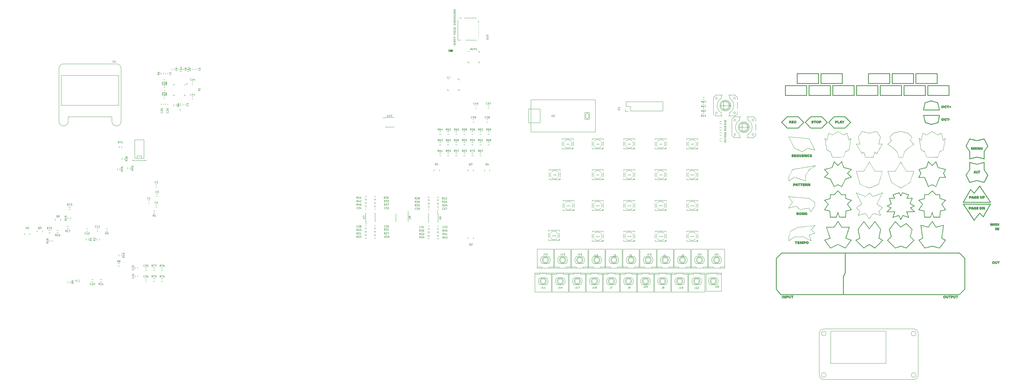
<source format=gto>
G04 #@! TF.FileFunction,Legend,Top*
%FSLAX46Y46*%
G04 Gerber Fmt 4.6, Leading zero omitted, Abs format (unit mm)*
G04 Created by KiCad (PCBNEW (2015-10-14 BZR 6269)-product) date Tuesday, October 20, 2015 'PMt' 02:20:26 PM*
%MOMM*%
G01*
G04 APERTURE LIST*
%ADD10C,0.100000*%
%ADD11C,0.200000*%
%ADD12C,0.010000*%
%ADD13C,0.150000*%
%ADD14C,0.127000*%
%ADD15C,0.125000*%
%ADD16C,0.075000*%
%ADD17C,0.070000*%
%ADD18R,2.500000X1.000000*%
%ADD19R,1.200000X0.900000*%
%ADD20R,1.524000X0.900000*%
%ADD21R,1.450000X0.450000*%
%ADD22C,1.524000*%
%ADD23R,3.200000X3.200000*%
%ADD24R,2.286000X1.574800*%
%ADD25O,2.286000X1.574800*%
%ADD26R,0.700000X0.600000*%
%ADD27R,1.000000X0.370000*%
%ADD28R,0.370000X1.000000*%
%ADD29R,1.062500X1.062500*%
%ADD30R,0.200000X0.800000*%
%ADD31R,0.800000X0.200000*%
%ADD32R,1.112500X1.112500*%
%ADD33C,1.676400*%
%ADD34R,1.676400X1.676400*%
%ADD35R,1.200000X1.400000*%
%ADD36C,3.000000*%
%ADD37R,1.524000X1.524000*%
%ADD38R,0.800100X1.800860*%
%ADD39R,0.450000X1.450000*%
%ADD40R,2.032000X1.727200*%
%ADD41O,2.032000X1.727200*%
%ADD42R,0.800100X0.800100*%
%ADD43R,1.250000X3.000000*%
%ADD44R,3.000000X1.250000*%
%ADD45R,1.750000X0.700000*%
%ADD46R,1.500000X1.300000*%
%ADD47R,1.500000X0.800000*%
%ADD48R,1.000000X1.475000*%
%ADD49R,1.500000X1.500000*%
%ADD50R,1.550000X1.000000*%
%ADD51R,1.400000X0.800000*%
%ADD52R,1.727200X1.727200*%
%ADD53O,1.727200X1.727200*%
%ADD54R,0.900000X1.200000*%
%ADD55R,1.200000X0.750000*%
%ADD56R,0.750000X1.200000*%
G04 APERTURE END LIST*
D10*
D11*
X189712600Y-192989200D02*
X189712600Y-175209200D01*
X220192600Y-192989200D02*
X189712600Y-192989200D01*
X220192600Y-175209200D02*
X220192600Y-192989200D01*
X189712600Y-175209200D02*
X220192600Y-175209200D01*
X185902600Y-173939200D02*
G75*
G03X183362600Y-176479200I0J-2540000D01*
G01*
X183362600Y-199339200D02*
G75*
G03X185902600Y-201879200I2540000J0D01*
G01*
X187172600Y-176479200D02*
G75*
G03X187172600Y-176479200I-1270000J0D01*
G01*
X187172600Y-199339200D02*
G75*
G03X187172600Y-199339200I-1270000J0D01*
G01*
X235432600Y-201879200D02*
G75*
G03X237972600Y-199339200I0J2540000D01*
G01*
X236702600Y-199339200D02*
G75*
G03X236702600Y-199339200I-1270000J0D01*
G01*
X237972600Y-176479200D02*
G75*
G03X235432600Y-173939200I-2540000J0D01*
G01*
X236702600Y-176479200D02*
G75*
G03X236702600Y-176479200I-1270000J0D01*
G01*
X237972600Y-199339200D02*
X237972600Y-176479200D01*
X185902600Y-201879200D02*
X235432600Y-201879200D01*
X183362600Y-176479200D02*
X183362600Y-199339200D01*
X185902600Y-173939200D02*
X235432600Y-173939200D01*
D12*
G36*
X166848366Y-156511552D02*
X166903164Y-156576676D01*
X166944219Y-156617746D01*
X166987959Y-156636836D01*
X167053255Y-156641781D01*
X167060033Y-156641800D01*
X167127891Y-156637655D01*
X167172669Y-156619997D01*
X167213241Y-156580990D01*
X167216901Y-156576676D01*
X167271700Y-156511552D01*
X167271700Y-155541134D01*
X167655341Y-155541134D01*
X167648729Y-156075592D01*
X167646482Y-156241103D01*
X167644016Y-156369972D01*
X167640852Y-156467887D01*
X167636508Y-156540540D01*
X167630503Y-156593618D01*
X167622358Y-156632814D01*
X167611591Y-156663815D01*
X167597721Y-156692312D01*
X167596430Y-156694717D01*
X167506609Y-156817536D01*
X167386658Y-156912358D01*
X167356366Y-156929120D01*
X167296476Y-156948392D01*
X167208184Y-156963291D01*
X167105276Y-156972927D01*
X167001539Y-156976411D01*
X166910762Y-156972856D01*
X166848229Y-156961873D01*
X166707784Y-156895958D01*
X166595298Y-156798425D01*
X166517408Y-156684134D01*
X166505032Y-156656949D01*
X166495348Y-156623752D01*
X166487937Y-156579004D01*
X166482379Y-156517166D01*
X166478256Y-156432697D01*
X166475147Y-156320057D01*
X166472633Y-156173708D01*
X166471337Y-156075592D01*
X166464724Y-155541134D01*
X166848366Y-155541134D01*
X166848366Y-156511552D01*
X166848366Y-156511552D01*
G37*
X166848366Y-156511552D02*
X166903164Y-156576676D01*
X166944219Y-156617746D01*
X166987959Y-156636836D01*
X167053255Y-156641781D01*
X167060033Y-156641800D01*
X167127891Y-156637655D01*
X167172669Y-156619997D01*
X167213241Y-156580990D01*
X167216901Y-156576676D01*
X167271700Y-156511552D01*
X167271700Y-155541134D01*
X167655341Y-155541134D01*
X167648729Y-156075592D01*
X167646482Y-156241103D01*
X167644016Y-156369972D01*
X167640852Y-156467887D01*
X167636508Y-156540540D01*
X167630503Y-156593618D01*
X167622358Y-156632814D01*
X167611591Y-156663815D01*
X167597721Y-156692312D01*
X167596430Y-156694717D01*
X167506609Y-156817536D01*
X167386658Y-156912358D01*
X167356366Y-156929120D01*
X167296476Y-156948392D01*
X167208184Y-156963291D01*
X167105276Y-156972927D01*
X167001539Y-156976411D01*
X166910762Y-156972856D01*
X166848229Y-156961873D01*
X166707784Y-156895958D01*
X166595298Y-156798425D01*
X166517408Y-156684134D01*
X166505032Y-156656949D01*
X166495348Y-156623752D01*
X166487937Y-156579004D01*
X166482379Y-156517166D01*
X166478256Y-156432697D01*
X166475147Y-156320057D01*
X166472633Y-156173708D01*
X166471337Y-156075592D01*
X166464724Y-155541134D01*
X166848366Y-155541134D01*
X166848366Y-156511552D01*
G36*
X252571272Y-155521273D02*
X252729108Y-155570026D01*
X252732116Y-155571372D01*
X252852851Y-155637736D01*
X252944308Y-155719068D01*
X253018497Y-155827031D01*
X253042250Y-155872544D01*
X253102148Y-156041129D01*
X253124257Y-156222846D01*
X253108156Y-156410936D01*
X253082319Y-156516443D01*
X253051941Y-156604690D01*
X253017309Y-156671689D01*
X252967820Y-156734774D01*
X252915711Y-156788821D01*
X252827912Y-156867297D01*
X252747284Y-156918233D01*
X252682061Y-156944264D01*
X252550421Y-156971501D01*
X252404583Y-156977920D01*
X252263696Y-156963595D01*
X252181340Y-156942337D01*
X252034048Y-156872457D01*
X251916551Y-156774321D01*
X251827882Y-156646601D01*
X251767072Y-156487970D01*
X251737194Y-156332900D01*
X251734945Y-156229190D01*
X252150498Y-156229190D01*
X252160541Y-156381911D01*
X252192402Y-156500070D01*
X252247075Y-156585962D01*
X252325552Y-156641880D01*
X252329950Y-156643856D01*
X252395663Y-156655926D01*
X252477696Y-156649262D01*
X252555829Y-156626507D01*
X252586524Y-156610310D01*
X252644725Y-156552893D01*
X252683566Y-156467441D01*
X252704411Y-156349826D01*
X252709053Y-156239634D01*
X252698204Y-156090837D01*
X252664479Y-155977147D01*
X252607235Y-155897646D01*
X252525825Y-155851413D01*
X252427055Y-155837467D01*
X252323342Y-155854816D01*
X252243885Y-155906855D01*
X252188689Y-155993576D01*
X252157763Y-156114967D01*
X252150498Y-156229190D01*
X251734945Y-156229190D01*
X251734634Y-156214863D01*
X251750770Y-156081777D01*
X251782183Y-155953890D01*
X251815293Y-155870368D01*
X251877677Y-155772580D01*
X251960286Y-155679711D01*
X252049375Y-155606265D01*
X252086533Y-155584123D01*
X252238564Y-155528547D01*
X252403951Y-155507522D01*
X252571272Y-155521273D01*
X252571272Y-155521273D01*
G37*
X252571272Y-155521273D02*
X252729108Y-155570026D01*
X252732116Y-155571372D01*
X252852851Y-155637736D01*
X252944308Y-155719068D01*
X253018497Y-155827031D01*
X253042250Y-155872544D01*
X253102148Y-156041129D01*
X253124257Y-156222846D01*
X253108156Y-156410936D01*
X253082319Y-156516443D01*
X253051941Y-156604690D01*
X253017309Y-156671689D01*
X252967820Y-156734774D01*
X252915711Y-156788821D01*
X252827912Y-156867297D01*
X252747284Y-156918233D01*
X252682061Y-156944264D01*
X252550421Y-156971501D01*
X252404583Y-156977920D01*
X252263696Y-156963595D01*
X252181340Y-156942337D01*
X252034048Y-156872457D01*
X251916551Y-156774321D01*
X251827882Y-156646601D01*
X251767072Y-156487970D01*
X251737194Y-156332900D01*
X251734945Y-156229190D01*
X252150498Y-156229190D01*
X252160541Y-156381911D01*
X252192402Y-156500070D01*
X252247075Y-156585962D01*
X252325552Y-156641880D01*
X252329950Y-156643856D01*
X252395663Y-156655926D01*
X252477696Y-156649262D01*
X252555829Y-156626507D01*
X252586524Y-156610310D01*
X252644725Y-156552893D01*
X252683566Y-156467441D01*
X252704411Y-156349826D01*
X252709053Y-156239634D01*
X252698204Y-156090837D01*
X252664479Y-155977147D01*
X252607235Y-155897646D01*
X252525825Y-155851413D01*
X252427055Y-155837467D01*
X252323342Y-155854816D01*
X252243885Y-155906855D01*
X252188689Y-155993576D01*
X252157763Y-156114967D01*
X252150498Y-156229190D01*
X251734945Y-156229190D01*
X251734634Y-156214863D01*
X251750770Y-156081777D01*
X251782183Y-155953890D01*
X251815293Y-155870368D01*
X251877677Y-155772580D01*
X251960286Y-155679711D01*
X252049375Y-155606265D01*
X252086533Y-155584123D01*
X252238564Y-155528547D01*
X252403951Y-155507522D01*
X252571272Y-155521273D01*
G36*
X253716366Y-156511552D02*
X253771164Y-156576676D01*
X253812219Y-156617746D01*
X253855959Y-156636836D01*
X253921255Y-156641781D01*
X253928033Y-156641800D01*
X253995891Y-156637655D01*
X254040669Y-156619997D01*
X254081241Y-156580990D01*
X254084901Y-156576676D01*
X254139700Y-156511552D01*
X254139700Y-155541134D01*
X254523341Y-155541134D01*
X254516729Y-156075592D01*
X254514482Y-156241103D01*
X254512016Y-156369972D01*
X254508852Y-156467887D01*
X254504508Y-156540540D01*
X254498503Y-156593618D01*
X254490358Y-156632814D01*
X254479591Y-156663815D01*
X254465721Y-156692312D01*
X254464430Y-156694717D01*
X254374609Y-156817536D01*
X254254658Y-156912358D01*
X254224366Y-156929120D01*
X254164476Y-156948392D01*
X254076184Y-156963291D01*
X253973276Y-156972927D01*
X253869539Y-156976411D01*
X253778762Y-156972856D01*
X253716229Y-156961873D01*
X253575784Y-156895958D01*
X253463298Y-156798425D01*
X253385408Y-156684134D01*
X253373032Y-156656949D01*
X253363348Y-156623752D01*
X253355937Y-156579004D01*
X253350379Y-156517166D01*
X253346256Y-156432697D01*
X253343147Y-156320057D01*
X253340633Y-156173708D01*
X253339337Y-156075592D01*
X253332724Y-155541134D01*
X253716366Y-155541134D01*
X253716366Y-156511552D01*
X253716366Y-156511552D01*
G37*
X253716366Y-156511552D02*
X253771164Y-156576676D01*
X253812219Y-156617746D01*
X253855959Y-156636836D01*
X253921255Y-156641781D01*
X253928033Y-156641800D01*
X253995891Y-156637655D01*
X254040669Y-156619997D01*
X254081241Y-156580990D01*
X254084901Y-156576676D01*
X254139700Y-156511552D01*
X254139700Y-155541134D01*
X254523341Y-155541134D01*
X254516729Y-156075592D01*
X254514482Y-156241103D01*
X254512016Y-156369972D01*
X254508852Y-156467887D01*
X254504508Y-156540540D01*
X254498503Y-156593618D01*
X254490358Y-156632814D01*
X254479591Y-156663815D01*
X254465721Y-156692312D01*
X254464430Y-156694717D01*
X254374609Y-156817536D01*
X254254658Y-156912358D01*
X254224366Y-156929120D01*
X254164476Y-156948392D01*
X254076184Y-156963291D01*
X253973276Y-156972927D01*
X253869539Y-156976411D01*
X253778762Y-156972856D01*
X253716229Y-156961873D01*
X253575784Y-156895958D01*
X253463298Y-156798425D01*
X253385408Y-156684134D01*
X253373032Y-156656949D01*
X253363348Y-156623752D01*
X253355937Y-156579004D01*
X253350379Y-156517166D01*
X253346256Y-156432697D01*
X253343147Y-156320057D01*
X253340633Y-156173708D01*
X253339337Y-156075592D01*
X253332724Y-155541134D01*
X253716366Y-155541134D01*
X253716366Y-156511552D01*
G36*
X257780366Y-156511552D02*
X257835164Y-156576676D01*
X257876219Y-156617746D01*
X257919959Y-156636836D01*
X257985255Y-156641781D01*
X257992033Y-156641800D01*
X258059891Y-156637655D01*
X258104669Y-156619997D01*
X258145241Y-156580990D01*
X258148901Y-156576676D01*
X258203700Y-156511552D01*
X258203700Y-155541134D01*
X258587341Y-155541134D01*
X258580729Y-156075592D01*
X258578482Y-156241103D01*
X258576016Y-156369972D01*
X258572852Y-156467887D01*
X258568508Y-156540540D01*
X258562503Y-156593618D01*
X258554358Y-156632814D01*
X258543591Y-156663815D01*
X258529721Y-156692312D01*
X258528430Y-156694717D01*
X258438609Y-156817536D01*
X258318658Y-156912358D01*
X258288366Y-156929120D01*
X258228476Y-156948392D01*
X258140184Y-156963291D01*
X258037276Y-156972927D01*
X257933539Y-156976411D01*
X257842762Y-156972856D01*
X257780229Y-156961873D01*
X257639784Y-156895958D01*
X257527298Y-156798425D01*
X257449408Y-156684134D01*
X257437032Y-156656949D01*
X257427348Y-156623752D01*
X257419937Y-156579004D01*
X257414379Y-156517166D01*
X257410256Y-156432697D01*
X257407147Y-156320057D01*
X257404633Y-156173708D01*
X257403337Y-156075592D01*
X257396724Y-155541134D01*
X257780366Y-155541134D01*
X257780366Y-156511552D01*
X257780366Y-156511552D01*
G37*
X257780366Y-156511552D02*
X257835164Y-156576676D01*
X257876219Y-156617746D01*
X257919959Y-156636836D01*
X257985255Y-156641781D01*
X257992033Y-156641800D01*
X258059891Y-156637655D01*
X258104669Y-156619997D01*
X258145241Y-156580990D01*
X258148901Y-156576676D01*
X258203700Y-156511552D01*
X258203700Y-155541134D01*
X258587341Y-155541134D01*
X258580729Y-156075592D01*
X258578482Y-156241103D01*
X258576016Y-156369972D01*
X258572852Y-156467887D01*
X258568508Y-156540540D01*
X258562503Y-156593618D01*
X258554358Y-156632814D01*
X258543591Y-156663815D01*
X258529721Y-156692312D01*
X258528430Y-156694717D01*
X258438609Y-156817536D01*
X258318658Y-156912358D01*
X258288366Y-156929120D01*
X258228476Y-156948392D01*
X258140184Y-156963291D01*
X258037276Y-156972927D01*
X257933539Y-156976411D01*
X257842762Y-156972856D01*
X257780229Y-156961873D01*
X257639784Y-156895958D01*
X257527298Y-156798425D01*
X257449408Y-156684134D01*
X257437032Y-156656949D01*
X257427348Y-156623752D01*
X257419937Y-156579004D01*
X257414379Y-156517166D01*
X257410256Y-156432697D01*
X257407147Y-156320057D01*
X257404633Y-156173708D01*
X257403337Y-156075592D01*
X257396724Y-155541134D01*
X257780366Y-155541134D01*
X257780366Y-156511552D01*
G36*
X163186533Y-156959300D02*
X162805533Y-156959300D01*
X162805533Y-155541134D01*
X163186533Y-155541134D01*
X163186533Y-156959300D01*
X163186533Y-156959300D01*
G37*
X163186533Y-156959300D02*
X162805533Y-156959300D01*
X162805533Y-155541134D01*
X163186533Y-155541134D01*
X163186533Y-156959300D01*
G36*
X164241787Y-156022675D02*
X164295767Y-156159626D01*
X164345018Y-156286296D01*
X164387178Y-156396478D01*
X164419891Y-156483966D01*
X164440795Y-156542555D01*
X164447039Y-156562625D01*
X164461680Y-156607885D01*
X164474753Y-156629416D01*
X164478163Y-156611496D01*
X164480805Y-156556702D01*
X164482604Y-156470487D01*
X164483483Y-156358306D01*
X164483366Y-156225612D01*
X164482306Y-156089466D01*
X164476328Y-155541134D01*
X164837533Y-155541134D01*
X164837533Y-156959300D01*
X164273715Y-156959300D01*
X164111785Y-156551842D01*
X164059487Y-156419644D01*
X164009469Y-156292108D01*
X163965008Y-156177675D01*
X163929382Y-156084783D01*
X163905869Y-156021874D01*
X163904247Y-156017384D01*
X163878546Y-155949070D01*
X163856962Y-155897438D01*
X163845377Y-155875537D01*
X163842046Y-155891681D01*
X163839471Y-155944790D01*
X163837726Y-156029501D01*
X163836884Y-156140451D01*
X163837017Y-156272276D01*
X163838093Y-156409995D01*
X163844071Y-156959300D01*
X163482866Y-156959300D01*
X163482866Y-155541134D01*
X164050718Y-155541134D01*
X164241787Y-156022675D01*
X164241787Y-156022675D01*
G37*
X164241787Y-156022675D02*
X164295767Y-156159626D01*
X164345018Y-156286296D01*
X164387178Y-156396478D01*
X164419891Y-156483966D01*
X164440795Y-156542555D01*
X164447039Y-156562625D01*
X164461680Y-156607885D01*
X164474753Y-156629416D01*
X164478163Y-156611496D01*
X164480805Y-156556702D01*
X164482604Y-156470487D01*
X164483483Y-156358306D01*
X164483366Y-156225612D01*
X164482306Y-156089466D01*
X164476328Y-155541134D01*
X164837533Y-155541134D01*
X164837533Y-156959300D01*
X164273715Y-156959300D01*
X164111785Y-156551842D01*
X164059487Y-156419644D01*
X164009469Y-156292108D01*
X163965008Y-156177675D01*
X163929382Y-156084783D01*
X163905869Y-156021874D01*
X163904247Y-156017384D01*
X163878546Y-155949070D01*
X163856962Y-155897438D01*
X163845377Y-155875537D01*
X163842046Y-155891681D01*
X163839471Y-155944790D01*
X163837726Y-156029501D01*
X163836884Y-156140451D01*
X163837017Y-156272276D01*
X163838093Y-156409995D01*
X163844071Y-156959300D01*
X163482866Y-156959300D01*
X163482866Y-155541134D01*
X164050718Y-155541134D01*
X164241787Y-156022675D01*
G36*
X165541325Y-155544807D02*
X165684733Y-155547596D01*
X165792699Y-155550917D01*
X165872113Y-155555517D01*
X165929865Y-155562144D01*
X165972846Y-155571542D01*
X166007945Y-155584459D01*
X166036079Y-155598414D01*
X166145784Y-155676367D01*
X166221268Y-155775972D01*
X166264173Y-155900237D01*
X166276283Y-156038550D01*
X166255997Y-156174247D01*
X166199016Y-156294599D01*
X166109766Y-156392937D01*
X165995604Y-156461381D01*
X165938147Y-156477828D01*
X165853203Y-156493134D01*
X165755595Y-156504833D01*
X165715146Y-156508029D01*
X165514866Y-156521185D01*
X165514866Y-156959300D01*
X165133866Y-156959300D01*
X165133866Y-156197300D01*
X165514866Y-156197300D01*
X165639012Y-156197300D01*
X165725827Y-156192157D01*
X165786039Y-156174330D01*
X165818928Y-156153431D01*
X165857013Y-156113297D01*
X165872737Y-156061930D01*
X165874700Y-156019128D01*
X165865369Y-155942992D01*
X165833523Y-155891385D01*
X165773383Y-155859705D01*
X165679169Y-155843350D01*
X165651251Y-155841220D01*
X165514866Y-155832535D01*
X165514866Y-156197300D01*
X165133866Y-156197300D01*
X165133866Y-155537897D01*
X165541325Y-155544807D01*
X165541325Y-155544807D01*
G37*
X165541325Y-155544807D02*
X165684733Y-155547596D01*
X165792699Y-155550917D01*
X165872113Y-155555517D01*
X165929865Y-155562144D01*
X165972846Y-155571542D01*
X166007945Y-155584459D01*
X166036079Y-155598414D01*
X166145784Y-155676367D01*
X166221268Y-155775972D01*
X166264173Y-155900237D01*
X166276283Y-156038550D01*
X166255997Y-156174247D01*
X166199016Y-156294599D01*
X166109766Y-156392937D01*
X165995604Y-156461381D01*
X165938147Y-156477828D01*
X165853203Y-156493134D01*
X165755595Y-156504833D01*
X165715146Y-156508029D01*
X165514866Y-156521185D01*
X165514866Y-156959300D01*
X165133866Y-156959300D01*
X165133866Y-156197300D01*
X165514866Y-156197300D01*
X165639012Y-156197300D01*
X165725827Y-156192157D01*
X165786039Y-156174330D01*
X165818928Y-156153431D01*
X165857013Y-156113297D01*
X165872737Y-156061930D01*
X165874700Y-156019128D01*
X165865369Y-155942992D01*
X165833523Y-155891385D01*
X165773383Y-155859705D01*
X165679169Y-155843350D01*
X165651251Y-155841220D01*
X165514866Y-155832535D01*
X165514866Y-156197300D01*
X165133866Y-156197300D01*
X165133866Y-155537897D01*
X165541325Y-155544807D01*
G36*
X169049700Y-155858634D02*
X168626366Y-155858634D01*
X168626366Y-156959300D01*
X168245366Y-156959300D01*
X168245366Y-155858634D01*
X167822033Y-155858634D01*
X167822033Y-155541134D01*
X169049700Y-155541134D01*
X169049700Y-155858634D01*
X169049700Y-155858634D01*
G37*
X169049700Y-155858634D02*
X168626366Y-155858634D01*
X168626366Y-156959300D01*
X168245366Y-156959300D01*
X168245366Y-155858634D01*
X167822033Y-155858634D01*
X167822033Y-155541134D01*
X169049700Y-155541134D01*
X169049700Y-155858634D01*
G36*
X255896533Y-155858634D02*
X255473200Y-155858634D01*
X255473200Y-156959300D01*
X255092200Y-156959300D01*
X255092200Y-155858634D01*
X254668866Y-155858634D01*
X254668866Y-155541134D01*
X255896533Y-155541134D01*
X255896533Y-155858634D01*
X255896533Y-155858634D01*
G37*
X255896533Y-155858634D02*
X255473200Y-155858634D01*
X255473200Y-156959300D01*
X255092200Y-156959300D01*
X255092200Y-155858634D01*
X254668866Y-155858634D01*
X254668866Y-155541134D01*
X255896533Y-155541134D01*
X255896533Y-155858634D01*
G36*
X256473325Y-155544807D02*
X256616733Y-155547596D01*
X256724699Y-155550917D01*
X256804113Y-155555517D01*
X256861865Y-155562144D01*
X256904846Y-155571542D01*
X256939945Y-155584459D01*
X256968079Y-155598414D01*
X257077784Y-155676367D01*
X257153268Y-155775972D01*
X257196173Y-155900237D01*
X257208283Y-156038550D01*
X257187997Y-156174247D01*
X257131016Y-156294599D01*
X257041766Y-156392937D01*
X256927604Y-156461381D01*
X256870147Y-156477828D01*
X256785203Y-156493134D01*
X256687595Y-156504833D01*
X256647146Y-156508029D01*
X256446866Y-156521185D01*
X256446866Y-156959300D01*
X256065866Y-156959300D01*
X256065866Y-156197300D01*
X256446866Y-156197300D01*
X256571012Y-156197300D01*
X256657827Y-156192157D01*
X256718039Y-156174330D01*
X256750928Y-156153431D01*
X256789013Y-156113297D01*
X256804737Y-156061930D01*
X256806700Y-156019128D01*
X256797369Y-155942992D01*
X256765523Y-155891385D01*
X256705383Y-155859705D01*
X256611169Y-155843350D01*
X256583251Y-155841220D01*
X256446866Y-155832535D01*
X256446866Y-156197300D01*
X256065866Y-156197300D01*
X256065866Y-155537897D01*
X256473325Y-155544807D01*
X256473325Y-155544807D01*
G37*
X256473325Y-155544807D02*
X256616733Y-155547596D01*
X256724699Y-155550917D01*
X256804113Y-155555517D01*
X256861865Y-155562144D01*
X256904846Y-155571542D01*
X256939945Y-155584459D01*
X256968079Y-155598414D01*
X257077784Y-155676367D01*
X257153268Y-155775972D01*
X257196173Y-155900237D01*
X257208283Y-156038550D01*
X257187997Y-156174247D01*
X257131016Y-156294599D01*
X257041766Y-156392937D01*
X256927604Y-156461381D01*
X256870147Y-156477828D01*
X256785203Y-156493134D01*
X256687595Y-156504833D01*
X256647146Y-156508029D01*
X256446866Y-156521185D01*
X256446866Y-156959300D01*
X256065866Y-156959300D01*
X256065866Y-156197300D01*
X256446866Y-156197300D01*
X256571012Y-156197300D01*
X256657827Y-156192157D01*
X256718039Y-156174330D01*
X256750928Y-156153431D01*
X256789013Y-156113297D01*
X256804737Y-156061930D01*
X256806700Y-156019128D01*
X256797369Y-155942992D01*
X256765523Y-155891385D01*
X256705383Y-155859705D01*
X256611169Y-155843350D01*
X256583251Y-155841220D01*
X256446866Y-155832535D01*
X256446866Y-156197300D01*
X256065866Y-156197300D01*
X256065866Y-155537897D01*
X256473325Y-155544807D01*
G36*
X259960533Y-155858634D02*
X259537200Y-155858634D01*
X259537200Y-156959300D01*
X259156200Y-156959300D01*
X259156200Y-155858634D01*
X258732866Y-155858634D01*
X258732866Y-155541134D01*
X259960533Y-155541134D01*
X259960533Y-155858634D01*
X259960533Y-155858634D01*
G37*
X259960533Y-155858634D02*
X259537200Y-155858634D01*
X259537200Y-156959300D01*
X259156200Y-156959300D01*
X259156200Y-155858634D01*
X258732866Y-155858634D01*
X258732866Y-155541134D01*
X259960533Y-155541134D01*
X259960533Y-155858634D01*
G36*
X263834033Y-134892942D02*
X263834033Y-152016991D01*
X260711843Y-155138967D01*
X211425313Y-155138188D01*
X162138783Y-155137408D01*
X160810713Y-153577146D01*
X159482644Y-152016884D01*
X159482505Y-143455020D01*
X159482369Y-135041102D01*
X159821033Y-135041102D01*
X159821033Y-151891891D01*
X161060471Y-153346096D01*
X162299910Y-154800300D01*
X196481700Y-154800300D01*
X196481700Y-149868380D01*
X196481700Y-145021127D01*
X196820366Y-145021127D01*
X196820366Y-154800300D01*
X260585065Y-154800300D01*
X262040215Y-153345035D01*
X263495366Y-151889769D01*
X263495366Y-135041331D01*
X262040215Y-133586066D01*
X260585065Y-132130800D01*
X197836366Y-132130800D01*
X197836366Y-142989473D01*
X196820366Y-145021127D01*
X196481700Y-145021127D01*
X196481699Y-144936461D01*
X196989699Y-143920634D01*
X197497700Y-142904806D01*
X197497700Y-132130800D01*
X162731564Y-132130800D01*
X161276298Y-133585951D01*
X159821033Y-135041102D01*
X159482369Y-135041102D01*
X159482366Y-134893157D01*
X161032771Y-133342645D01*
X162583175Y-131792134D01*
X260733009Y-131792134D01*
X263834033Y-134892942D01*
X263834033Y-134892942D01*
G37*
X263834033Y-134892942D02*
X263834033Y-152016991D01*
X260711843Y-155138967D01*
X211425313Y-155138188D01*
X162138783Y-155137408D01*
X160810713Y-153577146D01*
X159482644Y-152016884D01*
X159482505Y-143455020D01*
X159482369Y-135041102D01*
X159821033Y-135041102D01*
X159821033Y-151891891D01*
X161060471Y-153346096D01*
X162299910Y-154800300D01*
X196481700Y-154800300D01*
X196481700Y-149868380D01*
X196481700Y-145021127D01*
X196820366Y-145021127D01*
X196820366Y-154800300D01*
X260585065Y-154800300D01*
X262040215Y-153345035D01*
X263495366Y-151889769D01*
X263495366Y-135041331D01*
X262040215Y-133586066D01*
X260585065Y-132130800D01*
X197836366Y-132130800D01*
X197836366Y-142989473D01*
X196820366Y-145021127D01*
X196481700Y-145021127D01*
X196481699Y-144936461D01*
X196989699Y-143920634D01*
X197497700Y-142904806D01*
X197497700Y-132130800D01*
X162731564Y-132130800D01*
X161276298Y-133585951D01*
X159821033Y-135041102D01*
X159482369Y-135041102D01*
X159482366Y-134893157D01*
X161032771Y-133342645D01*
X162583175Y-131792134D01*
X260733009Y-131792134D01*
X263834033Y-134892942D01*
G36*
X279475856Y-136516644D02*
X279651022Y-136544561D01*
X279800558Y-136605921D01*
X279923450Y-136699725D01*
X280018680Y-136824975D01*
X280085235Y-136980670D01*
X280120352Y-137150660D01*
X280123540Y-137280649D01*
X280106474Y-137421366D01*
X280072331Y-137553243D01*
X280043773Y-137622399D01*
X279953137Y-137759143D01*
X279835328Y-137865854D01*
X279694973Y-137940450D01*
X279536695Y-137980845D01*
X279365121Y-137984955D01*
X279269243Y-137971485D01*
X279113227Y-137920815D01*
X278981116Y-137836658D01*
X278875231Y-137721943D01*
X278797892Y-137579601D01*
X278751419Y-137412561D01*
X278739355Y-137302422D01*
X278740360Y-137253134D01*
X279150012Y-137253134D01*
X279155570Y-137378739D01*
X279175155Y-137472902D01*
X279212165Y-137545156D01*
X279269996Y-137605035D01*
X279277548Y-137611098D01*
X279347129Y-137643682D01*
X279434585Y-137655524D01*
X279521047Y-137646021D01*
X279579614Y-137620746D01*
X279640763Y-137553551D01*
X279683630Y-137453721D01*
X279705833Y-137327855D01*
X279708450Y-137263717D01*
X279702788Y-137132489D01*
X279683330Y-137033101D01*
X279647419Y-136956548D01*
X279601944Y-136902680D01*
X279549420Y-136861388D01*
X279493615Y-136843455D01*
X279436837Y-136840384D01*
X279333122Y-136853801D01*
X279254271Y-136895619D01*
X279198653Y-136968183D01*
X279164637Y-137073841D01*
X279150591Y-137214941D01*
X279150012Y-137253134D01*
X278740360Y-137253134D01*
X278743065Y-137120518D01*
X278776355Y-136964716D01*
X278841293Y-136828941D01*
X278939951Y-136707118D01*
X278943355Y-136703713D01*
X279052520Y-136611189D01*
X279165606Y-136551332D01*
X279292899Y-136520528D01*
X279444689Y-136515161D01*
X279475856Y-136516644D01*
X279475856Y-136516644D01*
G37*
X279475856Y-136516644D02*
X279651022Y-136544561D01*
X279800558Y-136605921D01*
X279923450Y-136699725D01*
X280018680Y-136824975D01*
X280085235Y-136980670D01*
X280120352Y-137150660D01*
X280123540Y-137280649D01*
X280106474Y-137421366D01*
X280072331Y-137553243D01*
X280043773Y-137622399D01*
X279953137Y-137759143D01*
X279835328Y-137865854D01*
X279694973Y-137940450D01*
X279536695Y-137980845D01*
X279365121Y-137984955D01*
X279269243Y-137971485D01*
X279113227Y-137920815D01*
X278981116Y-137836658D01*
X278875231Y-137721943D01*
X278797892Y-137579601D01*
X278751419Y-137412561D01*
X278739355Y-137302422D01*
X278740360Y-137253134D01*
X279150012Y-137253134D01*
X279155570Y-137378739D01*
X279175155Y-137472902D01*
X279212165Y-137545156D01*
X279269996Y-137605035D01*
X279277548Y-137611098D01*
X279347129Y-137643682D01*
X279434585Y-137655524D01*
X279521047Y-137646021D01*
X279579614Y-137620746D01*
X279640763Y-137553551D01*
X279683630Y-137453721D01*
X279705833Y-137327855D01*
X279708450Y-137263717D01*
X279702788Y-137132489D01*
X279683330Y-137033101D01*
X279647419Y-136956548D01*
X279601944Y-136902680D01*
X279549420Y-136861388D01*
X279493615Y-136843455D01*
X279436837Y-136840384D01*
X279333122Y-136853801D01*
X279254271Y-136895619D01*
X279198653Y-136968183D01*
X279164637Y-137073841D01*
X279150591Y-137214941D01*
X279150012Y-137253134D01*
X278740360Y-137253134D01*
X278743065Y-137120518D01*
X278776355Y-136964716D01*
X278841293Y-136828941D01*
X278939951Y-136707118D01*
X278943355Y-136703713D01*
X279052520Y-136611189D01*
X279165606Y-136551332D01*
X279292899Y-136520528D01*
X279444689Y-136515161D01*
X279475856Y-136516644D01*
G36*
X280707750Y-137030443D02*
X280714450Y-137527418D01*
X280773139Y-137586068D01*
X280825114Y-137626583D01*
X280884747Y-137642966D01*
X280926116Y-137644717D01*
X280998367Y-137637605D01*
X281051619Y-137610710D01*
X281079093Y-137586068D01*
X281137783Y-137527418D01*
X281144482Y-137030443D01*
X281151181Y-136533467D01*
X281532673Y-136533467D01*
X281523944Y-137046759D01*
X281519582Y-137235798D01*
X281513540Y-137393112D01*
X281505983Y-137515924D01*
X281497074Y-137601455D01*
X281488934Y-137641641D01*
X281440262Y-137737427D01*
X281363163Y-137828894D01*
X281270604Y-137902874D01*
X281194735Y-137940412D01*
X281044992Y-137975743D01*
X280888223Y-137984506D01*
X280742496Y-137965896D01*
X280725033Y-137961348D01*
X280588631Y-137903319D01*
X280471903Y-137813902D01*
X280422611Y-137757250D01*
X280391796Y-137705717D01*
X280367587Y-137639814D01*
X280349345Y-137554642D01*
X280336432Y-137445304D01*
X280328210Y-137306900D01*
X280324042Y-137134532D01*
X280323197Y-136993842D01*
X280322866Y-136533467D01*
X280701051Y-136533467D01*
X280707750Y-137030443D01*
X280707750Y-137030443D01*
G37*
X280707750Y-137030443D02*
X280714450Y-137527418D01*
X280773139Y-137586068D01*
X280825114Y-137626583D01*
X280884747Y-137642966D01*
X280926116Y-137644717D01*
X280998367Y-137637605D01*
X281051619Y-137610710D01*
X281079093Y-137586068D01*
X281137783Y-137527418D01*
X281144482Y-137030443D01*
X281151181Y-136533467D01*
X281532673Y-136533467D01*
X281523944Y-137046759D01*
X281519582Y-137235798D01*
X281513540Y-137393112D01*
X281505983Y-137515924D01*
X281497074Y-137601455D01*
X281488934Y-137641641D01*
X281440262Y-137737427D01*
X281363163Y-137828894D01*
X281270604Y-137902874D01*
X281194735Y-137940412D01*
X281044992Y-137975743D01*
X280888223Y-137984506D01*
X280742496Y-137965896D01*
X280725033Y-137961348D01*
X280588631Y-137903319D01*
X280471903Y-137813902D01*
X280422611Y-137757250D01*
X280391796Y-137705717D01*
X280367587Y-137639814D01*
X280349345Y-137554642D01*
X280336432Y-137445304D01*
X280328210Y-137306900D01*
X280324042Y-137134532D01*
X280323197Y-136993842D01*
X280322866Y-136533467D01*
X280701051Y-136533467D01*
X280707750Y-137030443D01*
G36*
X282905200Y-136872134D02*
X282481866Y-136872134D01*
X282481866Y-137951634D01*
X282100866Y-137951634D01*
X282100866Y-136872134D01*
X281677533Y-136872134D01*
X281677533Y-136533467D01*
X282905200Y-136533467D01*
X282905200Y-136872134D01*
X282905200Y-136872134D01*
G37*
X282905200Y-136872134D02*
X282481866Y-136872134D01*
X282481866Y-137951634D01*
X282100866Y-137951634D01*
X282100866Y-136872134D01*
X281677533Y-136872134D01*
X281677533Y-136533467D01*
X282905200Y-136533467D01*
X282905200Y-136872134D01*
G36*
X215681314Y-116624582D02*
X217368266Y-118873757D01*
X216883899Y-121295179D01*
X216821152Y-121609086D01*
X216760771Y-121911596D01*
X216703272Y-122200097D01*
X216649173Y-122471981D01*
X216598989Y-122724635D01*
X216553236Y-122955451D01*
X216512432Y-123161818D01*
X216477092Y-123341126D01*
X216447734Y-123490764D01*
X216424873Y-123608122D01*
X216409027Y-123690590D01*
X216400711Y-123735558D01*
X216399533Y-123743311D01*
X216417948Y-123757404D01*
X216470960Y-123788503D01*
X216555218Y-123834849D01*
X216667369Y-123894687D01*
X216804063Y-123966258D01*
X216961947Y-124047805D01*
X217137671Y-124137570D01*
X217327884Y-124233796D01*
X217489616Y-124314940D01*
X217688949Y-124414764D01*
X217876514Y-124509047D01*
X218048968Y-124596081D01*
X218202965Y-124674164D01*
X218335161Y-124741589D01*
X218442210Y-124796652D01*
X218520768Y-124837647D01*
X218567489Y-124862871D01*
X218579700Y-124870575D01*
X218564996Y-124886497D01*
X218521970Y-124930701D01*
X218452250Y-125001552D01*
X218357466Y-125097412D01*
X218239244Y-125216646D01*
X218099214Y-125357618D01*
X217939003Y-125518693D01*
X217760241Y-125698233D01*
X217564555Y-125894604D01*
X217353574Y-126106168D01*
X217128927Y-126331290D01*
X216892241Y-126568335D01*
X216645144Y-126815665D01*
X216389267Y-127071646D01*
X216309561Y-127151356D01*
X214039422Y-129421421D01*
X212516998Y-128406499D01*
X212288389Y-128254421D01*
X212069670Y-128109554D01*
X211863422Y-127973568D01*
X211672223Y-127848136D01*
X211498653Y-127734929D01*
X211345291Y-127635618D01*
X211214716Y-127551876D01*
X211109508Y-127485374D01*
X211032245Y-127437784D01*
X210985508Y-127410777D01*
X210971846Y-127405104D01*
X210951143Y-127418647D01*
X210897834Y-127453918D01*
X210814544Y-127509172D01*
X210703897Y-127582664D01*
X210568517Y-127672649D01*
X210411028Y-127777381D01*
X210234055Y-127895116D01*
X210040221Y-128024108D01*
X209832151Y-128162613D01*
X209612470Y-128308886D01*
X209467450Y-128405467D01*
X209241739Y-128555779D01*
X209025972Y-128699432D01*
X208822772Y-128834684D01*
X208634762Y-128959788D01*
X208464567Y-129073000D01*
X208314809Y-129172576D01*
X208188113Y-129256771D01*
X208087102Y-129323840D01*
X208014398Y-129372039D01*
X207972627Y-129399624D01*
X207963344Y-129405650D01*
X207946091Y-129392465D01*
X207900600Y-129350909D01*
X207828514Y-129282602D01*
X207731475Y-129189160D01*
X207611127Y-129072201D01*
X207469113Y-128933342D01*
X207307077Y-128774202D01*
X207126660Y-128596396D01*
X206929505Y-128401543D01*
X206717257Y-128191261D01*
X206491558Y-127967166D01*
X206254051Y-127730876D01*
X206006380Y-127484009D01*
X205750186Y-127228182D01*
X205667661Y-127145679D01*
X205409382Y-126887270D01*
X205159501Y-126637025D01*
X204919638Y-126396577D01*
X204691410Y-126167559D01*
X204476437Y-125951601D01*
X204276337Y-125750338D01*
X204092731Y-125565401D01*
X203927236Y-125398423D01*
X203781471Y-125251036D01*
X203657055Y-125124872D01*
X203555608Y-125021564D01*
X203501050Y-124965615D01*
X203995682Y-124965615D01*
X205990690Y-126960708D01*
X206232610Y-127202560D01*
X206466284Y-127436020D01*
X206689968Y-127659349D01*
X206901915Y-127870810D01*
X207100378Y-128068667D01*
X207283612Y-128251182D01*
X207449870Y-128416618D01*
X207597406Y-128563238D01*
X207724474Y-128689304D01*
X207829327Y-128793080D01*
X207910221Y-128872829D01*
X207965407Y-128926813D01*
X207993141Y-128953295D01*
X207996172Y-128955800D01*
X208014961Y-128944333D01*
X208066377Y-128911070D01*
X208147840Y-128857719D01*
X208256767Y-128785991D01*
X208390578Y-128697592D01*
X208546691Y-128594232D01*
X208722524Y-128477619D01*
X208915496Y-128349462D01*
X209123027Y-128211469D01*
X209342534Y-128065350D01*
X209501826Y-127959216D01*
X210997008Y-126962632D01*
X212494892Y-127961373D01*
X213992775Y-128960113D01*
X215993393Y-126959495D01*
X217994011Y-124958878D01*
X216995688Y-124459628D01*
X216805116Y-124364029D01*
X216626468Y-124273838D01*
X216463241Y-124190861D01*
X216318933Y-124116904D01*
X216197042Y-124053771D01*
X216101066Y-124003269D01*
X216034502Y-123967203D01*
X216000848Y-123947378D01*
X215997366Y-123944292D01*
X216001439Y-123921875D01*
X216013318Y-123860511D01*
X216032494Y-123762764D01*
X216058457Y-123631196D01*
X216090698Y-123468369D01*
X216128708Y-123276847D01*
X216171978Y-123059190D01*
X216219998Y-122817963D01*
X216272259Y-122555727D01*
X216328252Y-122275046D01*
X216387466Y-121978480D01*
X216449394Y-121668594D01*
X216493999Y-121445551D01*
X216990632Y-118962895D01*
X215491181Y-116963733D01*
X213991729Y-114964570D01*
X212492968Y-116963130D01*
X210994206Y-118961690D01*
X207993688Y-114961212D01*
X206492978Y-116962054D01*
X204992267Y-118962895D01*
X205488900Y-121445551D01*
X205552436Y-121763343D01*
X205613613Y-122069685D01*
X205671923Y-122362007D01*
X205726855Y-122637739D01*
X205777899Y-122894311D01*
X205824546Y-123129153D01*
X205866286Y-123339695D01*
X205902610Y-123523367D01*
X205933008Y-123677599D01*
X205956970Y-123799822D01*
X205973987Y-123887464D01*
X205983548Y-123937956D01*
X205985533Y-123949808D01*
X205967146Y-123963127D01*
X205914324Y-123993391D01*
X205830574Y-124038773D01*
X205719404Y-124097444D01*
X205584320Y-124167575D01*
X205428829Y-124247338D01*
X205256440Y-124334905D01*
X205070659Y-124428446D01*
X204990607Y-124468513D01*
X203995682Y-124965615D01*
X203501050Y-124965615D01*
X203478748Y-124942745D01*
X203428094Y-124890046D01*
X203405265Y-124865100D01*
X203404100Y-124863246D01*
X203424294Y-124852369D01*
X203478979Y-124824303D01*
X203564763Y-124780754D01*
X203678257Y-124723431D01*
X203816069Y-124654041D01*
X203974809Y-124574291D01*
X204151086Y-124485891D01*
X204341509Y-124390546D01*
X204498575Y-124312008D01*
X204697541Y-124212123D01*
X204884714Y-124117281D01*
X205056734Y-124029246D01*
X205210241Y-123949778D01*
X205341875Y-123880639D01*
X205448277Y-123823590D01*
X205526085Y-123780394D01*
X205571941Y-123752811D01*
X205583366Y-123743244D01*
X205579291Y-123719416D01*
X205567409Y-123656694D01*
X205548237Y-123557688D01*
X205522293Y-123425010D01*
X205490092Y-123261272D01*
X205452152Y-123069086D01*
X205408989Y-122851063D01*
X205361120Y-122609816D01*
X205309062Y-122347955D01*
X205253331Y-122068093D01*
X205194445Y-121772842D01*
X205132920Y-121464813D01*
X205099572Y-121298038D01*
X204615777Y-118879474D01*
X206298635Y-116635589D01*
X206503339Y-116362852D01*
X206701159Y-116099701D01*
X206890601Y-115848100D01*
X207070173Y-115610015D01*
X207238382Y-115387412D01*
X207393736Y-115182255D01*
X207534741Y-114996511D01*
X207659905Y-114832145D01*
X207767734Y-114691121D01*
X207856737Y-114575406D01*
X207925421Y-114486965D01*
X207972292Y-114427763D01*
X207995857Y-114399765D01*
X207998376Y-114397710D01*
X208013014Y-114415094D01*
X208051426Y-114464260D01*
X208112016Y-114543100D01*
X208193190Y-114649504D01*
X208293354Y-114781364D01*
X208410913Y-114936572D01*
X208544273Y-115113018D01*
X208691839Y-115308593D01*
X208852017Y-115521190D01*
X209023211Y-115748699D01*
X209203829Y-115989012D01*
X209392274Y-116240020D01*
X209498030Y-116381004D01*
X209689967Y-116636932D01*
X209874802Y-116883349D01*
X210050951Y-117118144D01*
X210216830Y-117339209D01*
X210370856Y-117544435D01*
X210511444Y-117731711D01*
X210637011Y-117898929D01*
X210745974Y-118043980D01*
X210836747Y-118164755D01*
X210907749Y-118259143D01*
X210957394Y-118325036D01*
X210984099Y-118360325D01*
X210988434Y-118365924D01*
X211001853Y-118350322D01*
X211039065Y-118302906D01*
X211098498Y-118225754D01*
X211178580Y-118120945D01*
X211277739Y-117990557D01*
X211394401Y-117836668D01*
X211526995Y-117661356D01*
X211673947Y-117466699D01*
X211833687Y-117254777D01*
X212004640Y-117027666D01*
X212185235Y-116787446D01*
X212373900Y-116536193D01*
X212495214Y-116374481D01*
X213994362Y-114375406D01*
X215681314Y-116624582D01*
X215681314Y-116624582D01*
G37*
X215681314Y-116624582D02*
X217368266Y-118873757D01*
X216883899Y-121295179D01*
X216821152Y-121609086D01*
X216760771Y-121911596D01*
X216703272Y-122200097D01*
X216649173Y-122471981D01*
X216598989Y-122724635D01*
X216553236Y-122955451D01*
X216512432Y-123161818D01*
X216477092Y-123341126D01*
X216447734Y-123490764D01*
X216424873Y-123608122D01*
X216409027Y-123690590D01*
X216400711Y-123735558D01*
X216399533Y-123743311D01*
X216417948Y-123757404D01*
X216470960Y-123788503D01*
X216555218Y-123834849D01*
X216667369Y-123894687D01*
X216804063Y-123966258D01*
X216961947Y-124047805D01*
X217137671Y-124137570D01*
X217327884Y-124233796D01*
X217489616Y-124314940D01*
X217688949Y-124414764D01*
X217876514Y-124509047D01*
X218048968Y-124596081D01*
X218202965Y-124674164D01*
X218335161Y-124741589D01*
X218442210Y-124796652D01*
X218520768Y-124837647D01*
X218567489Y-124862871D01*
X218579700Y-124870575D01*
X218564996Y-124886497D01*
X218521970Y-124930701D01*
X218452250Y-125001552D01*
X218357466Y-125097412D01*
X218239244Y-125216646D01*
X218099214Y-125357618D01*
X217939003Y-125518693D01*
X217760241Y-125698233D01*
X217564555Y-125894604D01*
X217353574Y-126106168D01*
X217128927Y-126331290D01*
X216892241Y-126568335D01*
X216645144Y-126815665D01*
X216389267Y-127071646D01*
X216309561Y-127151356D01*
X214039422Y-129421421D01*
X212516998Y-128406499D01*
X212288389Y-128254421D01*
X212069670Y-128109554D01*
X211863422Y-127973568D01*
X211672223Y-127848136D01*
X211498653Y-127734929D01*
X211345291Y-127635618D01*
X211214716Y-127551876D01*
X211109508Y-127485374D01*
X211032245Y-127437784D01*
X210985508Y-127410777D01*
X210971846Y-127405104D01*
X210951143Y-127418647D01*
X210897834Y-127453918D01*
X210814544Y-127509172D01*
X210703897Y-127582664D01*
X210568517Y-127672649D01*
X210411028Y-127777381D01*
X210234055Y-127895116D01*
X210040221Y-128024108D01*
X209832151Y-128162613D01*
X209612470Y-128308886D01*
X209467450Y-128405467D01*
X209241739Y-128555779D01*
X209025972Y-128699432D01*
X208822772Y-128834684D01*
X208634762Y-128959788D01*
X208464567Y-129073000D01*
X208314809Y-129172576D01*
X208188113Y-129256771D01*
X208087102Y-129323840D01*
X208014398Y-129372039D01*
X207972627Y-129399624D01*
X207963344Y-129405650D01*
X207946091Y-129392465D01*
X207900600Y-129350909D01*
X207828514Y-129282602D01*
X207731475Y-129189160D01*
X207611127Y-129072201D01*
X207469113Y-128933342D01*
X207307077Y-128774202D01*
X207126660Y-128596396D01*
X206929505Y-128401543D01*
X206717257Y-128191261D01*
X206491558Y-127967166D01*
X206254051Y-127730876D01*
X206006380Y-127484009D01*
X205750186Y-127228182D01*
X205667661Y-127145679D01*
X205409382Y-126887270D01*
X205159501Y-126637025D01*
X204919638Y-126396577D01*
X204691410Y-126167559D01*
X204476437Y-125951601D01*
X204276337Y-125750338D01*
X204092731Y-125565401D01*
X203927236Y-125398423D01*
X203781471Y-125251036D01*
X203657055Y-125124872D01*
X203555608Y-125021564D01*
X203501050Y-124965615D01*
X203995682Y-124965615D01*
X205990690Y-126960708D01*
X206232610Y-127202560D01*
X206466284Y-127436020D01*
X206689968Y-127659349D01*
X206901915Y-127870810D01*
X207100378Y-128068667D01*
X207283612Y-128251182D01*
X207449870Y-128416618D01*
X207597406Y-128563238D01*
X207724474Y-128689304D01*
X207829327Y-128793080D01*
X207910221Y-128872829D01*
X207965407Y-128926813D01*
X207993141Y-128953295D01*
X207996172Y-128955800D01*
X208014961Y-128944333D01*
X208066377Y-128911070D01*
X208147840Y-128857719D01*
X208256767Y-128785991D01*
X208390578Y-128697592D01*
X208546691Y-128594232D01*
X208722524Y-128477619D01*
X208915496Y-128349462D01*
X209123027Y-128211469D01*
X209342534Y-128065350D01*
X209501826Y-127959216D01*
X210997008Y-126962632D01*
X212494892Y-127961373D01*
X213992775Y-128960113D01*
X215993393Y-126959495D01*
X217994011Y-124958878D01*
X216995688Y-124459628D01*
X216805116Y-124364029D01*
X216626468Y-124273838D01*
X216463241Y-124190861D01*
X216318933Y-124116904D01*
X216197042Y-124053771D01*
X216101066Y-124003269D01*
X216034502Y-123967203D01*
X216000848Y-123947378D01*
X215997366Y-123944292D01*
X216001439Y-123921875D01*
X216013318Y-123860511D01*
X216032494Y-123762764D01*
X216058457Y-123631196D01*
X216090698Y-123468369D01*
X216128708Y-123276847D01*
X216171978Y-123059190D01*
X216219998Y-122817963D01*
X216272259Y-122555727D01*
X216328252Y-122275046D01*
X216387466Y-121978480D01*
X216449394Y-121668594D01*
X216493999Y-121445551D01*
X216990632Y-118962895D01*
X215491181Y-116963733D01*
X213991729Y-114964570D01*
X212492968Y-116963130D01*
X210994206Y-118961690D01*
X207993688Y-114961212D01*
X206492978Y-116962054D01*
X204992267Y-118962895D01*
X205488900Y-121445551D01*
X205552436Y-121763343D01*
X205613613Y-122069685D01*
X205671923Y-122362007D01*
X205726855Y-122637739D01*
X205777899Y-122894311D01*
X205824546Y-123129153D01*
X205866286Y-123339695D01*
X205902610Y-123523367D01*
X205933008Y-123677599D01*
X205956970Y-123799822D01*
X205973987Y-123887464D01*
X205983548Y-123937956D01*
X205985533Y-123949808D01*
X205967146Y-123963127D01*
X205914324Y-123993391D01*
X205830574Y-124038773D01*
X205719404Y-124097444D01*
X205584320Y-124167575D01*
X205428829Y-124247338D01*
X205256440Y-124334905D01*
X205070659Y-124428446D01*
X204990607Y-124468513D01*
X203995682Y-124965615D01*
X203501050Y-124965615D01*
X203478748Y-124942745D01*
X203428094Y-124890046D01*
X203405265Y-124865100D01*
X203404100Y-124863246D01*
X203424294Y-124852369D01*
X203478979Y-124824303D01*
X203564763Y-124780754D01*
X203678257Y-124723431D01*
X203816069Y-124654041D01*
X203974809Y-124574291D01*
X204151086Y-124485891D01*
X204341509Y-124390546D01*
X204498575Y-124312008D01*
X204697541Y-124212123D01*
X204884714Y-124117281D01*
X205056734Y-124029246D01*
X205210241Y-123949778D01*
X205341875Y-123880639D01*
X205448277Y-123823590D01*
X205526085Y-123780394D01*
X205571941Y-123752811D01*
X205583366Y-123743244D01*
X205579291Y-123719416D01*
X205567409Y-123656694D01*
X205548237Y-123557688D01*
X205522293Y-123425010D01*
X205490092Y-123261272D01*
X205452152Y-123069086D01*
X205408989Y-122851063D01*
X205361120Y-122609816D01*
X205309062Y-122347955D01*
X205253331Y-122068093D01*
X205194445Y-121772842D01*
X205132920Y-121464813D01*
X205099572Y-121298038D01*
X204615777Y-118879474D01*
X206298635Y-116635589D01*
X206503339Y-116362852D01*
X206701159Y-116099701D01*
X206890601Y-115848100D01*
X207070173Y-115610015D01*
X207238382Y-115387412D01*
X207393736Y-115182255D01*
X207534741Y-114996511D01*
X207659905Y-114832145D01*
X207767734Y-114691121D01*
X207856737Y-114575406D01*
X207925421Y-114486965D01*
X207972292Y-114427763D01*
X207995857Y-114399765D01*
X207998376Y-114397710D01*
X208013014Y-114415094D01*
X208051426Y-114464260D01*
X208112016Y-114543100D01*
X208193190Y-114649504D01*
X208293354Y-114781364D01*
X208410913Y-114936572D01*
X208544273Y-115113018D01*
X208691839Y-115308593D01*
X208852017Y-115521190D01*
X209023211Y-115748699D01*
X209203829Y-115989012D01*
X209392274Y-116240020D01*
X209498030Y-116381004D01*
X209689967Y-116636932D01*
X209874802Y-116883349D01*
X210050951Y-117118144D01*
X210216830Y-117339209D01*
X210370856Y-117544435D01*
X210511444Y-117731711D01*
X210637011Y-117898929D01*
X210745974Y-118043980D01*
X210836747Y-118164755D01*
X210907749Y-118259143D01*
X210957394Y-118325036D01*
X210984099Y-118360325D01*
X210988434Y-118365924D01*
X211001853Y-118350322D01*
X211039065Y-118302906D01*
X211098498Y-118225754D01*
X211178580Y-118120945D01*
X211277739Y-117990557D01*
X211394401Y-117836668D01*
X211526995Y-117661356D01*
X211673947Y-117466699D01*
X211833687Y-117254777D01*
X212004640Y-117027666D01*
X212185235Y-116787446D01*
X212373900Y-116536193D01*
X212495214Y-116374481D01*
X213994362Y-114375406D01*
X215681314Y-116624582D01*
G36*
X193743771Y-114368184D02*
X193778627Y-114418674D01*
X193833129Y-114499781D01*
X193905645Y-114609015D01*
X193994541Y-114743885D01*
X194098186Y-114901901D01*
X194214945Y-115080574D01*
X194343185Y-115277413D01*
X194481275Y-115489928D01*
X194627581Y-115715628D01*
X194780470Y-115952024D01*
X194798950Y-115980634D01*
X195851580Y-117610467D01*
X197999821Y-117610467D01*
X198360825Y-117610561D01*
X198681548Y-117610860D01*
X198964040Y-117611389D01*
X199210355Y-117612174D01*
X199422542Y-117613241D01*
X199602655Y-117614614D01*
X199752744Y-117616318D01*
X199874861Y-117618380D01*
X199971057Y-117620825D01*
X200043385Y-117623678D01*
X200093895Y-117626964D01*
X200124639Y-117630709D01*
X200137669Y-117634938D01*
X200138332Y-117636925D01*
X200124875Y-117675442D01*
X200099449Y-117750177D01*
X200062937Y-117858467D01*
X200016224Y-117997650D01*
X199960193Y-118165061D01*
X199895727Y-118358038D01*
X199823710Y-118573917D01*
X199745026Y-118810035D01*
X199660558Y-119063730D01*
X199571189Y-119332337D01*
X199477804Y-119613193D01*
X199381286Y-119903636D01*
X199282519Y-120201002D01*
X199182385Y-120502627D01*
X199081769Y-120805849D01*
X198981554Y-121108004D01*
X198882624Y-121406430D01*
X198785863Y-121698462D01*
X198692153Y-121981438D01*
X198602379Y-122252694D01*
X198517424Y-122509568D01*
X198438172Y-122749395D01*
X198365506Y-122969513D01*
X198300310Y-123167259D01*
X198243467Y-123339968D01*
X198195861Y-123484979D01*
X198158376Y-123599628D01*
X198131895Y-123681251D01*
X198117301Y-123727186D01*
X198114620Y-123736677D01*
X198135405Y-123744214D01*
X198193284Y-123764066D01*
X198285176Y-123795201D01*
X198408000Y-123836586D01*
X198558676Y-123887188D01*
X198734123Y-123945973D01*
X198931261Y-124011909D01*
X199147009Y-124083962D01*
X199378287Y-124161101D01*
X199622015Y-124242291D01*
X199672819Y-124259202D01*
X199997944Y-124367777D01*
X200285375Y-124464526D01*
X200534774Y-124549331D01*
X200745803Y-124622072D01*
X200918125Y-124682632D01*
X201051401Y-124730892D01*
X201145294Y-124766733D01*
X201199466Y-124790037D01*
X201213974Y-124800210D01*
X201200184Y-124820327D01*
X201162836Y-124871713D01*
X201103711Y-124951992D01*
X201024595Y-125058788D01*
X200927270Y-125189724D01*
X200813519Y-125342423D01*
X200685126Y-125514508D01*
X200543875Y-125703603D01*
X200391549Y-125907330D01*
X200229931Y-126123314D01*
X200060805Y-126349177D01*
X199885954Y-126582542D01*
X199707162Y-126821033D01*
X199526212Y-127062274D01*
X199344887Y-127303886D01*
X199164972Y-127543494D01*
X198988248Y-127778721D01*
X198816501Y-128007190D01*
X198651512Y-128226524D01*
X198495067Y-128434347D01*
X198348947Y-128628281D01*
X198214937Y-128805950D01*
X198094819Y-128964978D01*
X197990378Y-129102987D01*
X197903397Y-129217601D01*
X197835659Y-129306443D01*
X197788948Y-129367136D01*
X197765046Y-129397304D01*
X197762235Y-129400300D01*
X197742283Y-129391030D01*
X197686932Y-129364032D01*
X197598637Y-129320530D01*
X197479854Y-129261745D01*
X197333039Y-129188898D01*
X197160649Y-129103211D01*
X196965140Y-129005907D01*
X196748968Y-128898205D01*
X196514588Y-128781329D01*
X196264458Y-128656500D01*
X196001033Y-128524940D01*
X195726768Y-128387870D01*
X195709145Y-128379060D01*
X193666533Y-127357819D01*
X191623920Y-128379060D01*
X191348887Y-128516484D01*
X191084405Y-128648471D01*
X190832944Y-128773798D01*
X190596972Y-128891243D01*
X190378957Y-128999582D01*
X190181368Y-129097593D01*
X190006673Y-129184052D01*
X189857340Y-129257736D01*
X189735838Y-129317423D01*
X189644634Y-129361889D01*
X189586198Y-129389911D01*
X189562997Y-129400267D01*
X189562782Y-129400300D01*
X189548090Y-129383677D01*
X189509512Y-129335106D01*
X189448523Y-129256533D01*
X189366601Y-129149905D01*
X189265220Y-129017170D01*
X189145857Y-128860274D01*
X189009987Y-128681164D01*
X188859087Y-128481787D01*
X188694632Y-128264090D01*
X188518098Y-128030019D01*
X188330961Y-127781522D01*
X188134698Y-127520546D01*
X187930783Y-127249037D01*
X187817779Y-127098425D01*
X187610653Y-126822032D01*
X187410834Y-126554926D01*
X187219769Y-126299065D01*
X187038903Y-126056404D01*
X186869684Y-125828899D01*
X186713557Y-125618505D01*
X186571968Y-125427180D01*
X186446365Y-125256879D01*
X186338192Y-125109557D01*
X186248897Y-124987172D01*
X186228632Y-124959113D01*
X186659508Y-124959113D01*
X186718145Y-125038543D01*
X186758289Y-125092632D01*
X186819655Y-125174920D01*
X186900319Y-125282844D01*
X186998355Y-125413840D01*
X187111837Y-125565347D01*
X187238840Y-125734799D01*
X187377438Y-125919635D01*
X187525707Y-126117290D01*
X187681720Y-126325201D01*
X187843552Y-126540806D01*
X188009278Y-126761541D01*
X188176972Y-126984842D01*
X188344709Y-127208147D01*
X188510563Y-127428892D01*
X188672609Y-127644513D01*
X188828921Y-127852448D01*
X188977574Y-128050133D01*
X189116642Y-128235006D01*
X189244200Y-128404501D01*
X189358322Y-128556058D01*
X189457084Y-128687111D01*
X189538559Y-128795099D01*
X189600822Y-128877457D01*
X189641947Y-128931622D01*
X189660010Y-128955031D01*
X189660695Y-128955800D01*
X189679962Y-128946535D01*
X189734611Y-128919564D01*
X189822164Y-128876122D01*
X189940143Y-128817444D01*
X190086070Y-128744767D01*
X190257468Y-128659326D01*
X190451859Y-128562356D01*
X190666765Y-128455093D01*
X190899708Y-128338773D01*
X191148212Y-128214631D01*
X191409797Y-128083902D01*
X191660961Y-127958336D01*
X193655801Y-126960871D01*
X195653867Y-127959838D01*
X195981129Y-128123340D01*
X196272549Y-128268659D01*
X196530058Y-128396722D01*
X196755588Y-128508455D01*
X196951072Y-128604786D01*
X197118441Y-128686642D01*
X197259627Y-128754949D01*
X197376564Y-128810634D01*
X197471181Y-128854623D01*
X197545413Y-128887845D01*
X197601190Y-128911224D01*
X197640445Y-128925689D01*
X197665109Y-128932166D01*
X197677115Y-128931582D01*
X197678040Y-128930844D01*
X197693708Y-128910780D01*
X197732789Y-128859414D01*
X197793338Y-128779341D01*
X197873410Y-128673157D01*
X197971059Y-128543458D01*
X198084339Y-128392838D01*
X198211305Y-128223893D01*
X198350012Y-128039219D01*
X198498514Y-127841411D01*
X198654865Y-127633064D01*
X198817121Y-127416774D01*
X198983335Y-127195136D01*
X199151562Y-126970746D01*
X199319856Y-126746198D01*
X199486273Y-126524090D01*
X199648866Y-126307015D01*
X199805691Y-126097569D01*
X199954801Y-125898349D01*
X200094251Y-125711948D01*
X200222096Y-125540963D01*
X200336390Y-125387989D01*
X200435187Y-125255621D01*
X200516543Y-125146455D01*
X200578511Y-125063087D01*
X200619147Y-125008111D01*
X200636504Y-124984123D01*
X200636862Y-124983566D01*
X200624236Y-124973117D01*
X200579031Y-124952613D01*
X200500309Y-124921721D01*
X200387135Y-124880112D01*
X200238571Y-124827455D01*
X200053680Y-124763418D01*
X199831526Y-124687672D01*
X199571171Y-124599886D01*
X199271679Y-124499728D01*
X199175290Y-124467629D01*
X198935109Y-124387571D01*
X198706574Y-124311122D01*
X198492877Y-124239366D01*
X198297207Y-124173386D01*
X198122755Y-124114268D01*
X197972710Y-124063095D01*
X197850264Y-124020951D01*
X197758605Y-123988921D01*
X197700926Y-123968088D01*
X197680520Y-123959666D01*
X197684997Y-123938024D01*
X197702205Y-123878461D01*
X197731419Y-123783198D01*
X197771918Y-123654452D01*
X197822980Y-123494443D01*
X197883883Y-123305391D01*
X197953905Y-123089515D01*
X198032323Y-122849033D01*
X198118415Y-122586165D01*
X198211460Y-122303130D01*
X198310734Y-122002147D01*
X198415517Y-121685435D01*
X198525085Y-121355214D01*
X198638717Y-121013702D01*
X198657733Y-120956645D01*
X199653209Y-117970300D01*
X195663860Y-117970300D01*
X194702238Y-116478804D01*
X194555580Y-116251722D01*
X194415238Y-116035172D01*
X194282930Y-115831761D01*
X194160375Y-115644094D01*
X194049288Y-115474778D01*
X193951388Y-115326419D01*
X193868393Y-115201622D01*
X193802020Y-115102993D01*
X193753986Y-115033139D01*
X193726008Y-114994664D01*
X193719450Y-114987710D01*
X193704557Y-115004834D01*
X193667587Y-115054390D01*
X193610315Y-115133838D01*
X193534518Y-115240635D01*
X193441972Y-115372243D01*
X193334455Y-115526120D01*
X193213742Y-115699725D01*
X193081612Y-115890519D01*
X192939839Y-116095961D01*
X192790200Y-116313509D01*
X192680164Y-116473914D01*
X191662045Y-117959717D01*
X189660403Y-117965116D01*
X187658761Y-117970514D01*
X188654202Y-120956752D01*
X188768431Y-121299901D01*
X188878715Y-121632124D01*
X188984331Y-121951202D01*
X189084558Y-122254916D01*
X189178674Y-122541047D01*
X189265957Y-122807375D01*
X189345683Y-123051682D01*
X189417132Y-123271747D01*
X189479580Y-123465353D01*
X189532307Y-123630279D01*
X189574589Y-123764307D01*
X189605705Y-123865218D01*
X189624932Y-123930791D01*
X189631548Y-123958809D01*
X189631379Y-123959666D01*
X189608788Y-123968906D01*
X189549199Y-123990368D01*
X189455803Y-124022970D01*
X189331789Y-124065628D01*
X189180347Y-124117257D01*
X189004667Y-124176774D01*
X188807939Y-124243094D01*
X188593354Y-124315133D01*
X188364100Y-124391808D01*
X188136312Y-124467728D01*
X186659508Y-124959113D01*
X186228632Y-124959113D01*
X186179926Y-124891678D01*
X186132724Y-124825032D01*
X186108739Y-124789189D01*
X186105959Y-124783321D01*
X186127912Y-124774687D01*
X186186935Y-124753782D01*
X186279918Y-124721659D01*
X186403748Y-124679370D01*
X186555315Y-124627967D01*
X186731506Y-124568502D01*
X186929210Y-124502027D01*
X187145315Y-124429594D01*
X187376710Y-124352256D01*
X187620284Y-124271064D01*
X187660491Y-124257682D01*
X187915227Y-124172600D01*
X188155092Y-124091865D01*
X188377266Y-124016460D01*
X188578931Y-123947368D01*
X188757269Y-123885573D01*
X188909459Y-123832058D01*
X189032682Y-123787807D01*
X189124121Y-123753803D01*
X189180955Y-123731030D01*
X189200366Y-123720496D01*
X189193783Y-123697926D01*
X189174520Y-123637410D01*
X189143308Y-123541155D01*
X189100875Y-123411368D01*
X189047952Y-123250256D01*
X188985269Y-123060027D01*
X188913556Y-122842888D01*
X188833541Y-122601045D01*
X188745956Y-122336706D01*
X188651529Y-122052078D01*
X188550992Y-121749368D01*
X188445073Y-121430784D01*
X188334502Y-121098532D01*
X188220009Y-120754821D01*
X188186103Y-120653092D01*
X187171839Y-117610467D01*
X191475783Y-117609553D01*
X192594926Y-115980176D01*
X192756695Y-115744900D01*
X192911792Y-115519806D01*
X193058529Y-115307317D01*
X193195220Y-115109853D01*
X193320179Y-114929834D01*
X193431717Y-114769683D01*
X193528149Y-114631819D01*
X193607788Y-114518664D01*
X193668947Y-114432639D01*
X193709939Y-114376164D01*
X193729077Y-114351660D01*
X193730194Y-114350800D01*
X193743771Y-114368184D01*
X193743771Y-114368184D01*
G37*
X193743771Y-114368184D02*
X193778627Y-114418674D01*
X193833129Y-114499781D01*
X193905645Y-114609015D01*
X193994541Y-114743885D01*
X194098186Y-114901901D01*
X194214945Y-115080574D01*
X194343185Y-115277413D01*
X194481275Y-115489928D01*
X194627581Y-115715628D01*
X194780470Y-115952024D01*
X194798950Y-115980634D01*
X195851580Y-117610467D01*
X197999821Y-117610467D01*
X198360825Y-117610561D01*
X198681548Y-117610860D01*
X198964040Y-117611389D01*
X199210355Y-117612174D01*
X199422542Y-117613241D01*
X199602655Y-117614614D01*
X199752744Y-117616318D01*
X199874861Y-117618380D01*
X199971057Y-117620825D01*
X200043385Y-117623678D01*
X200093895Y-117626964D01*
X200124639Y-117630709D01*
X200137669Y-117634938D01*
X200138332Y-117636925D01*
X200124875Y-117675442D01*
X200099449Y-117750177D01*
X200062937Y-117858467D01*
X200016224Y-117997650D01*
X199960193Y-118165061D01*
X199895727Y-118358038D01*
X199823710Y-118573917D01*
X199745026Y-118810035D01*
X199660558Y-119063730D01*
X199571189Y-119332337D01*
X199477804Y-119613193D01*
X199381286Y-119903636D01*
X199282519Y-120201002D01*
X199182385Y-120502627D01*
X199081769Y-120805849D01*
X198981554Y-121108004D01*
X198882624Y-121406430D01*
X198785863Y-121698462D01*
X198692153Y-121981438D01*
X198602379Y-122252694D01*
X198517424Y-122509568D01*
X198438172Y-122749395D01*
X198365506Y-122969513D01*
X198300310Y-123167259D01*
X198243467Y-123339968D01*
X198195861Y-123484979D01*
X198158376Y-123599628D01*
X198131895Y-123681251D01*
X198117301Y-123727186D01*
X198114620Y-123736677D01*
X198135405Y-123744214D01*
X198193284Y-123764066D01*
X198285176Y-123795201D01*
X198408000Y-123836586D01*
X198558676Y-123887188D01*
X198734123Y-123945973D01*
X198931261Y-124011909D01*
X199147009Y-124083962D01*
X199378287Y-124161101D01*
X199622015Y-124242291D01*
X199672819Y-124259202D01*
X199997944Y-124367777D01*
X200285375Y-124464526D01*
X200534774Y-124549331D01*
X200745803Y-124622072D01*
X200918125Y-124682632D01*
X201051401Y-124730892D01*
X201145294Y-124766733D01*
X201199466Y-124790037D01*
X201213974Y-124800210D01*
X201200184Y-124820327D01*
X201162836Y-124871713D01*
X201103711Y-124951992D01*
X201024595Y-125058788D01*
X200927270Y-125189724D01*
X200813519Y-125342423D01*
X200685126Y-125514508D01*
X200543875Y-125703603D01*
X200391549Y-125907330D01*
X200229931Y-126123314D01*
X200060805Y-126349177D01*
X199885954Y-126582542D01*
X199707162Y-126821033D01*
X199526212Y-127062274D01*
X199344887Y-127303886D01*
X199164972Y-127543494D01*
X198988248Y-127778721D01*
X198816501Y-128007190D01*
X198651512Y-128226524D01*
X198495067Y-128434347D01*
X198348947Y-128628281D01*
X198214937Y-128805950D01*
X198094819Y-128964978D01*
X197990378Y-129102987D01*
X197903397Y-129217601D01*
X197835659Y-129306443D01*
X197788948Y-129367136D01*
X197765046Y-129397304D01*
X197762235Y-129400300D01*
X197742283Y-129391030D01*
X197686932Y-129364032D01*
X197598637Y-129320530D01*
X197479854Y-129261745D01*
X197333039Y-129188898D01*
X197160649Y-129103211D01*
X196965140Y-129005907D01*
X196748968Y-128898205D01*
X196514588Y-128781329D01*
X196264458Y-128656500D01*
X196001033Y-128524940D01*
X195726768Y-128387870D01*
X195709145Y-128379060D01*
X193666533Y-127357819D01*
X191623920Y-128379060D01*
X191348887Y-128516484D01*
X191084405Y-128648471D01*
X190832944Y-128773798D01*
X190596972Y-128891243D01*
X190378957Y-128999582D01*
X190181368Y-129097593D01*
X190006673Y-129184052D01*
X189857340Y-129257736D01*
X189735838Y-129317423D01*
X189644634Y-129361889D01*
X189586198Y-129389911D01*
X189562997Y-129400267D01*
X189562782Y-129400300D01*
X189548090Y-129383677D01*
X189509512Y-129335106D01*
X189448523Y-129256533D01*
X189366601Y-129149905D01*
X189265220Y-129017170D01*
X189145857Y-128860274D01*
X189009987Y-128681164D01*
X188859087Y-128481787D01*
X188694632Y-128264090D01*
X188518098Y-128030019D01*
X188330961Y-127781522D01*
X188134698Y-127520546D01*
X187930783Y-127249037D01*
X187817779Y-127098425D01*
X187610653Y-126822032D01*
X187410834Y-126554926D01*
X187219769Y-126299065D01*
X187038903Y-126056404D01*
X186869684Y-125828899D01*
X186713557Y-125618505D01*
X186571968Y-125427180D01*
X186446365Y-125256879D01*
X186338192Y-125109557D01*
X186248897Y-124987172D01*
X186228632Y-124959113D01*
X186659508Y-124959113D01*
X186718145Y-125038543D01*
X186758289Y-125092632D01*
X186819655Y-125174920D01*
X186900319Y-125282844D01*
X186998355Y-125413840D01*
X187111837Y-125565347D01*
X187238840Y-125734799D01*
X187377438Y-125919635D01*
X187525707Y-126117290D01*
X187681720Y-126325201D01*
X187843552Y-126540806D01*
X188009278Y-126761541D01*
X188176972Y-126984842D01*
X188344709Y-127208147D01*
X188510563Y-127428892D01*
X188672609Y-127644513D01*
X188828921Y-127852448D01*
X188977574Y-128050133D01*
X189116642Y-128235006D01*
X189244200Y-128404501D01*
X189358322Y-128556058D01*
X189457084Y-128687111D01*
X189538559Y-128795099D01*
X189600822Y-128877457D01*
X189641947Y-128931622D01*
X189660010Y-128955031D01*
X189660695Y-128955800D01*
X189679962Y-128946535D01*
X189734611Y-128919564D01*
X189822164Y-128876122D01*
X189940143Y-128817444D01*
X190086070Y-128744767D01*
X190257468Y-128659326D01*
X190451859Y-128562356D01*
X190666765Y-128455093D01*
X190899708Y-128338773D01*
X191148212Y-128214631D01*
X191409797Y-128083902D01*
X191660961Y-127958336D01*
X193655801Y-126960871D01*
X195653867Y-127959838D01*
X195981129Y-128123340D01*
X196272549Y-128268659D01*
X196530058Y-128396722D01*
X196755588Y-128508455D01*
X196951072Y-128604786D01*
X197118441Y-128686642D01*
X197259627Y-128754949D01*
X197376564Y-128810634D01*
X197471181Y-128854623D01*
X197545413Y-128887845D01*
X197601190Y-128911224D01*
X197640445Y-128925689D01*
X197665109Y-128932166D01*
X197677115Y-128931582D01*
X197678040Y-128930844D01*
X197693708Y-128910780D01*
X197732789Y-128859414D01*
X197793338Y-128779341D01*
X197873410Y-128673157D01*
X197971059Y-128543458D01*
X198084339Y-128392838D01*
X198211305Y-128223893D01*
X198350012Y-128039219D01*
X198498514Y-127841411D01*
X198654865Y-127633064D01*
X198817121Y-127416774D01*
X198983335Y-127195136D01*
X199151562Y-126970746D01*
X199319856Y-126746198D01*
X199486273Y-126524090D01*
X199648866Y-126307015D01*
X199805691Y-126097569D01*
X199954801Y-125898349D01*
X200094251Y-125711948D01*
X200222096Y-125540963D01*
X200336390Y-125387989D01*
X200435187Y-125255621D01*
X200516543Y-125146455D01*
X200578511Y-125063087D01*
X200619147Y-125008111D01*
X200636504Y-124984123D01*
X200636862Y-124983566D01*
X200624236Y-124973117D01*
X200579031Y-124952613D01*
X200500309Y-124921721D01*
X200387135Y-124880112D01*
X200238571Y-124827455D01*
X200053680Y-124763418D01*
X199831526Y-124687672D01*
X199571171Y-124599886D01*
X199271679Y-124499728D01*
X199175290Y-124467629D01*
X198935109Y-124387571D01*
X198706574Y-124311122D01*
X198492877Y-124239366D01*
X198297207Y-124173386D01*
X198122755Y-124114268D01*
X197972710Y-124063095D01*
X197850264Y-124020951D01*
X197758605Y-123988921D01*
X197700926Y-123968088D01*
X197680520Y-123959666D01*
X197684997Y-123938024D01*
X197702205Y-123878461D01*
X197731419Y-123783198D01*
X197771918Y-123654452D01*
X197822980Y-123494443D01*
X197883883Y-123305391D01*
X197953905Y-123089515D01*
X198032323Y-122849033D01*
X198118415Y-122586165D01*
X198211460Y-122303130D01*
X198310734Y-122002147D01*
X198415517Y-121685435D01*
X198525085Y-121355214D01*
X198638717Y-121013702D01*
X198657733Y-120956645D01*
X199653209Y-117970300D01*
X195663860Y-117970300D01*
X194702238Y-116478804D01*
X194555580Y-116251722D01*
X194415238Y-116035172D01*
X194282930Y-115831761D01*
X194160375Y-115644094D01*
X194049288Y-115474778D01*
X193951388Y-115326419D01*
X193868393Y-115201622D01*
X193802020Y-115102993D01*
X193753986Y-115033139D01*
X193726008Y-114994664D01*
X193719450Y-114987710D01*
X193704557Y-115004834D01*
X193667587Y-115054390D01*
X193610315Y-115133838D01*
X193534518Y-115240635D01*
X193441972Y-115372243D01*
X193334455Y-115526120D01*
X193213742Y-115699725D01*
X193081612Y-115890519D01*
X192939839Y-116095961D01*
X192790200Y-116313509D01*
X192680164Y-116473914D01*
X191662045Y-117959717D01*
X189660403Y-117965116D01*
X187658761Y-117970514D01*
X188654202Y-120956752D01*
X188768431Y-121299901D01*
X188878715Y-121632124D01*
X188984331Y-121951202D01*
X189084558Y-122254916D01*
X189178674Y-122541047D01*
X189265957Y-122807375D01*
X189345683Y-123051682D01*
X189417132Y-123271747D01*
X189479580Y-123465353D01*
X189532307Y-123630279D01*
X189574589Y-123764307D01*
X189605705Y-123865218D01*
X189624932Y-123930791D01*
X189631548Y-123958809D01*
X189631379Y-123959666D01*
X189608788Y-123968906D01*
X189549199Y-123990368D01*
X189455803Y-124022970D01*
X189331789Y-124065628D01*
X189180347Y-124117257D01*
X189004667Y-124176774D01*
X188807939Y-124243094D01*
X188593354Y-124315133D01*
X188364100Y-124391808D01*
X188136312Y-124467728D01*
X186659508Y-124959113D01*
X186228632Y-124959113D01*
X186179926Y-124891678D01*
X186132724Y-124825032D01*
X186108739Y-124789189D01*
X186105959Y-124783321D01*
X186127912Y-124774687D01*
X186186935Y-124753782D01*
X186279918Y-124721659D01*
X186403748Y-124679370D01*
X186555315Y-124627967D01*
X186731506Y-124568502D01*
X186929210Y-124502027D01*
X187145315Y-124429594D01*
X187376710Y-124352256D01*
X187620284Y-124271064D01*
X187660491Y-124257682D01*
X187915227Y-124172600D01*
X188155092Y-124091865D01*
X188377266Y-124016460D01*
X188578931Y-123947368D01*
X188757269Y-123885573D01*
X188909459Y-123832058D01*
X189032682Y-123787807D01*
X189124121Y-123753803D01*
X189180955Y-123731030D01*
X189200366Y-123720496D01*
X189193783Y-123697926D01*
X189174520Y-123637410D01*
X189143308Y-123541155D01*
X189100875Y-123411368D01*
X189047952Y-123250256D01*
X188985269Y-123060027D01*
X188913556Y-122842888D01*
X188833541Y-122601045D01*
X188745956Y-122336706D01*
X188651529Y-122052078D01*
X188550992Y-121749368D01*
X188445073Y-121430784D01*
X188334502Y-121098532D01*
X188220009Y-120754821D01*
X188186103Y-120653092D01*
X187171839Y-117610467D01*
X191475783Y-117609553D01*
X192594926Y-115980176D01*
X192756695Y-115744900D01*
X192911792Y-115519806D01*
X193058529Y-115307317D01*
X193195220Y-115109853D01*
X193320179Y-114929834D01*
X193431717Y-114769683D01*
X193528149Y-114631819D01*
X193607788Y-114518664D01*
X193668947Y-114432639D01*
X193709939Y-114376164D01*
X193729077Y-114351660D01*
X193730194Y-114350800D01*
X193743771Y-114368184D01*
G36*
X225289529Y-114457989D02*
X225336114Y-114498543D01*
X225410332Y-114567264D01*
X225511151Y-114663148D01*
X225637544Y-114785192D01*
X225788479Y-114932393D01*
X225962927Y-115103745D01*
X226159857Y-115298247D01*
X226378241Y-115514893D01*
X226617048Y-115752681D01*
X226832104Y-115967455D01*
X228373672Y-117508914D01*
X229872139Y-116509785D01*
X231370605Y-115510656D01*
X233042823Y-117182874D01*
X234715041Y-118855091D01*
X233715621Y-122849217D01*
X235830493Y-124965999D01*
X233629273Y-127167144D01*
X231428052Y-129368288D01*
X229877260Y-128851680D01*
X228326468Y-128335073D01*
X226792124Y-128846520D01*
X226547230Y-128928061D01*
X226313860Y-129005589D01*
X226095144Y-129078075D01*
X225894215Y-129144490D01*
X225714202Y-129203804D01*
X225558237Y-129254988D01*
X225429450Y-129297012D01*
X225330974Y-129328847D01*
X225265938Y-129349463D01*
X225237474Y-129357831D01*
X225236577Y-129357967D01*
X225219418Y-129343260D01*
X225174030Y-129300242D01*
X225102087Y-129230572D01*
X225005260Y-129135906D01*
X224885224Y-129017901D01*
X224743651Y-128878214D01*
X224582213Y-128718502D01*
X224402585Y-128540421D01*
X224206437Y-128345629D01*
X223995445Y-128135783D01*
X223771280Y-127912540D01*
X223535615Y-127677556D01*
X223290123Y-127432488D01*
X223036477Y-127178994D01*
X223019349Y-127161866D01*
X220823373Y-124965814D01*
X221331380Y-124965814D01*
X223326289Y-126960807D01*
X223568207Y-127202655D01*
X223801885Y-127436111D01*
X224025575Y-127659435D01*
X224237532Y-127870892D01*
X224436009Y-128068743D01*
X224619259Y-128251252D01*
X224785536Y-128416681D01*
X224933093Y-128563294D01*
X225060184Y-128689352D01*
X225165062Y-128793120D01*
X225245980Y-128872858D01*
X225301192Y-128926831D01*
X225328952Y-128953301D01*
X225331993Y-128955800D01*
X225353325Y-128949269D01*
X225411662Y-128930371D01*
X225503856Y-128900149D01*
X225626760Y-128859643D01*
X225777224Y-128809896D01*
X225952101Y-128751951D01*
X226148243Y-128686849D01*
X226362502Y-128615633D01*
X226591728Y-128539344D01*
X226832776Y-128459025D01*
X226834783Y-128458356D01*
X228326780Y-127960911D01*
X229827021Y-128460991D01*
X231327262Y-128961070D01*
X235322492Y-124966008D01*
X233326552Y-122969736D01*
X234329842Y-118956730D01*
X231332575Y-115959463D01*
X229827639Y-116962814D01*
X228322704Y-117966166D01*
X226823543Y-116466893D01*
X225324382Y-114967621D01*
X223825261Y-116966342D01*
X222326141Y-118965063D01*
X223327369Y-122969825D01*
X221331380Y-124965814D01*
X220823373Y-124965814D01*
X220823325Y-124965766D01*
X221878536Y-123910713D01*
X222933748Y-122855660D01*
X222437470Y-120870628D01*
X221941193Y-118885596D01*
X223596933Y-116676406D01*
X223800113Y-116405347D01*
X223996419Y-116143526D01*
X224184340Y-115892955D01*
X224362368Y-115655644D01*
X224528990Y-115433605D01*
X224682699Y-115228848D01*
X224821982Y-115043383D01*
X224945330Y-114879222D01*
X225051233Y-114738376D01*
X225138180Y-114622856D01*
X225204661Y-114534671D01*
X225249167Y-114475833D01*
X225270186Y-114448354D01*
X225271605Y-114446606D01*
X225289529Y-114457989D01*
X225289529Y-114457989D01*
G37*
X225289529Y-114457989D02*
X225336114Y-114498543D01*
X225410332Y-114567264D01*
X225511151Y-114663148D01*
X225637544Y-114785192D01*
X225788479Y-114932393D01*
X225962927Y-115103745D01*
X226159857Y-115298247D01*
X226378241Y-115514893D01*
X226617048Y-115752681D01*
X226832104Y-115967455D01*
X228373672Y-117508914D01*
X229872139Y-116509785D01*
X231370605Y-115510656D01*
X233042823Y-117182874D01*
X234715041Y-118855091D01*
X233715621Y-122849217D01*
X235830493Y-124965999D01*
X233629273Y-127167144D01*
X231428052Y-129368288D01*
X229877260Y-128851680D01*
X228326468Y-128335073D01*
X226792124Y-128846520D01*
X226547230Y-128928061D01*
X226313860Y-129005589D01*
X226095144Y-129078075D01*
X225894215Y-129144490D01*
X225714202Y-129203804D01*
X225558237Y-129254988D01*
X225429450Y-129297012D01*
X225330974Y-129328847D01*
X225265938Y-129349463D01*
X225237474Y-129357831D01*
X225236577Y-129357967D01*
X225219418Y-129343260D01*
X225174030Y-129300242D01*
X225102087Y-129230572D01*
X225005260Y-129135906D01*
X224885224Y-129017901D01*
X224743651Y-128878214D01*
X224582213Y-128718502D01*
X224402585Y-128540421D01*
X224206437Y-128345629D01*
X223995445Y-128135783D01*
X223771280Y-127912540D01*
X223535615Y-127677556D01*
X223290123Y-127432488D01*
X223036477Y-127178994D01*
X223019349Y-127161866D01*
X220823373Y-124965814D01*
X221331380Y-124965814D01*
X223326289Y-126960807D01*
X223568207Y-127202655D01*
X223801885Y-127436111D01*
X224025575Y-127659435D01*
X224237532Y-127870892D01*
X224436009Y-128068743D01*
X224619259Y-128251252D01*
X224785536Y-128416681D01*
X224933093Y-128563294D01*
X225060184Y-128689352D01*
X225165062Y-128793120D01*
X225245980Y-128872858D01*
X225301192Y-128926831D01*
X225328952Y-128953301D01*
X225331993Y-128955800D01*
X225353325Y-128949269D01*
X225411662Y-128930371D01*
X225503856Y-128900149D01*
X225626760Y-128859643D01*
X225777224Y-128809896D01*
X225952101Y-128751951D01*
X226148243Y-128686849D01*
X226362502Y-128615633D01*
X226591728Y-128539344D01*
X226832776Y-128459025D01*
X226834783Y-128458356D01*
X228326780Y-127960911D01*
X229827021Y-128460991D01*
X231327262Y-128961070D01*
X235322492Y-124966008D01*
X233326552Y-122969736D01*
X234329842Y-118956730D01*
X231332575Y-115959463D01*
X229827639Y-116962814D01*
X228322704Y-117966166D01*
X226823543Y-116466893D01*
X225324382Y-114967621D01*
X223825261Y-116966342D01*
X222326141Y-118965063D01*
X223327369Y-122969825D01*
X221331380Y-124965814D01*
X220823373Y-124965814D01*
X220823325Y-124965766D01*
X221878536Y-123910713D01*
X222933748Y-122855660D01*
X222437470Y-120870628D01*
X221941193Y-118885596D01*
X223596933Y-116676406D01*
X223800113Y-116405347D01*
X223996419Y-116143526D01*
X224184340Y-115892955D01*
X224362368Y-115655644D01*
X224528990Y-115433605D01*
X224682699Y-115228848D01*
X224821982Y-115043383D01*
X224945330Y-114879222D01*
X225051233Y-114738376D01*
X225138180Y-114622856D01*
X225204661Y-114534671D01*
X225249167Y-114475833D01*
X225270186Y-114448354D01*
X225271605Y-114446606D01*
X225289529Y-114457989D01*
G36*
X246766257Y-115930176D02*
X246918682Y-116165830D01*
X247064923Y-116391257D01*
X247203309Y-116603920D01*
X247332172Y-116801286D01*
X247449841Y-116980818D01*
X247554647Y-117139981D01*
X247644920Y-117276240D01*
X247718992Y-117387059D01*
X247775192Y-117469904D01*
X247811850Y-117522238D01*
X247827298Y-117541526D01*
X247827341Y-117541543D01*
X247851198Y-117537944D01*
X247913353Y-117524674D01*
X248011055Y-117502398D01*
X248141549Y-117471783D01*
X248302083Y-117433496D01*
X248489904Y-117388202D01*
X248702258Y-117336567D01*
X248936393Y-117279259D01*
X249189556Y-117216943D01*
X249458994Y-117150285D01*
X249741953Y-117079951D01*
X249970193Y-117022989D01*
X250312079Y-116937558D01*
X250615210Y-116861933D01*
X250881884Y-116795587D01*
X251114397Y-116737992D01*
X251315047Y-116688618D01*
X251486131Y-116646939D01*
X251629947Y-116612427D01*
X251748792Y-116584552D01*
X251844964Y-116562787D01*
X251920759Y-116546605D01*
X251978476Y-116535477D01*
X252020411Y-116528874D01*
X252048863Y-116526269D01*
X252066127Y-116527134D01*
X252074502Y-116530941D01*
X252076285Y-116537161D01*
X252075988Y-116538953D01*
X252071043Y-116568623D01*
X252060651Y-116637038D01*
X252045183Y-116741587D01*
X252025009Y-116879660D01*
X252000498Y-117048647D01*
X251972021Y-117245936D01*
X251939949Y-117468919D01*
X251904651Y-117714983D01*
X251866497Y-117981519D01*
X251825859Y-118265916D01*
X251783105Y-118565563D01*
X251738607Y-118877851D01*
X251692734Y-119200169D01*
X251645856Y-119529907D01*
X251598344Y-119864453D01*
X251550568Y-120201197D01*
X251502899Y-120537530D01*
X251455705Y-120870840D01*
X251409359Y-121198518D01*
X251364229Y-121517952D01*
X251320685Y-121826532D01*
X251279099Y-122121648D01*
X251239841Y-122400690D01*
X251203279Y-122661046D01*
X251169786Y-122900107D01*
X251139730Y-123115262D01*
X251113483Y-123303900D01*
X251091413Y-123463411D01*
X251073892Y-123591185D01*
X251061290Y-123684611D01*
X251053977Y-123741079D01*
X251052220Y-123758141D01*
X251072056Y-123768665D01*
X251126353Y-123796374D01*
X251211697Y-123839550D01*
X251324670Y-123896477D01*
X251461855Y-123965436D01*
X251619838Y-124044709D01*
X251795200Y-124132578D01*
X251984526Y-124227326D01*
X252123575Y-124296843D01*
X252320415Y-124395396D01*
X252505446Y-124488394D01*
X252675281Y-124574110D01*
X252826534Y-124650816D01*
X252955818Y-124716787D01*
X253059746Y-124770297D01*
X253134932Y-124809620D01*
X253177989Y-124833028D01*
X253187200Y-124839029D01*
X253174806Y-124856386D01*
X253138825Y-124905219D01*
X253081051Y-124983126D01*
X253003282Y-125087706D01*
X252907313Y-125216558D01*
X252794942Y-125367279D01*
X252667965Y-125537468D01*
X252528178Y-125724723D01*
X252377379Y-125926643D01*
X252217362Y-126140825D01*
X252049926Y-126364870D01*
X251876866Y-126596373D01*
X251699979Y-126832935D01*
X251521061Y-127072153D01*
X251341909Y-127311625D01*
X251164319Y-127548951D01*
X250990089Y-127781727D01*
X250821014Y-128007554D01*
X250658890Y-128224028D01*
X250505515Y-128428749D01*
X250362685Y-128619315D01*
X250232196Y-128793323D01*
X250115845Y-128948373D01*
X250015429Y-129082063D01*
X249932743Y-129191991D01*
X249869585Y-129275755D01*
X249827750Y-129330954D01*
X249809036Y-129355185D01*
X249808777Y-129355496D01*
X249787740Y-129351601D01*
X249728390Y-129338070D01*
X249633472Y-129315579D01*
X249505732Y-129284799D01*
X249347917Y-129246405D01*
X249162772Y-129201071D01*
X248953043Y-129149470D01*
X248721475Y-129092274D01*
X248470815Y-129030159D01*
X248203809Y-128963797D01*
X247923202Y-128893862D01*
X247726862Y-128844819D01*
X245651779Y-128326030D01*
X243593364Y-128841377D01*
X243306176Y-128913258D01*
X243030677Y-128982175D01*
X242769629Y-129047438D01*
X242525798Y-129108358D01*
X242301947Y-129164246D01*
X242100842Y-129214413D01*
X241925245Y-129258169D01*
X241777922Y-129294824D01*
X241661637Y-129323690D01*
X241579153Y-129344077D01*
X241533236Y-129355296D01*
X241524331Y-129357346D01*
X241510585Y-129340807D01*
X241472944Y-129292347D01*
X241412890Y-129213927D01*
X241331904Y-129107511D01*
X241231469Y-128975061D01*
X241113067Y-128818541D01*
X240978177Y-128639912D01*
X240828283Y-128441138D01*
X240664866Y-128224181D01*
X240489407Y-127991004D01*
X240303389Y-127743569D01*
X240108293Y-127483840D01*
X239905600Y-127213779D01*
X239817903Y-127096870D01*
X238231875Y-124982147D01*
X238680689Y-124982147D01*
X238680758Y-124982269D01*
X238701604Y-125012579D01*
X238745420Y-125073096D01*
X238810280Y-125161270D01*
X238894259Y-125274550D01*
X238995430Y-125410384D01*
X239111867Y-125566222D01*
X239241643Y-125739513D01*
X239382833Y-125927704D01*
X239533510Y-126128246D01*
X239691748Y-126338586D01*
X239855620Y-126556175D01*
X240023201Y-126778460D01*
X240192565Y-127002891D01*
X240361784Y-127226916D01*
X240528934Y-127447984D01*
X240692087Y-127663544D01*
X240849318Y-127871046D01*
X240998700Y-128067937D01*
X241138307Y-128251667D01*
X241266213Y-128419684D01*
X241380492Y-128569438D01*
X241479217Y-128698378D01*
X241560463Y-128803951D01*
X241622302Y-128883607D01*
X241662809Y-128934796D01*
X241680058Y-128954965D01*
X241680463Y-128955180D01*
X241703968Y-128950055D01*
X241765690Y-128935330D01*
X241862782Y-128911708D01*
X241992400Y-128879895D01*
X242151700Y-128840596D01*
X242337837Y-128794514D01*
X242547967Y-128742355D01*
X242779246Y-128684823D01*
X243028828Y-128622623D01*
X243293869Y-128556459D01*
X243571525Y-128487036D01*
X243683364Y-128459043D01*
X245662445Y-127963526D01*
X247649772Y-128460444D01*
X247932018Y-128530913D01*
X248202650Y-128598278D01*
X248458844Y-128661849D01*
X248697773Y-128720932D01*
X248916612Y-128774836D01*
X249112537Y-128822869D01*
X249282720Y-128864340D01*
X249424337Y-128898555D01*
X249534563Y-128924824D01*
X249610571Y-128942454D01*
X249649536Y-128950753D01*
X249654178Y-128951289D01*
X249668838Y-128933899D01*
X249707279Y-128884723D01*
X249767911Y-128805862D01*
X249849146Y-128699419D01*
X249949392Y-128567496D01*
X250067060Y-128412194D01*
X250200560Y-128235615D01*
X250348303Y-128039862D01*
X250508699Y-127827036D01*
X250680158Y-127599240D01*
X250861089Y-127358574D01*
X251049904Y-127107142D01*
X251163645Y-126955550D01*
X252656032Y-124965884D01*
X251662199Y-124468571D01*
X251437114Y-124355699D01*
X251247313Y-124259922D01*
X251090045Y-124179746D01*
X250962561Y-124113678D01*
X250862111Y-124060221D01*
X250785945Y-124017883D01*
X250731314Y-123985168D01*
X250695467Y-123960581D01*
X250675656Y-123942629D01*
X250669130Y-123929817D01*
X250669101Y-123928821D01*
X250672138Y-123903537D01*
X250680875Y-123838571D01*
X250694998Y-123736144D01*
X250714192Y-123598480D01*
X250738143Y-123427800D01*
X250766535Y-123226325D01*
X250799053Y-122996278D01*
X250835384Y-122739881D01*
X250875211Y-122459355D01*
X250918221Y-122156923D01*
X250964098Y-121834806D01*
X251012528Y-121495226D01*
X251063196Y-121140405D01*
X251115787Y-120772565D01*
X251163930Y-120436217D01*
X251217850Y-120059253D01*
X251270015Y-119693678D01*
X251320118Y-119341686D01*
X251367851Y-119005472D01*
X251412907Y-118687229D01*
X251454978Y-118389152D01*
X251493757Y-118113435D01*
X251528936Y-117862273D01*
X251560209Y-117637860D01*
X251587267Y-117442391D01*
X251609804Y-117278058D01*
X251627511Y-117147058D01*
X251640082Y-117051584D01*
X251647209Y-116993831D01*
X251648709Y-116975911D01*
X251627301Y-116979488D01*
X251567656Y-116992695D01*
X251472591Y-117014847D01*
X251344925Y-117045257D01*
X251187478Y-117083239D01*
X251003066Y-117128104D01*
X250794510Y-117179168D01*
X250564628Y-117235742D01*
X250316239Y-117297141D01*
X250052160Y-117362677D01*
X249775211Y-117431665D01*
X249663024Y-117459681D01*
X249381458Y-117529915D01*
X249111430Y-117597015D01*
X248855781Y-117660289D01*
X248617355Y-117719045D01*
X248398991Y-117772591D01*
X248203534Y-117820237D01*
X248033823Y-117861289D01*
X247892702Y-117895055D01*
X247783012Y-117920845D01*
X247707596Y-117937966D01*
X247669295Y-117945727D01*
X247665041Y-117946070D01*
X247651161Y-117927833D01*
X247616299Y-117877031D01*
X247562417Y-117796677D01*
X247491479Y-117689783D01*
X247405445Y-117559361D01*
X247306280Y-117408424D01*
X247195944Y-117239982D01*
X247076401Y-117057049D01*
X246949613Y-116862636D01*
X246817543Y-116659756D01*
X246682152Y-116451420D01*
X246545404Y-116240641D01*
X246409260Y-116030430D01*
X246275684Y-115823800D01*
X246146637Y-115623763D01*
X246024083Y-115433331D01*
X245909982Y-115255515D01*
X245806299Y-115093328D01*
X245800958Y-115084953D01*
X245722466Y-114961856D01*
X244690515Y-116462999D01*
X243658564Y-117964141D01*
X241670008Y-117466983D01*
X241387868Y-117396568D01*
X241117472Y-117329322D01*
X240861629Y-117265931D01*
X240623151Y-117207082D01*
X240404849Y-117153458D01*
X240209532Y-117105747D01*
X240040011Y-117064633D01*
X239899097Y-117030803D01*
X239789601Y-117004941D01*
X239714332Y-116987734D01*
X239676103Y-116979867D01*
X239671752Y-116979526D01*
X239673640Y-117001182D01*
X239681241Y-117062558D01*
X239694248Y-117161468D01*
X239712356Y-117295728D01*
X239735261Y-117463153D01*
X239762657Y-117661558D01*
X239794239Y-117888760D01*
X239829701Y-118142572D01*
X239868739Y-118420811D01*
X239911048Y-118721292D01*
X239956321Y-119041831D01*
X240004254Y-119380242D01*
X240054541Y-119734342D01*
X240106878Y-120101945D01*
X240159292Y-120469197D01*
X240213377Y-120847751D01*
X240265821Y-121214875D01*
X240316310Y-121568388D01*
X240364535Y-121906107D01*
X240410184Y-122225852D01*
X240452946Y-122525441D01*
X240492509Y-122802692D01*
X240528563Y-123055425D01*
X240560796Y-123281457D01*
X240588897Y-123478606D01*
X240612555Y-123644693D01*
X240631458Y-123777534D01*
X240645296Y-123874949D01*
X240653757Y-123934756D01*
X240656533Y-123954773D01*
X240638175Y-123965025D01*
X240585433Y-123992404D01*
X240501803Y-124035143D01*
X240390784Y-124091473D01*
X240255873Y-124159625D01*
X240100567Y-124237831D01*
X239928363Y-124324321D01*
X239742759Y-124417327D01*
X239660766Y-124458350D01*
X239417623Y-124580419D01*
X239211455Y-124684977D01*
X239041009Y-124772694D01*
X238905029Y-124844242D01*
X238802262Y-124900290D01*
X238731452Y-124941510D01*
X238691346Y-124968572D01*
X238680689Y-124982147D01*
X238231875Y-124982147D01*
X238122094Y-124835772D01*
X240275528Y-123759718D01*
X240264296Y-123696051D01*
X240260083Y-123668242D01*
X240250331Y-123601509D01*
X240235414Y-123498473D01*
X240215706Y-123361758D01*
X240191581Y-123193985D01*
X240163414Y-122997778D01*
X240131580Y-122775759D01*
X240096451Y-122530552D01*
X240058404Y-122264778D01*
X240017811Y-121981060D01*
X239975047Y-121682022D01*
X239930487Y-121370285D01*
X239884505Y-121048473D01*
X239837476Y-120719208D01*
X239789772Y-120385112D01*
X239741770Y-120048809D01*
X239693842Y-119712922D01*
X239646364Y-119380072D01*
X239599709Y-119052882D01*
X239554253Y-118733976D01*
X239510369Y-118425976D01*
X239468431Y-118131504D01*
X239428814Y-117853183D01*
X239391893Y-117593637D01*
X239358041Y-117355487D01*
X239327633Y-117141356D01*
X239301042Y-116953868D01*
X239278645Y-116795644D01*
X239260814Y-116669307D01*
X239247923Y-116577480D01*
X239240349Y-116522786D01*
X239238366Y-116507485D01*
X239258443Y-116510635D01*
X239316868Y-116523447D01*
X239410935Y-116545265D01*
X239537937Y-116575426D01*
X239695166Y-116613274D01*
X239879917Y-116658147D01*
X240089483Y-116709388D01*
X240321155Y-116766336D01*
X240572229Y-116828331D01*
X240839996Y-116894716D01*
X241121750Y-116964830D01*
X241354433Y-117022921D01*
X241646093Y-117095662D01*
X241926415Y-117165232D01*
X242192642Y-117230965D01*
X242442019Y-117292197D01*
X242671788Y-117348261D01*
X242879194Y-117398493D01*
X243061479Y-117442226D01*
X243215888Y-117478797D01*
X243339664Y-117507539D01*
X243430050Y-117527787D01*
X243484291Y-117538875D01*
X243499731Y-117540739D01*
X243515836Y-117521980D01*
X243554062Y-117470809D01*
X243612633Y-117389758D01*
X243689774Y-117281359D01*
X243783711Y-117148145D01*
X243892668Y-116992647D01*
X244014870Y-116817398D01*
X244148541Y-116624930D01*
X244291908Y-116417775D01*
X244443193Y-116198466D01*
X244573551Y-116008953D01*
X244731052Y-115779724D01*
X244882643Y-115559173D01*
X245026477Y-115349981D01*
X245160710Y-115154829D01*
X245283497Y-114976395D01*
X245392992Y-114817361D01*
X245487350Y-114680406D01*
X245564727Y-114568211D01*
X245623276Y-114483456D01*
X245661153Y-114428821D01*
X245675186Y-114408802D01*
X245732231Y-114329221D01*
X246766257Y-115930176D01*
X246766257Y-115930176D01*
G37*
X246766257Y-115930176D02*
X246918682Y-116165830D01*
X247064923Y-116391257D01*
X247203309Y-116603920D01*
X247332172Y-116801286D01*
X247449841Y-116980818D01*
X247554647Y-117139981D01*
X247644920Y-117276240D01*
X247718992Y-117387059D01*
X247775192Y-117469904D01*
X247811850Y-117522238D01*
X247827298Y-117541526D01*
X247827341Y-117541543D01*
X247851198Y-117537944D01*
X247913353Y-117524674D01*
X248011055Y-117502398D01*
X248141549Y-117471783D01*
X248302083Y-117433496D01*
X248489904Y-117388202D01*
X248702258Y-117336567D01*
X248936393Y-117279259D01*
X249189556Y-117216943D01*
X249458994Y-117150285D01*
X249741953Y-117079951D01*
X249970193Y-117022989D01*
X250312079Y-116937558D01*
X250615210Y-116861933D01*
X250881884Y-116795587D01*
X251114397Y-116737992D01*
X251315047Y-116688618D01*
X251486131Y-116646939D01*
X251629947Y-116612427D01*
X251748792Y-116584552D01*
X251844964Y-116562787D01*
X251920759Y-116546605D01*
X251978476Y-116535477D01*
X252020411Y-116528874D01*
X252048863Y-116526269D01*
X252066127Y-116527134D01*
X252074502Y-116530941D01*
X252076285Y-116537161D01*
X252075988Y-116538953D01*
X252071043Y-116568623D01*
X252060651Y-116637038D01*
X252045183Y-116741587D01*
X252025009Y-116879660D01*
X252000498Y-117048647D01*
X251972021Y-117245936D01*
X251939949Y-117468919D01*
X251904651Y-117714983D01*
X251866497Y-117981519D01*
X251825859Y-118265916D01*
X251783105Y-118565563D01*
X251738607Y-118877851D01*
X251692734Y-119200169D01*
X251645856Y-119529907D01*
X251598344Y-119864453D01*
X251550568Y-120201197D01*
X251502899Y-120537530D01*
X251455705Y-120870840D01*
X251409359Y-121198518D01*
X251364229Y-121517952D01*
X251320685Y-121826532D01*
X251279099Y-122121648D01*
X251239841Y-122400690D01*
X251203279Y-122661046D01*
X251169786Y-122900107D01*
X251139730Y-123115262D01*
X251113483Y-123303900D01*
X251091413Y-123463411D01*
X251073892Y-123591185D01*
X251061290Y-123684611D01*
X251053977Y-123741079D01*
X251052220Y-123758141D01*
X251072056Y-123768665D01*
X251126353Y-123796374D01*
X251211697Y-123839550D01*
X251324670Y-123896477D01*
X251461855Y-123965436D01*
X251619838Y-124044709D01*
X251795200Y-124132578D01*
X251984526Y-124227326D01*
X252123575Y-124296843D01*
X252320415Y-124395396D01*
X252505446Y-124488394D01*
X252675281Y-124574110D01*
X252826534Y-124650816D01*
X252955818Y-124716787D01*
X253059746Y-124770297D01*
X253134932Y-124809620D01*
X253177989Y-124833028D01*
X253187200Y-124839029D01*
X253174806Y-124856386D01*
X253138825Y-124905219D01*
X253081051Y-124983126D01*
X253003282Y-125087706D01*
X252907313Y-125216558D01*
X252794942Y-125367279D01*
X252667965Y-125537468D01*
X252528178Y-125724723D01*
X252377379Y-125926643D01*
X252217362Y-126140825D01*
X252049926Y-126364870D01*
X251876866Y-126596373D01*
X251699979Y-126832935D01*
X251521061Y-127072153D01*
X251341909Y-127311625D01*
X251164319Y-127548951D01*
X250990089Y-127781727D01*
X250821014Y-128007554D01*
X250658890Y-128224028D01*
X250505515Y-128428749D01*
X250362685Y-128619315D01*
X250232196Y-128793323D01*
X250115845Y-128948373D01*
X250015429Y-129082063D01*
X249932743Y-129191991D01*
X249869585Y-129275755D01*
X249827750Y-129330954D01*
X249809036Y-129355185D01*
X249808777Y-129355496D01*
X249787740Y-129351601D01*
X249728390Y-129338070D01*
X249633472Y-129315579D01*
X249505732Y-129284799D01*
X249347917Y-129246405D01*
X249162772Y-129201071D01*
X248953043Y-129149470D01*
X248721475Y-129092274D01*
X248470815Y-129030159D01*
X248203809Y-128963797D01*
X247923202Y-128893862D01*
X247726862Y-128844819D01*
X245651779Y-128326030D01*
X243593364Y-128841377D01*
X243306176Y-128913258D01*
X243030677Y-128982175D01*
X242769629Y-129047438D01*
X242525798Y-129108358D01*
X242301947Y-129164246D01*
X242100842Y-129214413D01*
X241925245Y-129258169D01*
X241777922Y-129294824D01*
X241661637Y-129323690D01*
X241579153Y-129344077D01*
X241533236Y-129355296D01*
X241524331Y-129357346D01*
X241510585Y-129340807D01*
X241472944Y-129292347D01*
X241412890Y-129213927D01*
X241331904Y-129107511D01*
X241231469Y-128975061D01*
X241113067Y-128818541D01*
X240978177Y-128639912D01*
X240828283Y-128441138D01*
X240664866Y-128224181D01*
X240489407Y-127991004D01*
X240303389Y-127743569D01*
X240108293Y-127483840D01*
X239905600Y-127213779D01*
X239817903Y-127096870D01*
X238231875Y-124982147D01*
X238680689Y-124982147D01*
X238680758Y-124982269D01*
X238701604Y-125012579D01*
X238745420Y-125073096D01*
X238810280Y-125161270D01*
X238894259Y-125274550D01*
X238995430Y-125410384D01*
X239111867Y-125566222D01*
X239241643Y-125739513D01*
X239382833Y-125927704D01*
X239533510Y-126128246D01*
X239691748Y-126338586D01*
X239855620Y-126556175D01*
X240023201Y-126778460D01*
X240192565Y-127002891D01*
X240361784Y-127226916D01*
X240528934Y-127447984D01*
X240692087Y-127663544D01*
X240849318Y-127871046D01*
X240998700Y-128067937D01*
X241138307Y-128251667D01*
X241266213Y-128419684D01*
X241380492Y-128569438D01*
X241479217Y-128698378D01*
X241560463Y-128803951D01*
X241622302Y-128883607D01*
X241662809Y-128934796D01*
X241680058Y-128954965D01*
X241680463Y-128955180D01*
X241703968Y-128950055D01*
X241765690Y-128935330D01*
X241862782Y-128911708D01*
X241992400Y-128879895D01*
X242151700Y-128840596D01*
X242337837Y-128794514D01*
X242547967Y-128742355D01*
X242779246Y-128684823D01*
X243028828Y-128622623D01*
X243293869Y-128556459D01*
X243571525Y-128487036D01*
X243683364Y-128459043D01*
X245662445Y-127963526D01*
X247649772Y-128460444D01*
X247932018Y-128530913D01*
X248202650Y-128598278D01*
X248458844Y-128661849D01*
X248697773Y-128720932D01*
X248916612Y-128774836D01*
X249112537Y-128822869D01*
X249282720Y-128864340D01*
X249424337Y-128898555D01*
X249534563Y-128924824D01*
X249610571Y-128942454D01*
X249649536Y-128950753D01*
X249654178Y-128951289D01*
X249668838Y-128933899D01*
X249707279Y-128884723D01*
X249767911Y-128805862D01*
X249849146Y-128699419D01*
X249949392Y-128567496D01*
X250067060Y-128412194D01*
X250200560Y-128235615D01*
X250348303Y-128039862D01*
X250508699Y-127827036D01*
X250680158Y-127599240D01*
X250861089Y-127358574D01*
X251049904Y-127107142D01*
X251163645Y-126955550D01*
X252656032Y-124965884D01*
X251662199Y-124468571D01*
X251437114Y-124355699D01*
X251247313Y-124259922D01*
X251090045Y-124179746D01*
X250962561Y-124113678D01*
X250862111Y-124060221D01*
X250785945Y-124017883D01*
X250731314Y-123985168D01*
X250695467Y-123960581D01*
X250675656Y-123942629D01*
X250669130Y-123929817D01*
X250669101Y-123928821D01*
X250672138Y-123903537D01*
X250680875Y-123838571D01*
X250694998Y-123736144D01*
X250714192Y-123598480D01*
X250738143Y-123427800D01*
X250766535Y-123226325D01*
X250799053Y-122996278D01*
X250835384Y-122739881D01*
X250875211Y-122459355D01*
X250918221Y-122156923D01*
X250964098Y-121834806D01*
X251012528Y-121495226D01*
X251063196Y-121140405D01*
X251115787Y-120772565D01*
X251163930Y-120436217D01*
X251217850Y-120059253D01*
X251270015Y-119693678D01*
X251320118Y-119341686D01*
X251367851Y-119005472D01*
X251412907Y-118687229D01*
X251454978Y-118389152D01*
X251493757Y-118113435D01*
X251528936Y-117862273D01*
X251560209Y-117637860D01*
X251587267Y-117442391D01*
X251609804Y-117278058D01*
X251627511Y-117147058D01*
X251640082Y-117051584D01*
X251647209Y-116993831D01*
X251648709Y-116975911D01*
X251627301Y-116979488D01*
X251567656Y-116992695D01*
X251472591Y-117014847D01*
X251344925Y-117045257D01*
X251187478Y-117083239D01*
X251003066Y-117128104D01*
X250794510Y-117179168D01*
X250564628Y-117235742D01*
X250316239Y-117297141D01*
X250052160Y-117362677D01*
X249775211Y-117431665D01*
X249663024Y-117459681D01*
X249381458Y-117529915D01*
X249111430Y-117597015D01*
X248855781Y-117660289D01*
X248617355Y-117719045D01*
X248398991Y-117772591D01*
X248203534Y-117820237D01*
X248033823Y-117861289D01*
X247892702Y-117895055D01*
X247783012Y-117920845D01*
X247707596Y-117937966D01*
X247669295Y-117945727D01*
X247665041Y-117946070D01*
X247651161Y-117927833D01*
X247616299Y-117877031D01*
X247562417Y-117796677D01*
X247491479Y-117689783D01*
X247405445Y-117559361D01*
X247306280Y-117408424D01*
X247195944Y-117239982D01*
X247076401Y-117057049D01*
X246949613Y-116862636D01*
X246817543Y-116659756D01*
X246682152Y-116451420D01*
X246545404Y-116240641D01*
X246409260Y-116030430D01*
X246275684Y-115823800D01*
X246146637Y-115623763D01*
X246024083Y-115433331D01*
X245909982Y-115255515D01*
X245806299Y-115093328D01*
X245800958Y-115084953D01*
X245722466Y-114961856D01*
X244690515Y-116462999D01*
X243658564Y-117964141D01*
X241670008Y-117466983D01*
X241387868Y-117396568D01*
X241117472Y-117329322D01*
X240861629Y-117265931D01*
X240623151Y-117207082D01*
X240404849Y-117153458D01*
X240209532Y-117105747D01*
X240040011Y-117064633D01*
X239899097Y-117030803D01*
X239789601Y-117004941D01*
X239714332Y-116987734D01*
X239676103Y-116979867D01*
X239671752Y-116979526D01*
X239673640Y-117001182D01*
X239681241Y-117062558D01*
X239694248Y-117161468D01*
X239712356Y-117295728D01*
X239735261Y-117463153D01*
X239762657Y-117661558D01*
X239794239Y-117888760D01*
X239829701Y-118142572D01*
X239868739Y-118420811D01*
X239911048Y-118721292D01*
X239956321Y-119041831D01*
X240004254Y-119380242D01*
X240054541Y-119734342D01*
X240106878Y-120101945D01*
X240159292Y-120469197D01*
X240213377Y-120847751D01*
X240265821Y-121214875D01*
X240316310Y-121568388D01*
X240364535Y-121906107D01*
X240410184Y-122225852D01*
X240452946Y-122525441D01*
X240492509Y-122802692D01*
X240528563Y-123055425D01*
X240560796Y-123281457D01*
X240588897Y-123478606D01*
X240612555Y-123644693D01*
X240631458Y-123777534D01*
X240645296Y-123874949D01*
X240653757Y-123934756D01*
X240656533Y-123954773D01*
X240638175Y-123965025D01*
X240585433Y-123992404D01*
X240501803Y-124035143D01*
X240390784Y-124091473D01*
X240255873Y-124159625D01*
X240100567Y-124237831D01*
X239928363Y-124324321D01*
X239742759Y-124417327D01*
X239660766Y-124458350D01*
X239417623Y-124580419D01*
X239211455Y-124684977D01*
X239041009Y-124772694D01*
X238905029Y-124844242D01*
X238802262Y-124900290D01*
X238731452Y-124941510D01*
X238691346Y-124968572D01*
X238680689Y-124982147D01*
X238231875Y-124982147D01*
X238122094Y-124835772D01*
X240275528Y-123759718D01*
X240264296Y-123696051D01*
X240260083Y-123668242D01*
X240250331Y-123601509D01*
X240235414Y-123498473D01*
X240215706Y-123361758D01*
X240191581Y-123193985D01*
X240163414Y-122997778D01*
X240131580Y-122775759D01*
X240096451Y-122530552D01*
X240058404Y-122264778D01*
X240017811Y-121981060D01*
X239975047Y-121682022D01*
X239930487Y-121370285D01*
X239884505Y-121048473D01*
X239837476Y-120719208D01*
X239789772Y-120385112D01*
X239741770Y-120048809D01*
X239693842Y-119712922D01*
X239646364Y-119380072D01*
X239599709Y-119052882D01*
X239554253Y-118733976D01*
X239510369Y-118425976D01*
X239468431Y-118131504D01*
X239428814Y-117853183D01*
X239391893Y-117593637D01*
X239358041Y-117355487D01*
X239327633Y-117141356D01*
X239301042Y-116953868D01*
X239278645Y-116795644D01*
X239260814Y-116669307D01*
X239247923Y-116577480D01*
X239240349Y-116522786D01*
X239238366Y-116507485D01*
X239258443Y-116510635D01*
X239316868Y-116523447D01*
X239410935Y-116545265D01*
X239537937Y-116575426D01*
X239695166Y-116613274D01*
X239879917Y-116658147D01*
X240089483Y-116709388D01*
X240321155Y-116766336D01*
X240572229Y-116828331D01*
X240839996Y-116894716D01*
X241121750Y-116964830D01*
X241354433Y-117022921D01*
X241646093Y-117095662D01*
X241926415Y-117165232D01*
X242192642Y-117230965D01*
X242442019Y-117292197D01*
X242671788Y-117348261D01*
X242879194Y-117398493D01*
X243061479Y-117442226D01*
X243215888Y-117478797D01*
X243339664Y-117507539D01*
X243430050Y-117527787D01*
X243484291Y-117538875D01*
X243499731Y-117540739D01*
X243515836Y-117521980D01*
X243554062Y-117470809D01*
X243612633Y-117389758D01*
X243689774Y-117281359D01*
X243783711Y-117148145D01*
X243892668Y-116992647D01*
X244014870Y-116817398D01*
X244148541Y-116624930D01*
X244291908Y-116417775D01*
X244443193Y-116198466D01*
X244573551Y-116008953D01*
X244731052Y-115779724D01*
X244882643Y-115559173D01*
X245026477Y-115349981D01*
X245160710Y-115154829D01*
X245283497Y-114976395D01*
X245392992Y-114817361D01*
X245487350Y-114680406D01*
X245564727Y-114568211D01*
X245623276Y-114483456D01*
X245661153Y-114428821D01*
X245675186Y-114408802D01*
X245732231Y-114329221D01*
X246766257Y-115930176D01*
G36*
X177022108Y-125547321D02*
X177167694Y-125611468D01*
X177293837Y-125707863D01*
X177296310Y-125710321D01*
X177387823Y-125830286D01*
X177451458Y-125973675D01*
X177486976Y-126131846D01*
X177494134Y-126296155D01*
X177472693Y-126457959D01*
X177422411Y-126608615D01*
X177343048Y-126739479D01*
X177325565Y-126760368D01*
X177212379Y-126863633D01*
X177081764Y-126933330D01*
X176927879Y-126972014D01*
X176819577Y-126981491D01*
X176703413Y-126982052D01*
X176613012Y-126972399D01*
X176532663Y-126950794D01*
X176528570Y-126949348D01*
X176377214Y-126874858D01*
X176255495Y-126771046D01*
X176164613Y-126639945D01*
X176105765Y-126483591D01*
X176080147Y-126304019D01*
X176080594Y-126246467D01*
X176542700Y-126246467D01*
X176546896Y-126333520D01*
X176557853Y-126413723D01*
X176571885Y-126465843D01*
X176623233Y-126546123D01*
X176695057Y-126602788D01*
X176775814Y-126627130D01*
X176786116Y-126627467D01*
X176852878Y-126613631D01*
X176912827Y-126581580D01*
X176973383Y-126514870D01*
X177011048Y-126424940D01*
X177028033Y-126305442D01*
X177029533Y-126246467D01*
X177019182Y-126106477D01*
X176987459Y-126002113D01*
X176933357Y-125931886D01*
X176855870Y-125894309D01*
X176786116Y-125886634D01*
X176691417Y-125901935D01*
X176620818Y-125948830D01*
X176573311Y-126028807D01*
X176547892Y-126143353D01*
X176542700Y-126246467D01*
X176080594Y-126246467D01*
X176081040Y-126189124D01*
X176108808Y-126010563D01*
X176169343Y-125854913D01*
X176261295Y-125725485D01*
X176275923Y-125710321D01*
X176401556Y-125613224D01*
X176546802Y-125548375D01*
X176703850Y-125515775D01*
X176864889Y-125515423D01*
X177022108Y-125547321D01*
X177022108Y-125547321D01*
G37*
X177022108Y-125547321D02*
X177167694Y-125611468D01*
X177293837Y-125707863D01*
X177296310Y-125710321D01*
X177387823Y-125830286D01*
X177451458Y-125973675D01*
X177486976Y-126131846D01*
X177494134Y-126296155D01*
X177472693Y-126457959D01*
X177422411Y-126608615D01*
X177343048Y-126739479D01*
X177325565Y-126760368D01*
X177212379Y-126863633D01*
X177081764Y-126933330D01*
X176927879Y-126972014D01*
X176819577Y-126981491D01*
X176703413Y-126982052D01*
X176613012Y-126972399D01*
X176532663Y-126950794D01*
X176528570Y-126949348D01*
X176377214Y-126874858D01*
X176255495Y-126771046D01*
X176164613Y-126639945D01*
X176105765Y-126483591D01*
X176080147Y-126304019D01*
X176080594Y-126246467D01*
X176542700Y-126246467D01*
X176546896Y-126333520D01*
X176557853Y-126413723D01*
X176571885Y-126465843D01*
X176623233Y-126546123D01*
X176695057Y-126602788D01*
X176775814Y-126627130D01*
X176786116Y-126627467D01*
X176852878Y-126613631D01*
X176912827Y-126581580D01*
X176973383Y-126514870D01*
X177011048Y-126424940D01*
X177028033Y-126305442D01*
X177029533Y-126246467D01*
X177019182Y-126106477D01*
X176987459Y-126002113D01*
X176933357Y-125931886D01*
X176855870Y-125894309D01*
X176786116Y-125886634D01*
X176691417Y-125901935D01*
X176620818Y-125948830D01*
X176573311Y-126028807D01*
X176547892Y-126143353D01*
X176542700Y-126246467D01*
X176080594Y-126246467D01*
X176081040Y-126189124D01*
X176108808Y-126010563D01*
X176169343Y-125854913D01*
X176261295Y-125725485D01*
X176275923Y-125710321D01*
X176401556Y-125613224D01*
X176546802Y-125548375D01*
X176703850Y-125515775D01*
X176864889Y-125515423D01*
X177022108Y-125547321D01*
G36*
X171187533Y-125907800D02*
X170764200Y-125907800D01*
X170764200Y-126966134D01*
X170340866Y-126966134D01*
X170340866Y-125907800D01*
X169917533Y-125907800D01*
X169917533Y-125547967D01*
X171187533Y-125547967D01*
X171187533Y-125907800D01*
X171187533Y-125907800D01*
G37*
X171187533Y-125907800D02*
X170764200Y-125907800D01*
X170764200Y-126966134D01*
X170340866Y-126966134D01*
X170340866Y-125907800D01*
X169917533Y-125907800D01*
X169917533Y-125547967D01*
X171187533Y-125547967D01*
X171187533Y-125907800D01*
G36*
X172372866Y-125907800D02*
X171759033Y-125907800D01*
X171759033Y-126077134D01*
X172330533Y-126077134D01*
X172330533Y-126415800D01*
X171759033Y-126415800D01*
X171759033Y-126606300D01*
X172372866Y-126606300D01*
X172372866Y-126966134D01*
X171335700Y-126966134D01*
X171335700Y-125547967D01*
X172372866Y-125547967D01*
X172372866Y-125907800D01*
X172372866Y-125907800D01*
G37*
X172372866Y-125907800D02*
X171759033Y-125907800D01*
X171759033Y-126077134D01*
X172330533Y-126077134D01*
X172330533Y-126415800D01*
X171759033Y-126415800D01*
X171759033Y-126606300D01*
X172372866Y-126606300D01*
X172372866Y-126966134D01*
X171335700Y-126966134D01*
X171335700Y-125547967D01*
X172372866Y-125547967D01*
X172372866Y-125907800D01*
G36*
X173342922Y-125659092D02*
X173355544Y-125718599D01*
X173374895Y-125809303D01*
X173398798Y-125921015D01*
X173425073Y-126043546D01*
X173439106Y-126108884D01*
X173465090Y-126232042D01*
X173488861Y-126348878D01*
X173508472Y-126449504D01*
X173521974Y-126524035D01*
X173526050Y-126550032D01*
X173535569Y-126607317D01*
X173544292Y-126640796D01*
X173547976Y-126644746D01*
X173554991Y-126621432D01*
X173565763Y-126568037D01*
X173577338Y-126499931D01*
X173588840Y-126435287D01*
X173607717Y-126338686D01*
X173632063Y-126219475D01*
X173659970Y-126086998D01*
X173688470Y-125955425D01*
X173778006Y-125547967D01*
X174489533Y-125547967D01*
X174489533Y-126966134D01*
X174087366Y-126966134D01*
X174086117Y-126368175D01*
X174084868Y-125770217D01*
X174022420Y-126066550D01*
X173991773Y-126209370D01*
X173955970Y-126372180D01*
X173919710Y-126533803D01*
X173890925Y-126659217D01*
X173821878Y-126955550D01*
X173273354Y-126955550D01*
X173204307Y-126659217D01*
X173171580Y-126516397D01*
X173135137Y-126353587D01*
X173099679Y-126191964D01*
X173072812Y-126066550D01*
X173010364Y-125770217D01*
X173009115Y-126368175D01*
X173007866Y-126966134D01*
X172605700Y-126966134D01*
X172605700Y-125547967D01*
X173319522Y-125547967D01*
X173342922Y-125659092D01*
X173342922Y-125659092D01*
G37*
X173342922Y-125659092D02*
X173355544Y-125718599D01*
X173374895Y-125809303D01*
X173398798Y-125921015D01*
X173425073Y-126043546D01*
X173439106Y-126108884D01*
X173465090Y-126232042D01*
X173488861Y-126348878D01*
X173508472Y-126449504D01*
X173521974Y-126524035D01*
X173526050Y-126550032D01*
X173535569Y-126607317D01*
X173544292Y-126640796D01*
X173547976Y-126644746D01*
X173554991Y-126621432D01*
X173565763Y-126568037D01*
X173577338Y-126499931D01*
X173588840Y-126435287D01*
X173607717Y-126338686D01*
X173632063Y-126219475D01*
X173659970Y-126086998D01*
X173688470Y-125955425D01*
X173778006Y-125547967D01*
X174489533Y-125547967D01*
X174489533Y-126966134D01*
X174087366Y-126966134D01*
X174086117Y-126368175D01*
X174084868Y-125770217D01*
X174022420Y-126066550D01*
X173991773Y-126209370D01*
X173955970Y-126372180D01*
X173919710Y-126533803D01*
X173890925Y-126659217D01*
X173821878Y-126955550D01*
X173273354Y-126955550D01*
X173204307Y-126659217D01*
X173171580Y-126516397D01*
X173135137Y-126353587D01*
X173099679Y-126191964D01*
X173072812Y-126066550D01*
X173010364Y-125770217D01*
X173009115Y-126368175D01*
X173007866Y-126966134D01*
X172605700Y-126966134D01*
X172605700Y-125547967D01*
X173319522Y-125547967D01*
X173342922Y-125659092D01*
G36*
X175306245Y-125549570D02*
X175445196Y-125555250D01*
X175554350Y-125566314D01*
X175639929Y-125584070D01*
X175708157Y-125609824D01*
X175765256Y-125644884D01*
X175817448Y-125690557D01*
X175819416Y-125692516D01*
X175894391Y-125795155D01*
X175938487Y-125915777D01*
X175952049Y-126045033D01*
X175935426Y-126173575D01*
X175888963Y-126292054D01*
X175813008Y-126391122D01*
X175792826Y-126409012D01*
X175713778Y-126462122D01*
X175620615Y-126499503D01*
X175504005Y-126523950D01*
X175362658Y-126537759D01*
X175188033Y-126548767D01*
X175188033Y-126966134D01*
X174743533Y-126966134D01*
X174743533Y-125886634D01*
X175188033Y-125886634D01*
X175188033Y-126209376D01*
X175307966Y-126199430D01*
X175388068Y-126188057D01*
X175439034Y-126167211D01*
X175466716Y-126141547D01*
X175501414Y-126070947D01*
X175493969Y-125997550D01*
X175461663Y-125942405D01*
X175429155Y-125909000D01*
X175389911Y-125892281D01*
X175328601Y-125886861D01*
X175302913Y-125886634D01*
X175188033Y-125886634D01*
X174743533Y-125886634D01*
X174743533Y-125547967D01*
X175131274Y-125547967D01*
X175306245Y-125549570D01*
X175306245Y-125549570D01*
G37*
X175306245Y-125549570D02*
X175445196Y-125555250D01*
X175554350Y-125566314D01*
X175639929Y-125584070D01*
X175708157Y-125609824D01*
X175765256Y-125644884D01*
X175817448Y-125690557D01*
X175819416Y-125692516D01*
X175894391Y-125795155D01*
X175938487Y-125915777D01*
X175952049Y-126045033D01*
X175935426Y-126173575D01*
X175888963Y-126292054D01*
X175813008Y-126391122D01*
X175792826Y-126409012D01*
X175713778Y-126462122D01*
X175620615Y-126499503D01*
X175504005Y-126523950D01*
X175362658Y-126537759D01*
X175188033Y-126548767D01*
X175188033Y-126966134D01*
X174743533Y-126966134D01*
X174743533Y-125886634D01*
X175188033Y-125886634D01*
X175188033Y-126209376D01*
X175307966Y-126199430D01*
X175388068Y-126188057D01*
X175439034Y-126167211D01*
X175466716Y-126141547D01*
X175501414Y-126070947D01*
X175493969Y-125997550D01*
X175461663Y-125942405D01*
X175429155Y-125909000D01*
X175389911Y-125892281D01*
X175328601Y-125886861D01*
X175302913Y-125886634D01*
X175188033Y-125886634D01*
X174743533Y-125886634D01*
X174743533Y-125547967D01*
X175131274Y-125547967D01*
X175306245Y-125549570D01*
G36*
X180077751Y-117852332D02*
X178966720Y-118964848D01*
X179189990Y-119192532D01*
X179258638Y-119262913D01*
X179351245Y-119358418D01*
X179462523Y-119473564D01*
X179587186Y-119602868D01*
X179719945Y-119740849D01*
X179855514Y-119882023D01*
X179950520Y-119981134D01*
X180085975Y-120122370D01*
X180223346Y-120265272D01*
X180357152Y-120404160D01*
X180481908Y-120533353D01*
X180592130Y-120647168D01*
X180682336Y-120739927D01*
X180729559Y-120788194D01*
X180971339Y-121034338D01*
X179429061Y-121547800D01*
X179183864Y-121629481D01*
X178950498Y-121707317D01*
X178732050Y-121780271D01*
X178531611Y-121847307D01*
X178352268Y-121907390D01*
X178197111Y-121959484D01*
X178069229Y-122002551D01*
X177971710Y-122035557D01*
X177907643Y-122057464D01*
X177880117Y-122067238D01*
X177879287Y-122067625D01*
X177884647Y-122088205D01*
X177902451Y-122145905D01*
X177931711Y-122237699D01*
X177971435Y-122360563D01*
X178020633Y-122511470D01*
X178078314Y-122687397D01*
X178143489Y-122885316D01*
X178215167Y-123102204D01*
X178292358Y-123335035D01*
X178374072Y-123580784D01*
X178405366Y-123674717D01*
X178488510Y-123924509D01*
X178567498Y-124162519D01*
X178641341Y-124385721D01*
X178709048Y-124591089D01*
X178769629Y-124775594D01*
X178822093Y-124936212D01*
X178865450Y-125069915D01*
X178898709Y-125173676D01*
X178920880Y-125244468D01*
X178930972Y-125279266D01*
X178931446Y-125282413D01*
X178911927Y-125274043D01*
X178856962Y-125247866D01*
X178768938Y-125205065D01*
X178650242Y-125146825D01*
X178503262Y-125074330D01*
X178330385Y-124988762D01*
X178134000Y-124891307D01*
X177916494Y-124783149D01*
X177680255Y-124665470D01*
X177427669Y-124539456D01*
X177161125Y-124406290D01*
X176883010Y-124267157D01*
X176775533Y-124213340D01*
X174627116Y-123137300D01*
X172203511Y-123136133D01*
X169779905Y-123134967D01*
X168176552Y-124203926D01*
X166573200Y-125272885D01*
X166573200Y-122976559D01*
X166911866Y-122976559D01*
X166911866Y-123808429D01*
X166912119Y-124025064D01*
X166912948Y-124202569D01*
X166914456Y-124344144D01*
X166916747Y-124452989D01*
X166919924Y-124532304D01*
X166924092Y-124585291D01*
X166929355Y-124615149D01*
X166935815Y-124625079D01*
X166938325Y-124624471D01*
X166959762Y-124610472D01*
X167013670Y-124574821D01*
X167097295Y-124519350D01*
X167207882Y-124445890D01*
X167342679Y-124356272D01*
X167498933Y-124252327D01*
X167673889Y-124135888D01*
X167864795Y-124008784D01*
X168068898Y-123872848D01*
X168283443Y-123729910D01*
X168324618Y-123702472D01*
X169684453Y-122796300D01*
X174701297Y-122796300D01*
X176523917Y-123707659D01*
X176783200Y-123837188D01*
X177031632Y-123961063D01*
X177266618Y-124078005D01*
X177485562Y-124186730D01*
X177685868Y-124285959D01*
X177864941Y-124374409D01*
X178020185Y-124450800D01*
X178149003Y-124513850D01*
X178248801Y-124562278D01*
X178316982Y-124594802D01*
X178350950Y-124610142D01*
X178354375Y-124611181D01*
X178349175Y-124590309D01*
X178331593Y-124532574D01*
X178302697Y-124441252D01*
X178263553Y-124319620D01*
X178215228Y-124170953D01*
X178158792Y-123998529D01*
X178095310Y-123805623D01*
X178025850Y-123595513D01*
X177951481Y-123371474D01*
X177905319Y-123232847D01*
X177828536Y-123002117D01*
X177756018Y-122783401D01*
X177688833Y-122579971D01*
X177628049Y-122395100D01*
X177574734Y-122232060D01*
X177529956Y-122094122D01*
X177494782Y-121984560D01*
X177470280Y-121906643D01*
X177457520Y-121863646D01*
X177455938Y-121855973D01*
X177476755Y-121848404D01*
X177534535Y-121828563D01*
X177626066Y-121797528D01*
X177748137Y-121756376D01*
X177897538Y-121706186D01*
X178071057Y-121648034D01*
X178265484Y-121582999D01*
X178477607Y-121512158D01*
X178704215Y-121436588D01*
X178892200Y-121373976D01*
X179127877Y-121295217D01*
X179351426Y-121219920D01*
X179559655Y-121149199D01*
X179749371Y-121084165D01*
X179917381Y-121025930D01*
X180060493Y-120975608D01*
X180175513Y-120934310D01*
X180259250Y-120903149D01*
X180308510Y-120883238D01*
X180320950Y-120876174D01*
X180306507Y-120856853D01*
X180264424Y-120809144D01*
X180196569Y-120735015D01*
X180104807Y-120636431D01*
X179991007Y-120515360D01*
X179857035Y-120373770D01*
X179704758Y-120213627D01*
X179536045Y-120036898D01*
X179352761Y-119845550D01*
X179156774Y-119641550D01*
X178949952Y-119426866D01*
X178734160Y-119203464D01*
X178682097Y-119149652D01*
X178502188Y-118963753D01*
X179378889Y-118086861D01*
X179537620Y-117927757D01*
X179686765Y-117777605D01*
X179823735Y-117639056D01*
X179945943Y-117514757D01*
X180050803Y-117407358D01*
X180135727Y-117319507D01*
X180198127Y-117253853D01*
X180235417Y-117213045D01*
X180245384Y-117199763D01*
X180223659Y-117201059D01*
X180161854Y-117206848D01*
X180061963Y-117216913D01*
X179925976Y-117231037D01*
X179755885Y-117249005D01*
X179553682Y-117270600D01*
X179321359Y-117295605D01*
X179060907Y-117323804D01*
X178774318Y-117354981D01*
X178463583Y-117388918D01*
X178130695Y-117425401D01*
X177777645Y-117464212D01*
X177406425Y-117505135D01*
X177019026Y-117547953D01*
X176617441Y-117592450D01*
X176203660Y-117638410D01*
X176002397Y-117660804D01*
X171769616Y-118132052D01*
X167874950Y-120082226D01*
X167393408Y-121529393D01*
X166911866Y-122976559D01*
X166573200Y-122976559D01*
X166573200Y-122913039D01*
X167085323Y-121376182D01*
X167597447Y-119839324D01*
X171677211Y-117799574D01*
X176337747Y-117282463D01*
X176778839Y-117233512D01*
X177209458Y-117185703D01*
X177627659Y-117139255D01*
X178031499Y-117094382D01*
X178419032Y-117051303D01*
X178788316Y-117010233D01*
X179137405Y-116971389D01*
X179464355Y-116934988D01*
X179767222Y-116901246D01*
X180044062Y-116870380D01*
X180292931Y-116842607D01*
X180511884Y-116818143D01*
X180698976Y-116797205D01*
X180852265Y-116780010D01*
X180969805Y-116766773D01*
X181049652Y-116757713D01*
X181089862Y-116753044D01*
X181093533Y-116752584D01*
X181188783Y-116739816D01*
X180077751Y-117852332D01*
X180077751Y-117852332D01*
G37*
X180077751Y-117852332D02*
X178966720Y-118964848D01*
X179189990Y-119192532D01*
X179258638Y-119262913D01*
X179351245Y-119358418D01*
X179462523Y-119473564D01*
X179587186Y-119602868D01*
X179719945Y-119740849D01*
X179855514Y-119882023D01*
X179950520Y-119981134D01*
X180085975Y-120122370D01*
X180223346Y-120265272D01*
X180357152Y-120404160D01*
X180481908Y-120533353D01*
X180592130Y-120647168D01*
X180682336Y-120739927D01*
X180729559Y-120788194D01*
X180971339Y-121034338D01*
X179429061Y-121547800D01*
X179183864Y-121629481D01*
X178950498Y-121707317D01*
X178732050Y-121780271D01*
X178531611Y-121847307D01*
X178352268Y-121907390D01*
X178197111Y-121959484D01*
X178069229Y-122002551D01*
X177971710Y-122035557D01*
X177907643Y-122057464D01*
X177880117Y-122067238D01*
X177879287Y-122067625D01*
X177884647Y-122088205D01*
X177902451Y-122145905D01*
X177931711Y-122237699D01*
X177971435Y-122360563D01*
X178020633Y-122511470D01*
X178078314Y-122687397D01*
X178143489Y-122885316D01*
X178215167Y-123102204D01*
X178292358Y-123335035D01*
X178374072Y-123580784D01*
X178405366Y-123674717D01*
X178488510Y-123924509D01*
X178567498Y-124162519D01*
X178641341Y-124385721D01*
X178709048Y-124591089D01*
X178769629Y-124775594D01*
X178822093Y-124936212D01*
X178865450Y-125069915D01*
X178898709Y-125173676D01*
X178920880Y-125244468D01*
X178930972Y-125279266D01*
X178931446Y-125282413D01*
X178911927Y-125274043D01*
X178856962Y-125247866D01*
X178768938Y-125205065D01*
X178650242Y-125146825D01*
X178503262Y-125074330D01*
X178330385Y-124988762D01*
X178134000Y-124891307D01*
X177916494Y-124783149D01*
X177680255Y-124665470D01*
X177427669Y-124539456D01*
X177161125Y-124406290D01*
X176883010Y-124267157D01*
X176775533Y-124213340D01*
X174627116Y-123137300D01*
X172203511Y-123136133D01*
X169779905Y-123134967D01*
X168176552Y-124203926D01*
X166573200Y-125272885D01*
X166573200Y-122976559D01*
X166911866Y-122976559D01*
X166911866Y-123808429D01*
X166912119Y-124025064D01*
X166912948Y-124202569D01*
X166914456Y-124344144D01*
X166916747Y-124452989D01*
X166919924Y-124532304D01*
X166924092Y-124585291D01*
X166929355Y-124615149D01*
X166935815Y-124625079D01*
X166938325Y-124624471D01*
X166959762Y-124610472D01*
X167013670Y-124574821D01*
X167097295Y-124519350D01*
X167207882Y-124445890D01*
X167342679Y-124356272D01*
X167498933Y-124252327D01*
X167673889Y-124135888D01*
X167864795Y-124008784D01*
X168068898Y-123872848D01*
X168283443Y-123729910D01*
X168324618Y-123702472D01*
X169684453Y-122796300D01*
X174701297Y-122796300D01*
X176523917Y-123707659D01*
X176783200Y-123837188D01*
X177031632Y-123961063D01*
X177266618Y-124078005D01*
X177485562Y-124186730D01*
X177685868Y-124285959D01*
X177864941Y-124374409D01*
X178020185Y-124450800D01*
X178149003Y-124513850D01*
X178248801Y-124562278D01*
X178316982Y-124594802D01*
X178350950Y-124610142D01*
X178354375Y-124611181D01*
X178349175Y-124590309D01*
X178331593Y-124532574D01*
X178302697Y-124441252D01*
X178263553Y-124319620D01*
X178215228Y-124170953D01*
X178158792Y-123998529D01*
X178095310Y-123805623D01*
X178025850Y-123595513D01*
X177951481Y-123371474D01*
X177905319Y-123232847D01*
X177828536Y-123002117D01*
X177756018Y-122783401D01*
X177688833Y-122579971D01*
X177628049Y-122395100D01*
X177574734Y-122232060D01*
X177529956Y-122094122D01*
X177494782Y-121984560D01*
X177470280Y-121906643D01*
X177457520Y-121863646D01*
X177455938Y-121855973D01*
X177476755Y-121848404D01*
X177534535Y-121828563D01*
X177626066Y-121797528D01*
X177748137Y-121756376D01*
X177897538Y-121706186D01*
X178071057Y-121648034D01*
X178265484Y-121582999D01*
X178477607Y-121512158D01*
X178704215Y-121436588D01*
X178892200Y-121373976D01*
X179127877Y-121295217D01*
X179351426Y-121219920D01*
X179559655Y-121149199D01*
X179749371Y-121084165D01*
X179917381Y-121025930D01*
X180060493Y-120975608D01*
X180175513Y-120934310D01*
X180259250Y-120903149D01*
X180308510Y-120883238D01*
X180320950Y-120876174D01*
X180306507Y-120856853D01*
X180264424Y-120809144D01*
X180196569Y-120735015D01*
X180104807Y-120636431D01*
X179991007Y-120515360D01*
X179857035Y-120373770D01*
X179704758Y-120213627D01*
X179536045Y-120036898D01*
X179352761Y-119845550D01*
X179156774Y-119641550D01*
X178949952Y-119426866D01*
X178734160Y-119203464D01*
X178682097Y-119149652D01*
X178502188Y-118963753D01*
X179378889Y-118086861D01*
X179537620Y-117927757D01*
X179686765Y-117777605D01*
X179823735Y-117639056D01*
X179945943Y-117514757D01*
X180050803Y-117407358D01*
X180135727Y-117319507D01*
X180198127Y-117253853D01*
X180235417Y-117213045D01*
X180245384Y-117199763D01*
X180223659Y-117201059D01*
X180161854Y-117206848D01*
X180061963Y-117216913D01*
X179925976Y-117231037D01*
X179755885Y-117249005D01*
X179553682Y-117270600D01*
X179321359Y-117295605D01*
X179060907Y-117323804D01*
X178774318Y-117354981D01*
X178463583Y-117388918D01*
X178130695Y-117425401D01*
X177777645Y-117464212D01*
X177406425Y-117505135D01*
X177019026Y-117547953D01*
X176617441Y-117592450D01*
X176203660Y-117638410D01*
X176002397Y-117660804D01*
X171769616Y-118132052D01*
X167874950Y-120082226D01*
X167393408Y-121529393D01*
X166911866Y-122976559D01*
X166573200Y-122976559D01*
X166573200Y-122913039D01*
X167085323Y-121376182D01*
X167597447Y-119839324D01*
X171677211Y-117799574D01*
X176337747Y-117282463D01*
X176778839Y-117233512D01*
X177209458Y-117185703D01*
X177627659Y-117139255D01*
X178031499Y-117094382D01*
X178419032Y-117051303D01*
X178788316Y-117010233D01*
X179137405Y-116971389D01*
X179464355Y-116934988D01*
X179767222Y-116901246D01*
X180044062Y-116870380D01*
X180292931Y-116842607D01*
X180511884Y-116818143D01*
X180698976Y-116797205D01*
X180852265Y-116780010D01*
X180969805Y-116766773D01*
X181049652Y-116757713D01*
X181089862Y-116753044D01*
X181093533Y-116752584D01*
X181188783Y-116739816D01*
X180077751Y-117852332D01*
G36*
X280809700Y-119367300D02*
X280386366Y-119367300D01*
X280386366Y-117949134D01*
X280809700Y-117949134D01*
X280809700Y-119367300D01*
X280809700Y-119367300D01*
G37*
X280809700Y-119367300D02*
X280386366Y-119367300D01*
X280386366Y-117949134D01*
X280809700Y-117949134D01*
X280809700Y-119367300D01*
G36*
X281416135Y-117953888D02*
X281747403Y-117959717D01*
X281778079Y-118044384D01*
X281794045Y-118089234D01*
X281821376Y-118166862D01*
X281857546Y-118270055D01*
X281900030Y-118391602D01*
X281946299Y-118524291D01*
X281963450Y-118573550D01*
X282118145Y-119018050D01*
X282094355Y-117949134D01*
X282524200Y-117949134D01*
X282524200Y-119367300D01*
X281876113Y-119367300D01*
X281841815Y-119266759D01*
X281797311Y-119136750D01*
X281749853Y-118998883D01*
X281701457Y-118858936D01*
X281654138Y-118722685D01*
X281609915Y-118595908D01*
X281570803Y-118484380D01*
X281538818Y-118393880D01*
X281515979Y-118330183D01*
X281504300Y-118299068D01*
X281503288Y-118296963D01*
X281501988Y-118315598D01*
X281501276Y-118371021D01*
X281501145Y-118457693D01*
X281501588Y-118570071D01*
X281502599Y-118702616D01*
X281503926Y-118829277D01*
X281510236Y-119367300D01*
X281084866Y-119367300D01*
X281084866Y-117948059D01*
X281416135Y-117953888D01*
X281416135Y-117953888D01*
G37*
X281416135Y-117953888D02*
X281747403Y-117959717D01*
X281778079Y-118044384D01*
X281794045Y-118089234D01*
X281821376Y-118166862D01*
X281857546Y-118270055D01*
X281900030Y-118391602D01*
X281946299Y-118524291D01*
X281963450Y-118573550D01*
X282118145Y-119018050D01*
X282094355Y-117949134D01*
X282524200Y-117949134D01*
X282524200Y-119367300D01*
X281876113Y-119367300D01*
X281841815Y-119266759D01*
X281797311Y-119136750D01*
X281749853Y-118998883D01*
X281701457Y-118858936D01*
X281654138Y-118722685D01*
X281609915Y-118595908D01*
X281570803Y-118484380D01*
X281538818Y-118393880D01*
X281515979Y-118330183D01*
X281504300Y-118299068D01*
X281503288Y-118296963D01*
X281501988Y-118315598D01*
X281501276Y-118371021D01*
X281501145Y-118457693D01*
X281501588Y-118570071D01*
X281502599Y-118702616D01*
X281503926Y-118829277D01*
X281510236Y-119367300D01*
X281084866Y-119367300D01*
X281084866Y-117948059D01*
X281416135Y-117953888D01*
G36*
X279603200Y-116954300D02*
X279201033Y-116954300D01*
X279198907Y-116366925D01*
X279197643Y-116180021D01*
X279195357Y-116035333D01*
X279192043Y-115932755D01*
X279187697Y-115872181D01*
X279182315Y-115853506D01*
X279178164Y-115864217D01*
X279168414Y-115908586D01*
X279151113Y-115987359D01*
X279127783Y-116093592D01*
X279099952Y-116220339D01*
X279069143Y-116360655D01*
X279049177Y-116451592D01*
X278938808Y-116954300D01*
X278383758Y-116954300D01*
X278273388Y-116451592D01*
X278241498Y-116306343D01*
X278211637Y-116170350D01*
X278185332Y-116050558D01*
X278164107Y-115953911D01*
X278149487Y-115887354D01*
X278144402Y-115864217D01*
X278138329Y-115855107D01*
X278133295Y-115887827D01*
X278129296Y-115962480D01*
X278126327Y-116079173D01*
X278124385Y-116238012D01*
X278123659Y-116366925D01*
X278121533Y-116954300D01*
X277719366Y-116954300D01*
X277719366Y-115536134D01*
X278429145Y-115536134D01*
X278518508Y-115943592D01*
X278548274Y-116081052D01*
X278576642Y-116215234D01*
X278601626Y-116336501D01*
X278621239Y-116435220D01*
X278633065Y-116499217D01*
X278642780Y-116555452D01*
X278650909Y-116593019D01*
X278658828Y-116608679D01*
X278667912Y-116599193D01*
X278679535Y-116561321D01*
X278695074Y-116491825D01*
X278715902Y-116387467D01*
X278743396Y-116245006D01*
X278745392Y-116234634D01*
X278770796Y-116106267D01*
X278798796Y-115970679D01*
X278825911Y-115844406D01*
X278847765Y-115747800D01*
X278895146Y-115546717D01*
X279249173Y-115540913D01*
X279603200Y-115535110D01*
X279603200Y-116954300D01*
X279603200Y-116954300D01*
G37*
X279603200Y-116954300D02*
X279201033Y-116954300D01*
X279198907Y-116366925D01*
X279197643Y-116180021D01*
X279195357Y-116035333D01*
X279192043Y-115932755D01*
X279187697Y-115872181D01*
X279182315Y-115853506D01*
X279178164Y-115864217D01*
X279168414Y-115908586D01*
X279151113Y-115987359D01*
X279127783Y-116093592D01*
X279099952Y-116220339D01*
X279069143Y-116360655D01*
X279049177Y-116451592D01*
X278938808Y-116954300D01*
X278383758Y-116954300D01*
X278273388Y-116451592D01*
X278241498Y-116306343D01*
X278211637Y-116170350D01*
X278185332Y-116050558D01*
X278164107Y-115953911D01*
X278149487Y-115887354D01*
X278144402Y-115864217D01*
X278138329Y-115855107D01*
X278133295Y-115887827D01*
X278129296Y-115962480D01*
X278126327Y-116079173D01*
X278124385Y-116238012D01*
X278123659Y-116366925D01*
X278121533Y-116954300D01*
X277719366Y-116954300D01*
X277719366Y-115536134D01*
X278429145Y-115536134D01*
X278518508Y-115943592D01*
X278548274Y-116081052D01*
X278576642Y-116215234D01*
X278601626Y-116336501D01*
X278621239Y-116435220D01*
X278633065Y-116499217D01*
X278642780Y-116555452D01*
X278650909Y-116593019D01*
X278658828Y-116608679D01*
X278667912Y-116599193D01*
X278679535Y-116561321D01*
X278695074Y-116491825D01*
X278715902Y-116387467D01*
X278743396Y-116245006D01*
X278745392Y-116234634D01*
X278770796Y-116106267D01*
X278798796Y-115970679D01*
X278825911Y-115844406D01*
X278847765Y-115747800D01*
X278895146Y-115546717D01*
X279249173Y-115540913D01*
X279603200Y-115535110D01*
X279603200Y-116954300D01*
G36*
X280301700Y-116954300D02*
X279857200Y-116954300D01*
X279857200Y-115536134D01*
X280301700Y-115536134D01*
X280301700Y-116954300D01*
X280301700Y-116954300D01*
G37*
X280301700Y-116954300D02*
X279857200Y-116954300D01*
X279857200Y-115536134D01*
X280301700Y-115536134D01*
X280301700Y-116954300D01*
G36*
X280889075Y-115536501D02*
X281112225Y-115542837D01*
X281298748Y-115562411D01*
X281452747Y-115596930D01*
X281578326Y-115648100D01*
X281679590Y-115717629D01*
X281760643Y-115807223D01*
X281825589Y-115918589D01*
X281829856Y-115927717D01*
X281853044Y-115984884D01*
X281867649Y-116042650D01*
X281875498Y-116113311D01*
X281878418Y-116209167D01*
X281878616Y-116255800D01*
X281873056Y-116401590D01*
X281854066Y-116516479D01*
X281818181Y-116610709D01*
X281761937Y-116694522D01*
X281711641Y-116749447D01*
X281638310Y-116814881D01*
X281560896Y-116865367D01*
X281472820Y-116902629D01*
X281367503Y-116928393D01*
X281238365Y-116944385D01*
X281078825Y-116952330D01*
X280931408Y-116954049D01*
X280576866Y-116954300D01*
X280576866Y-116594467D01*
X281000200Y-116594467D01*
X281088767Y-116594467D01*
X281166107Y-116584540D01*
X281247208Y-116559913D01*
X281264757Y-116552146D01*
X281348638Y-116490338D01*
X281401189Y-116400873D01*
X281422862Y-116282903D01*
X281423533Y-116254402D01*
X281408677Y-116125922D01*
X281364461Y-116027603D01*
X281291415Y-115960018D01*
X281190068Y-115923739D01*
X281111325Y-115917213D01*
X281000200Y-115917134D01*
X281000200Y-116594467D01*
X280576866Y-116594467D01*
X280576866Y-115536134D01*
X280889075Y-115536501D01*
X280889075Y-115536501D01*
G37*
X280889075Y-115536501D02*
X281112225Y-115542837D01*
X281298748Y-115562411D01*
X281452747Y-115596930D01*
X281578326Y-115648100D01*
X281679590Y-115717629D01*
X281760643Y-115807223D01*
X281825589Y-115918589D01*
X281829856Y-115927717D01*
X281853044Y-115984884D01*
X281867649Y-116042650D01*
X281875498Y-116113311D01*
X281878418Y-116209167D01*
X281878616Y-116255800D01*
X281873056Y-116401590D01*
X281854066Y-116516479D01*
X281818181Y-116610709D01*
X281761937Y-116694522D01*
X281711641Y-116749447D01*
X281638310Y-116814881D01*
X281560896Y-116865367D01*
X281472820Y-116902629D01*
X281367503Y-116928393D01*
X281238365Y-116944385D01*
X281078825Y-116952330D01*
X280931408Y-116954049D01*
X280576866Y-116954300D01*
X280576866Y-116594467D01*
X281000200Y-116594467D01*
X281088767Y-116594467D01*
X281166107Y-116584540D01*
X281247208Y-116559913D01*
X281264757Y-116552146D01*
X281348638Y-116490338D01*
X281401189Y-116400873D01*
X281422862Y-116282903D01*
X281423533Y-116254402D01*
X281408677Y-116125922D01*
X281364461Y-116027603D01*
X281291415Y-115960018D01*
X281190068Y-115923739D01*
X281111325Y-115917213D01*
X281000200Y-115917134D01*
X281000200Y-116594467D01*
X280576866Y-116594467D01*
X280576866Y-115536134D01*
X280889075Y-115536501D01*
G36*
X282524200Y-116954300D02*
X282079700Y-116954300D01*
X282079700Y-115536134D01*
X282524200Y-115536134D01*
X282524200Y-116954300D01*
X282524200Y-116954300D01*
G37*
X282524200Y-116954300D02*
X282079700Y-116954300D01*
X282079700Y-115536134D01*
X282524200Y-115536134D01*
X282524200Y-116954300D01*
G36*
X270946438Y-104786546D02*
X271548847Y-104786687D01*
X272138839Y-104786918D01*
X272710331Y-104787241D01*
X273257240Y-104787656D01*
X273773482Y-104788161D01*
X274213290Y-104788702D01*
X278115547Y-104794050D01*
X273861295Y-112238814D01*
X272851072Y-111228756D01*
X271840850Y-110218698D01*
X270308650Y-112210029D01*
X270111904Y-112465605D01*
X269922294Y-112711666D01*
X269741419Y-112946148D01*
X269570881Y-113166988D01*
X269412280Y-113372120D01*
X269267215Y-113559480D01*
X269137289Y-113727005D01*
X269024100Y-113872630D01*
X268929250Y-113994291D01*
X268854338Y-114089924D01*
X268800966Y-114157463D01*
X268770734Y-114194846D01*
X268764242Y-114201997D01*
X268751646Y-114184651D01*
X268716623Y-114133467D01*
X268660135Y-114049891D01*
X268583147Y-113935369D01*
X268486623Y-113791347D01*
X268371525Y-113619272D01*
X268238817Y-113420590D01*
X268089462Y-113196747D01*
X267924425Y-112949188D01*
X267744667Y-112679361D01*
X267551154Y-112388711D01*
X267344847Y-112078685D01*
X267126712Y-111750729D01*
X266897710Y-111406288D01*
X266658806Y-111046810D01*
X266410963Y-110673740D01*
X266155144Y-110288524D01*
X265892314Y-109892609D01*
X265630667Y-109498342D01*
X262749246Y-105155679D01*
X263165068Y-105155679D01*
X263165175Y-105156023D01*
X263177905Y-105176515D01*
X263213026Y-105230736D01*
X263269519Y-105317143D01*
X263346362Y-105434193D01*
X263442538Y-105580343D01*
X263557026Y-105754052D01*
X263688806Y-105953776D01*
X263836860Y-106177973D01*
X264000166Y-106425100D01*
X264177705Y-106693614D01*
X264368459Y-106981974D01*
X264571406Y-107288635D01*
X264785528Y-107612057D01*
X265009805Y-107950695D01*
X265243216Y-108303008D01*
X265484743Y-108667452D01*
X265733365Y-109042486D01*
X265977314Y-109410359D01*
X268776450Y-113630805D01*
X268818783Y-113582461D01*
X268837059Y-113559593D01*
X268879466Y-113505349D01*
X268944320Y-113421904D01*
X269029940Y-113311436D01*
X269134645Y-113176123D01*
X269256752Y-113018141D01*
X269394581Y-112839667D01*
X269546449Y-112642879D01*
X269710675Y-112429953D01*
X269885577Y-112203067D01*
X270069472Y-111964398D01*
X270260681Y-111716123D01*
X270331061Y-111624709D01*
X270523730Y-111374572D01*
X270709228Y-111134000D01*
X270885922Y-110905101D01*
X271052176Y-110689982D01*
X271206357Y-110490748D01*
X271346828Y-110309507D01*
X271471956Y-110148364D01*
X271580105Y-110009428D01*
X271669641Y-109894804D01*
X271738928Y-109806598D01*
X271786333Y-109746919D01*
X271810220Y-109717871D01*
X271812814Y-109715300D01*
X271829412Y-109729876D01*
X271873394Y-109771950D01*
X271942254Y-109839045D01*
X272033483Y-109928682D01*
X272144574Y-110038385D01*
X272273020Y-110165674D01*
X272416314Y-110308072D01*
X272571947Y-110463100D01*
X272737414Y-110628282D01*
X272807324Y-110698174D01*
X273790028Y-111681049D01*
X275659447Y-108409535D01*
X275855951Y-108065606D01*
X276046732Y-107731608D01*
X276230735Y-107409391D01*
X276406905Y-107100806D01*
X276574188Y-106807701D01*
X276731530Y-106531927D01*
X276877876Y-106275334D01*
X277012172Y-106039770D01*
X277133364Y-105827086D01*
X277240397Y-105639131D01*
X277332216Y-105477755D01*
X277407767Y-105344808D01*
X277465997Y-105242140D01*
X277505850Y-105171600D01*
X277526271Y-105135038D01*
X277528866Y-105130078D01*
X277507956Y-105129471D01*
X277446250Y-105128877D01*
X277345286Y-105128296D01*
X277206602Y-105127730D01*
X277031736Y-105127182D01*
X276822225Y-105126653D01*
X276579607Y-105126144D01*
X276305420Y-105125658D01*
X276001202Y-105125196D01*
X275668489Y-105124759D01*
X275308821Y-105124350D01*
X274923735Y-105123970D01*
X274514769Y-105123620D01*
X274083459Y-105123303D01*
X273631345Y-105123021D01*
X273159963Y-105122774D01*
X272670852Y-105122565D01*
X272165549Y-105122395D01*
X271645592Y-105122266D01*
X271112519Y-105122179D01*
X270567867Y-105122137D01*
X270340518Y-105122134D01*
X269683033Y-105122145D01*
X269066576Y-105122182D01*
X268489845Y-105122252D01*
X267951533Y-105122361D01*
X267450337Y-105122515D01*
X266984953Y-105122719D01*
X266554076Y-105122981D01*
X266156402Y-105123306D01*
X265790626Y-105123701D01*
X265455445Y-105124171D01*
X265149553Y-105124724D01*
X264871646Y-105125364D01*
X264620421Y-105126098D01*
X264394572Y-105126933D01*
X264192795Y-105127874D01*
X264013786Y-105128928D01*
X263856241Y-105130100D01*
X263718855Y-105131398D01*
X263600324Y-105132826D01*
X263499343Y-105134392D01*
X263414608Y-105136101D01*
X263344816Y-105137960D01*
X263288660Y-105139975D01*
X263244838Y-105142151D01*
X263212044Y-105144496D01*
X263188974Y-105147015D01*
X263174325Y-105149714D01*
X263166791Y-105152600D01*
X263165068Y-105155679D01*
X262749246Y-105155679D01*
X262509299Y-104794050D01*
X266410166Y-104788702D01*
X266892909Y-104788114D01*
X267411901Y-104787616D01*
X267961060Y-104787210D01*
X268534303Y-104786895D01*
X269125545Y-104786671D01*
X269728704Y-104786538D01*
X270337696Y-104786496D01*
X270946438Y-104786546D01*
X270946438Y-104786546D01*
G37*
X270946438Y-104786546D02*
X271548847Y-104786687D01*
X272138839Y-104786918D01*
X272710331Y-104787241D01*
X273257240Y-104787656D01*
X273773482Y-104788161D01*
X274213290Y-104788702D01*
X278115547Y-104794050D01*
X273861295Y-112238814D01*
X272851072Y-111228756D01*
X271840850Y-110218698D01*
X270308650Y-112210029D01*
X270111904Y-112465605D01*
X269922294Y-112711666D01*
X269741419Y-112946148D01*
X269570881Y-113166988D01*
X269412280Y-113372120D01*
X269267215Y-113559480D01*
X269137289Y-113727005D01*
X269024100Y-113872630D01*
X268929250Y-113994291D01*
X268854338Y-114089924D01*
X268800966Y-114157463D01*
X268770734Y-114194846D01*
X268764242Y-114201997D01*
X268751646Y-114184651D01*
X268716623Y-114133467D01*
X268660135Y-114049891D01*
X268583147Y-113935369D01*
X268486623Y-113791347D01*
X268371525Y-113619272D01*
X268238817Y-113420590D01*
X268089462Y-113196747D01*
X267924425Y-112949188D01*
X267744667Y-112679361D01*
X267551154Y-112388711D01*
X267344847Y-112078685D01*
X267126712Y-111750729D01*
X266897710Y-111406288D01*
X266658806Y-111046810D01*
X266410963Y-110673740D01*
X266155144Y-110288524D01*
X265892314Y-109892609D01*
X265630667Y-109498342D01*
X262749246Y-105155679D01*
X263165068Y-105155679D01*
X263165175Y-105156023D01*
X263177905Y-105176515D01*
X263213026Y-105230736D01*
X263269519Y-105317143D01*
X263346362Y-105434193D01*
X263442538Y-105580343D01*
X263557026Y-105754052D01*
X263688806Y-105953776D01*
X263836860Y-106177973D01*
X264000166Y-106425100D01*
X264177705Y-106693614D01*
X264368459Y-106981974D01*
X264571406Y-107288635D01*
X264785528Y-107612057D01*
X265009805Y-107950695D01*
X265243216Y-108303008D01*
X265484743Y-108667452D01*
X265733365Y-109042486D01*
X265977314Y-109410359D01*
X268776450Y-113630805D01*
X268818783Y-113582461D01*
X268837059Y-113559593D01*
X268879466Y-113505349D01*
X268944320Y-113421904D01*
X269029940Y-113311436D01*
X269134645Y-113176123D01*
X269256752Y-113018141D01*
X269394581Y-112839667D01*
X269546449Y-112642879D01*
X269710675Y-112429953D01*
X269885577Y-112203067D01*
X270069472Y-111964398D01*
X270260681Y-111716123D01*
X270331061Y-111624709D01*
X270523730Y-111374572D01*
X270709228Y-111134000D01*
X270885922Y-110905101D01*
X271052176Y-110689982D01*
X271206357Y-110490748D01*
X271346828Y-110309507D01*
X271471956Y-110148364D01*
X271580105Y-110009428D01*
X271669641Y-109894804D01*
X271738928Y-109806598D01*
X271786333Y-109746919D01*
X271810220Y-109717871D01*
X271812814Y-109715300D01*
X271829412Y-109729876D01*
X271873394Y-109771950D01*
X271942254Y-109839045D01*
X272033483Y-109928682D01*
X272144574Y-110038385D01*
X272273020Y-110165674D01*
X272416314Y-110308072D01*
X272571947Y-110463100D01*
X272737414Y-110628282D01*
X272807324Y-110698174D01*
X273790028Y-111681049D01*
X275659447Y-108409535D01*
X275855951Y-108065606D01*
X276046732Y-107731608D01*
X276230735Y-107409391D01*
X276406905Y-107100806D01*
X276574188Y-106807701D01*
X276731530Y-106531927D01*
X276877876Y-106275334D01*
X277012172Y-106039770D01*
X277133364Y-105827086D01*
X277240397Y-105639131D01*
X277332216Y-105477755D01*
X277407767Y-105344808D01*
X277465997Y-105242140D01*
X277505850Y-105171600D01*
X277526271Y-105135038D01*
X277528866Y-105130078D01*
X277507956Y-105129471D01*
X277446250Y-105128877D01*
X277345286Y-105128296D01*
X277206602Y-105127730D01*
X277031736Y-105127182D01*
X276822225Y-105126653D01*
X276579607Y-105126144D01*
X276305420Y-105125658D01*
X276001202Y-105125196D01*
X275668489Y-105124759D01*
X275308821Y-105124350D01*
X274923735Y-105123970D01*
X274514769Y-105123620D01*
X274083459Y-105123303D01*
X273631345Y-105123021D01*
X273159963Y-105122774D01*
X272670852Y-105122565D01*
X272165549Y-105122395D01*
X271645592Y-105122266D01*
X271112519Y-105122179D01*
X270567867Y-105122137D01*
X270340518Y-105122134D01*
X269683033Y-105122145D01*
X269066576Y-105122182D01*
X268489845Y-105122252D01*
X267951533Y-105122361D01*
X267450337Y-105122515D01*
X266984953Y-105122719D01*
X266554076Y-105122981D01*
X266156402Y-105123306D01*
X265790626Y-105123701D01*
X265455445Y-105124171D01*
X265149553Y-105124724D01*
X264871646Y-105125364D01*
X264620421Y-105126098D01*
X264394572Y-105126933D01*
X264192795Y-105127874D01*
X264013786Y-105128928D01*
X263856241Y-105130100D01*
X263718855Y-105131398D01*
X263600324Y-105132826D01*
X263499343Y-105134392D01*
X263414608Y-105136101D01*
X263344816Y-105137960D01*
X263288660Y-105139975D01*
X263244838Y-105142151D01*
X263212044Y-105144496D01*
X263188974Y-105147015D01*
X263174325Y-105149714D01*
X263166791Y-105152600D01*
X263165068Y-105155679D01*
X262749246Y-105155679D01*
X262509299Y-104794050D01*
X266410166Y-104788702D01*
X266892909Y-104788114D01*
X267411901Y-104787616D01*
X267961060Y-104787210D01*
X268534303Y-104786895D01*
X269125545Y-104786671D01*
X269728704Y-104786538D01*
X270337696Y-104786496D01*
X270946438Y-104786546D01*
G36*
X229179600Y-98545847D02*
X229238843Y-98564858D01*
X229332533Y-98595391D01*
X229457820Y-98636504D01*
X229611849Y-98687254D01*
X229791769Y-98746698D01*
X229994725Y-98813893D01*
X230217867Y-98887898D01*
X230458339Y-98967769D01*
X230713291Y-99052564D01*
X230979869Y-99141340D01*
X230996916Y-99147021D01*
X232820489Y-99754741D01*
X231893439Y-101608467D01*
X233377417Y-101608467D01*
X233674104Y-101608606D01*
X233930906Y-101609052D01*
X234150272Y-101609850D01*
X234334650Y-101611043D01*
X234486489Y-101612675D01*
X234608236Y-101614790D01*
X234702339Y-101617433D01*
X234771248Y-101620646D01*
X234817409Y-101624474D01*
X234843272Y-101628962D01*
X234851284Y-101634152D01*
X234851125Y-101634925D01*
X234841235Y-101658223D01*
X234815870Y-101717262D01*
X234776373Y-101808933D01*
X234724085Y-101930128D01*
X234660350Y-102077738D01*
X234586510Y-102248655D01*
X234503908Y-102439770D01*
X234413886Y-102647975D01*
X234317787Y-102870161D01*
X234222962Y-103089334D01*
X234105585Y-103360809D01*
X234004109Y-103596098D01*
X233917490Y-103797808D01*
X233844683Y-103968544D01*
X233784642Y-104110915D01*
X233736323Y-104227526D01*
X233698680Y-104320984D01*
X233670669Y-104393898D01*
X233651245Y-104448872D01*
X233639363Y-104488515D01*
X233633977Y-104515432D01*
X233634044Y-104532231D01*
X233638517Y-104541519D01*
X233640243Y-104543004D01*
X233664127Y-104558053D01*
X233721255Y-104592857D01*
X233808487Y-104645533D01*
X233922682Y-104714198D01*
X234060700Y-104796969D01*
X234219399Y-104891963D01*
X234395639Y-104997298D01*
X234586279Y-105111091D01*
X234788178Y-105231458D01*
X234858809Y-105273532D01*
X235062683Y-105395126D01*
X235255446Y-105510418D01*
X235434074Y-105617582D01*
X235595544Y-105714787D01*
X235736835Y-105800206D01*
X235854924Y-105872009D01*
X235946788Y-105928366D01*
X236009406Y-105967451D01*
X236039754Y-105987432D01*
X236042200Y-105989615D01*
X236023813Y-106000894D01*
X235970917Y-106029290D01*
X235886907Y-106073072D01*
X235775179Y-106130506D01*
X235639128Y-106199859D01*
X235482148Y-106279399D01*
X235307636Y-106367392D01*
X235118988Y-106462107D01*
X234983802Y-106529749D01*
X233925405Y-107058609D01*
X235052520Y-108185871D01*
X236179634Y-109313134D01*
X234004834Y-109313134D01*
X233640781Y-109313228D01*
X233317022Y-109313529D01*
X233031516Y-109314060D01*
X232782222Y-109314848D01*
X232567102Y-109315915D01*
X232384115Y-109317288D01*
X232231222Y-109318991D01*
X232106381Y-109321049D01*
X232007554Y-109323487D01*
X231932700Y-109326329D01*
X231879780Y-109329600D01*
X231846753Y-109333326D01*
X231831580Y-109337531D01*
X231830033Y-109339591D01*
X231836579Y-109363411D01*
X231855536Y-109424262D01*
X231885884Y-109519028D01*
X231926600Y-109644595D01*
X231976665Y-109797846D01*
X232035057Y-109975666D01*
X232100754Y-110174941D01*
X232172736Y-110392555D01*
X232249981Y-110625393D01*
X232331469Y-110870340D01*
X232350821Y-110928414D01*
X232432928Y-111175179D01*
X232510830Y-111410172D01*
X232583527Y-111630324D01*
X232650020Y-111832567D01*
X232709309Y-112013832D01*
X232760395Y-112171051D01*
X232802276Y-112301155D01*
X232833954Y-112401075D01*
X232854428Y-112467744D01*
X232862700Y-112498092D01*
X232862751Y-112499637D01*
X232841790Y-112494464D01*
X232783673Y-112476819D01*
X232691386Y-112447675D01*
X232567914Y-112408006D01*
X232416241Y-112358786D01*
X232239354Y-112300990D01*
X232040238Y-112235591D01*
X231821878Y-112163564D01*
X231587259Y-112085882D01*
X231339367Y-112003519D01*
X231204408Y-111958564D01*
X230950199Y-111873917D01*
X230707322Y-111793250D01*
X230478808Y-111717554D01*
X230267683Y-111647825D01*
X230076976Y-111585055D01*
X229909717Y-111530239D01*
X229768933Y-111484370D01*
X229657653Y-111448442D01*
X229578906Y-111423449D01*
X229535720Y-111410384D01*
X229528348Y-111408634D01*
X229514443Y-111427065D01*
X229483444Y-111480209D01*
X229437037Y-111564837D01*
X229376909Y-111677723D01*
X229304747Y-111815640D01*
X229222238Y-111975359D01*
X229131068Y-112153655D01*
X229032925Y-112347299D01*
X228929494Y-112553066D01*
X228914299Y-112583435D01*
X228326823Y-113758236D01*
X227739537Y-112583435D01*
X227635514Y-112376185D01*
X227536532Y-112180595D01*
X227444279Y-111999890D01*
X227360440Y-111837300D01*
X227286702Y-111696052D01*
X227224752Y-111579372D01*
X227176277Y-111490489D01*
X227142962Y-111432629D01*
X227126495Y-111409022D01*
X227125614Y-111408634D01*
X227101867Y-111415184D01*
X227041002Y-111434174D01*
X226946046Y-111464610D01*
X226820027Y-111505498D01*
X226665973Y-111555846D01*
X226486911Y-111614659D01*
X226285868Y-111680945D01*
X226065872Y-111753710D01*
X225829951Y-111831961D01*
X225581133Y-111914704D01*
X225448283Y-111958967D01*
X225194310Y-112043583D01*
X224951928Y-112124228D01*
X224724133Y-112199910D01*
X224513925Y-112269638D01*
X224324303Y-112332421D01*
X224158264Y-112387268D01*
X224018808Y-112433188D01*
X223908933Y-112469189D01*
X223831638Y-112494281D01*
X223789921Y-112507473D01*
X223783272Y-112509300D01*
X223787549Y-112489737D01*
X223804308Y-112433063D01*
X223832565Y-112342306D01*
X223871340Y-112220490D01*
X223919651Y-112070643D01*
X223976516Y-111895789D01*
X224040955Y-111698956D01*
X224111986Y-111483168D01*
X224188626Y-111251452D01*
X224269896Y-111006834D01*
X224296411Y-110927251D01*
X224379224Y-110678662D01*
X224458043Y-110441678D01*
X224531854Y-110219365D01*
X224599646Y-110014793D01*
X224660404Y-109831031D01*
X224713118Y-109671148D01*
X224756772Y-109538211D01*
X224790355Y-109435290D01*
X224812854Y-109365454D01*
X224823256Y-109331771D01*
X224823866Y-109329167D01*
X224803165Y-109326959D01*
X224742927Y-109324841D01*
X224645947Y-109322833D01*
X224515020Y-109320957D01*
X224352943Y-109319232D01*
X224162512Y-109317680D01*
X223946520Y-109316321D01*
X223707766Y-109315175D01*
X223449043Y-109314264D01*
X223173148Y-109313607D01*
X222882877Y-109313226D01*
X222649065Y-109313134D01*
X220474265Y-109313134D01*
X221601330Y-108185920D01*
X222728396Y-107058707D01*
X221633016Y-106511140D01*
X220537636Y-105963574D01*
X220537765Y-105963509D01*
X221320962Y-105963509D01*
X222324439Y-106465337D01*
X223327917Y-106967164D01*
X222335018Y-107960232D01*
X221342118Y-108953300D01*
X225328412Y-108953300D01*
X224830504Y-110446859D01*
X224750264Y-110688018D01*
X224674262Y-110917344D01*
X224603521Y-111131698D01*
X224539061Y-111327942D01*
X224481905Y-111502935D01*
X224433075Y-111653538D01*
X224393592Y-111776612D01*
X224364479Y-111869017D01*
X224346757Y-111927614D01*
X224341448Y-111949264D01*
X224341471Y-111949294D01*
X224362481Y-111944203D01*
X224420483Y-111926683D01*
X224512329Y-111897759D01*
X224634873Y-111858453D01*
X224784966Y-111809792D01*
X224959462Y-111752798D01*
X225155215Y-111688498D01*
X225369075Y-111617914D01*
X225597897Y-111542071D01*
X225836634Y-111462628D01*
X227322921Y-110967087D01*
X227822289Y-111965646D01*
X228321658Y-112964205D01*
X228818763Y-111969461D01*
X228913901Y-111779152D01*
X229003227Y-111600604D01*
X229084975Y-111437337D01*
X229157378Y-111292872D01*
X229218670Y-111170732D01*
X229267085Y-111074436D01*
X229300857Y-111007507D01*
X229318220Y-110973465D01*
X229320191Y-110969824D01*
X229340456Y-110975557D01*
X229397737Y-110993683D01*
X229488903Y-111023171D01*
X229610822Y-111062990D01*
X229760360Y-111112109D01*
X229934387Y-111169497D01*
X230129770Y-111234122D01*
X230343377Y-111304955D01*
X230572075Y-111380963D01*
X230812733Y-111461117D01*
X230814033Y-111461550D01*
X231054857Y-111541687D01*
X231283845Y-111617584D01*
X231497854Y-111688217D01*
X231693740Y-111752562D01*
X231868359Y-111809597D01*
X232018567Y-111858298D01*
X232141222Y-111897642D01*
X232233178Y-111926606D01*
X232291293Y-111944166D01*
X232312423Y-111949298D01*
X232312428Y-111949294D01*
X232307334Y-111928285D01*
X232289811Y-111870277D01*
X232260879Y-111778409D01*
X232221560Y-111655819D01*
X232172877Y-111505648D01*
X232115851Y-111331035D01*
X232051505Y-111135120D01*
X231980859Y-110921041D01*
X231904937Y-110691938D01*
X231824759Y-110450950D01*
X231823395Y-110446859D01*
X231325487Y-108953300D01*
X235311781Y-108953300D01*
X234318881Y-107960232D01*
X233325982Y-106967164D01*
X234327604Y-106466265D01*
X235329226Y-105965365D01*
X234251946Y-105322323D01*
X234057499Y-105206033D01*
X233874161Y-105095952D01*
X233705118Y-104994024D01*
X233553556Y-104902191D01*
X233422662Y-104822395D01*
X233315624Y-104756578D01*
X233235628Y-104706684D01*
X233185860Y-104674653D01*
X233169493Y-104662583D01*
X233176825Y-104640840D01*
X233199696Y-104583467D01*
X233236755Y-104493650D01*
X233286650Y-104374578D01*
X233348032Y-104229437D01*
X233419548Y-104061416D01*
X233499849Y-103873702D01*
X233587582Y-103669482D01*
X233681397Y-103451944D01*
X233741763Y-103312384D01*
X234319206Y-101978884D01*
X231322086Y-101968018D01*
X231820681Y-100971003D01*
X231915724Y-100780451D01*
X232004495Y-100601503D01*
X232085277Y-100437688D01*
X232156352Y-100292536D01*
X232216004Y-100169574D01*
X232262517Y-100072331D01*
X232294172Y-100004335D01*
X232309254Y-99969116D01*
X232310218Y-99964930D01*
X232289105Y-99956795D01*
X232231759Y-99936693D01*
X232141987Y-99905893D01*
X232023595Y-99865662D01*
X231880389Y-99817271D01*
X231716176Y-99761986D01*
X231534761Y-99701078D01*
X231339951Y-99635814D01*
X231135552Y-99567464D01*
X230925371Y-99497295D01*
X230713213Y-99426578D01*
X230502886Y-99356579D01*
X230298194Y-99288569D01*
X230102945Y-99223816D01*
X229920945Y-99163587D01*
X229756000Y-99109153D01*
X229611915Y-99061781D01*
X229492499Y-99022741D01*
X229401556Y-98993301D01*
X229342893Y-98974729D01*
X229320316Y-98968295D01*
X229320191Y-98968324D01*
X229310182Y-98987634D01*
X229283028Y-99041297D01*
X229240496Y-99125792D01*
X229184351Y-99237598D01*
X229116360Y-99373195D01*
X229038289Y-99529060D01*
X228951904Y-99701673D01*
X228858972Y-99887512D01*
X228818763Y-99967961D01*
X228321658Y-100962705D01*
X227822289Y-99964146D01*
X227322921Y-98965587D01*
X225837830Y-99460729D01*
X225597272Y-99541013D01*
X225368560Y-99617498D01*
X225154847Y-99689120D01*
X224959286Y-99754816D01*
X224785029Y-99813521D01*
X224635230Y-99864172D01*
X224513041Y-99905704D01*
X224421615Y-99937054D01*
X224364104Y-99957158D01*
X224343681Y-99964930D01*
X224351135Y-99985024D01*
X224375898Y-100039406D01*
X224416254Y-100124548D01*
X224470487Y-100236922D01*
X224536879Y-100373000D01*
X224613713Y-100529253D01*
X224699273Y-100702153D01*
X224791841Y-100888172D01*
X224833288Y-100971145D01*
X225331954Y-101968300D01*
X222329653Y-101968300D01*
X222827562Y-103461859D01*
X222907812Y-103702969D01*
X222983859Y-103932201D01*
X223054677Y-104146421D01*
X223119244Y-104342495D01*
X223176534Y-104517287D01*
X223225523Y-104667665D01*
X223265186Y-104790492D01*
X223294500Y-104882636D01*
X223312439Y-104940960D01*
X223317980Y-104962332D01*
X223317960Y-104962358D01*
X223298137Y-104972874D01*
X223243968Y-105000515D01*
X223158989Y-105043504D01*
X223046734Y-105100062D01*
X222910735Y-105168414D01*
X222754528Y-105246782D01*
X222581647Y-105333388D01*
X222395625Y-105426455D01*
X222315706Y-105466403D01*
X221320962Y-105963509D01*
X220537765Y-105963509D01*
X221716190Y-105374222D01*
X222894744Y-104784869D01*
X222367055Y-103202119D01*
X222284278Y-102953768D01*
X222205488Y-102717251D01*
X222131697Y-102495610D01*
X222063916Y-102291886D01*
X222003154Y-102109121D01*
X221950423Y-101950355D01*
X221906732Y-101818632D01*
X221873093Y-101716992D01*
X221850517Y-101648476D01*
X221840013Y-101616128D01*
X221839366Y-101613917D01*
X221859962Y-101613002D01*
X221919468Y-101612135D01*
X222014458Y-101611329D01*
X222141511Y-101610597D01*
X222297201Y-101609951D01*
X222478104Y-101609406D01*
X222680797Y-101608973D01*
X222901857Y-101608666D01*
X223137857Y-101608497D01*
X223289283Y-101608467D01*
X223532788Y-101608315D01*
X223763462Y-101607877D01*
X223977880Y-101607177D01*
X224172620Y-101606241D01*
X224344256Y-101605095D01*
X224489365Y-101603762D01*
X224604523Y-101602269D01*
X224686306Y-101600641D01*
X224731291Y-101598903D01*
X224739200Y-101597787D01*
X224730017Y-101577297D01*
X224703692Y-101522668D01*
X224662055Y-101437608D01*
X224606938Y-101325820D01*
X224540173Y-101191010D01*
X224463590Y-101036883D01*
X224379022Y-100867145D01*
X224288300Y-100685499D01*
X224282908Y-100674718D01*
X224192091Y-100492752D01*
X224107554Y-100322656D01*
X224031098Y-100168104D01*
X223964524Y-100032770D01*
X223909634Y-99920329D01*
X223868227Y-99834456D01*
X223842106Y-99778825D01*
X223833070Y-99757111D01*
X223833116Y-99756962D01*
X223854083Y-99749309D01*
X223911787Y-99729505D01*
X224002775Y-99698698D01*
X224123593Y-99658036D01*
X224270789Y-99608667D01*
X224440909Y-99551739D01*
X224630500Y-99488400D01*
X224836109Y-99419798D01*
X225054283Y-99347080D01*
X225281567Y-99271394D01*
X225514511Y-99193889D01*
X225749659Y-99115713D01*
X225983559Y-99038012D01*
X226212757Y-98961936D01*
X226433801Y-98888632D01*
X226643237Y-98819248D01*
X226837613Y-98754932D01*
X227013474Y-98696832D01*
X227167367Y-98646096D01*
X227295840Y-98603872D01*
X227395440Y-98571307D01*
X227462712Y-98549550D01*
X227494204Y-98539749D01*
X227496104Y-98539300D01*
X227508618Y-98557614D01*
X227537908Y-98609958D01*
X227581949Y-98692433D01*
X227638714Y-98801141D01*
X227706177Y-98932183D01*
X227782311Y-99081660D01*
X227865089Y-99245675D01*
X227914200Y-99343634D01*
X227999699Y-99514109D01*
X228079480Y-99672267D01*
X228151545Y-99814210D01*
X228213893Y-99936045D01*
X228264528Y-100033876D01*
X228301449Y-100103809D01*
X228322659Y-100141947D01*
X228326950Y-100147967D01*
X228338324Y-100129663D01*
X228366548Y-100077349D01*
X228409623Y-99994918D01*
X228465549Y-99886268D01*
X228532329Y-99755291D01*
X228607964Y-99605884D01*
X228690454Y-99441942D01*
X228739700Y-99343634D01*
X228825341Y-99173110D01*
X228905481Y-99014914D01*
X228978095Y-98872943D01*
X229041155Y-98751095D01*
X229092636Y-98653269D01*
X229130513Y-98583364D01*
X229152759Y-98545278D01*
X229157659Y-98539300D01*
X229179600Y-98545847D01*
X229179600Y-98545847D01*
G37*
X229179600Y-98545847D02*
X229238843Y-98564858D01*
X229332533Y-98595391D01*
X229457820Y-98636504D01*
X229611849Y-98687254D01*
X229791769Y-98746698D01*
X229994725Y-98813893D01*
X230217867Y-98887898D01*
X230458339Y-98967769D01*
X230713291Y-99052564D01*
X230979869Y-99141340D01*
X230996916Y-99147021D01*
X232820489Y-99754741D01*
X231893439Y-101608467D01*
X233377417Y-101608467D01*
X233674104Y-101608606D01*
X233930906Y-101609052D01*
X234150272Y-101609850D01*
X234334650Y-101611043D01*
X234486489Y-101612675D01*
X234608236Y-101614790D01*
X234702339Y-101617433D01*
X234771248Y-101620646D01*
X234817409Y-101624474D01*
X234843272Y-101628962D01*
X234851284Y-101634152D01*
X234851125Y-101634925D01*
X234841235Y-101658223D01*
X234815870Y-101717262D01*
X234776373Y-101808933D01*
X234724085Y-101930128D01*
X234660350Y-102077738D01*
X234586510Y-102248655D01*
X234503908Y-102439770D01*
X234413886Y-102647975D01*
X234317787Y-102870161D01*
X234222962Y-103089334D01*
X234105585Y-103360809D01*
X234004109Y-103596098D01*
X233917490Y-103797808D01*
X233844683Y-103968544D01*
X233784642Y-104110915D01*
X233736323Y-104227526D01*
X233698680Y-104320984D01*
X233670669Y-104393898D01*
X233651245Y-104448872D01*
X233639363Y-104488515D01*
X233633977Y-104515432D01*
X233634044Y-104532231D01*
X233638517Y-104541519D01*
X233640243Y-104543004D01*
X233664127Y-104558053D01*
X233721255Y-104592857D01*
X233808487Y-104645533D01*
X233922682Y-104714198D01*
X234060700Y-104796969D01*
X234219399Y-104891963D01*
X234395639Y-104997298D01*
X234586279Y-105111091D01*
X234788178Y-105231458D01*
X234858809Y-105273532D01*
X235062683Y-105395126D01*
X235255446Y-105510418D01*
X235434074Y-105617582D01*
X235595544Y-105714787D01*
X235736835Y-105800206D01*
X235854924Y-105872009D01*
X235946788Y-105928366D01*
X236009406Y-105967451D01*
X236039754Y-105987432D01*
X236042200Y-105989615D01*
X236023813Y-106000894D01*
X235970917Y-106029290D01*
X235886907Y-106073072D01*
X235775179Y-106130506D01*
X235639128Y-106199859D01*
X235482148Y-106279399D01*
X235307636Y-106367392D01*
X235118988Y-106462107D01*
X234983802Y-106529749D01*
X233925405Y-107058609D01*
X235052520Y-108185871D01*
X236179634Y-109313134D01*
X234004834Y-109313134D01*
X233640781Y-109313228D01*
X233317022Y-109313529D01*
X233031516Y-109314060D01*
X232782222Y-109314848D01*
X232567102Y-109315915D01*
X232384115Y-109317288D01*
X232231222Y-109318991D01*
X232106381Y-109321049D01*
X232007554Y-109323487D01*
X231932700Y-109326329D01*
X231879780Y-109329600D01*
X231846753Y-109333326D01*
X231831580Y-109337531D01*
X231830033Y-109339591D01*
X231836579Y-109363411D01*
X231855536Y-109424262D01*
X231885884Y-109519028D01*
X231926600Y-109644595D01*
X231976665Y-109797846D01*
X232035057Y-109975666D01*
X232100754Y-110174941D01*
X232172736Y-110392555D01*
X232249981Y-110625393D01*
X232331469Y-110870340D01*
X232350821Y-110928414D01*
X232432928Y-111175179D01*
X232510830Y-111410172D01*
X232583527Y-111630324D01*
X232650020Y-111832567D01*
X232709309Y-112013832D01*
X232760395Y-112171051D01*
X232802276Y-112301155D01*
X232833954Y-112401075D01*
X232854428Y-112467744D01*
X232862700Y-112498092D01*
X232862751Y-112499637D01*
X232841790Y-112494464D01*
X232783673Y-112476819D01*
X232691386Y-112447675D01*
X232567914Y-112408006D01*
X232416241Y-112358786D01*
X232239354Y-112300990D01*
X232040238Y-112235591D01*
X231821878Y-112163564D01*
X231587259Y-112085882D01*
X231339367Y-112003519D01*
X231204408Y-111958564D01*
X230950199Y-111873917D01*
X230707322Y-111793250D01*
X230478808Y-111717554D01*
X230267683Y-111647825D01*
X230076976Y-111585055D01*
X229909717Y-111530239D01*
X229768933Y-111484370D01*
X229657653Y-111448442D01*
X229578906Y-111423449D01*
X229535720Y-111410384D01*
X229528348Y-111408634D01*
X229514443Y-111427065D01*
X229483444Y-111480209D01*
X229437037Y-111564837D01*
X229376909Y-111677723D01*
X229304747Y-111815640D01*
X229222238Y-111975359D01*
X229131068Y-112153655D01*
X229032925Y-112347299D01*
X228929494Y-112553066D01*
X228914299Y-112583435D01*
X228326823Y-113758236D01*
X227739537Y-112583435D01*
X227635514Y-112376185D01*
X227536532Y-112180595D01*
X227444279Y-111999890D01*
X227360440Y-111837300D01*
X227286702Y-111696052D01*
X227224752Y-111579372D01*
X227176277Y-111490489D01*
X227142962Y-111432629D01*
X227126495Y-111409022D01*
X227125614Y-111408634D01*
X227101867Y-111415184D01*
X227041002Y-111434174D01*
X226946046Y-111464610D01*
X226820027Y-111505498D01*
X226665973Y-111555846D01*
X226486911Y-111614659D01*
X226285868Y-111680945D01*
X226065872Y-111753710D01*
X225829951Y-111831961D01*
X225581133Y-111914704D01*
X225448283Y-111958967D01*
X225194310Y-112043583D01*
X224951928Y-112124228D01*
X224724133Y-112199910D01*
X224513925Y-112269638D01*
X224324303Y-112332421D01*
X224158264Y-112387268D01*
X224018808Y-112433188D01*
X223908933Y-112469189D01*
X223831638Y-112494281D01*
X223789921Y-112507473D01*
X223783272Y-112509300D01*
X223787549Y-112489737D01*
X223804308Y-112433063D01*
X223832565Y-112342306D01*
X223871340Y-112220490D01*
X223919651Y-112070643D01*
X223976516Y-111895789D01*
X224040955Y-111698956D01*
X224111986Y-111483168D01*
X224188626Y-111251452D01*
X224269896Y-111006834D01*
X224296411Y-110927251D01*
X224379224Y-110678662D01*
X224458043Y-110441678D01*
X224531854Y-110219365D01*
X224599646Y-110014793D01*
X224660404Y-109831031D01*
X224713118Y-109671148D01*
X224756772Y-109538211D01*
X224790355Y-109435290D01*
X224812854Y-109365454D01*
X224823256Y-109331771D01*
X224823866Y-109329167D01*
X224803165Y-109326959D01*
X224742927Y-109324841D01*
X224645947Y-109322833D01*
X224515020Y-109320957D01*
X224352943Y-109319232D01*
X224162512Y-109317680D01*
X223946520Y-109316321D01*
X223707766Y-109315175D01*
X223449043Y-109314264D01*
X223173148Y-109313607D01*
X222882877Y-109313226D01*
X222649065Y-109313134D01*
X220474265Y-109313134D01*
X221601330Y-108185920D01*
X222728396Y-107058707D01*
X221633016Y-106511140D01*
X220537636Y-105963574D01*
X220537765Y-105963509D01*
X221320962Y-105963509D01*
X222324439Y-106465337D01*
X223327917Y-106967164D01*
X222335018Y-107960232D01*
X221342118Y-108953300D01*
X225328412Y-108953300D01*
X224830504Y-110446859D01*
X224750264Y-110688018D01*
X224674262Y-110917344D01*
X224603521Y-111131698D01*
X224539061Y-111327942D01*
X224481905Y-111502935D01*
X224433075Y-111653538D01*
X224393592Y-111776612D01*
X224364479Y-111869017D01*
X224346757Y-111927614D01*
X224341448Y-111949264D01*
X224341471Y-111949294D01*
X224362481Y-111944203D01*
X224420483Y-111926683D01*
X224512329Y-111897759D01*
X224634873Y-111858453D01*
X224784966Y-111809792D01*
X224959462Y-111752798D01*
X225155215Y-111688498D01*
X225369075Y-111617914D01*
X225597897Y-111542071D01*
X225836634Y-111462628D01*
X227322921Y-110967087D01*
X227822289Y-111965646D01*
X228321658Y-112964205D01*
X228818763Y-111969461D01*
X228913901Y-111779152D01*
X229003227Y-111600604D01*
X229084975Y-111437337D01*
X229157378Y-111292872D01*
X229218670Y-111170732D01*
X229267085Y-111074436D01*
X229300857Y-111007507D01*
X229318220Y-110973465D01*
X229320191Y-110969824D01*
X229340456Y-110975557D01*
X229397737Y-110993683D01*
X229488903Y-111023171D01*
X229610822Y-111062990D01*
X229760360Y-111112109D01*
X229934387Y-111169497D01*
X230129770Y-111234122D01*
X230343377Y-111304955D01*
X230572075Y-111380963D01*
X230812733Y-111461117D01*
X230814033Y-111461550D01*
X231054857Y-111541687D01*
X231283845Y-111617584D01*
X231497854Y-111688217D01*
X231693740Y-111752562D01*
X231868359Y-111809597D01*
X232018567Y-111858298D01*
X232141222Y-111897642D01*
X232233178Y-111926606D01*
X232291293Y-111944166D01*
X232312423Y-111949298D01*
X232312428Y-111949294D01*
X232307334Y-111928285D01*
X232289811Y-111870277D01*
X232260879Y-111778409D01*
X232221560Y-111655819D01*
X232172877Y-111505648D01*
X232115851Y-111331035D01*
X232051505Y-111135120D01*
X231980859Y-110921041D01*
X231904937Y-110691938D01*
X231824759Y-110450950D01*
X231823395Y-110446859D01*
X231325487Y-108953300D01*
X235311781Y-108953300D01*
X234318881Y-107960232D01*
X233325982Y-106967164D01*
X234327604Y-106466265D01*
X235329226Y-105965365D01*
X234251946Y-105322323D01*
X234057499Y-105206033D01*
X233874161Y-105095952D01*
X233705118Y-104994024D01*
X233553556Y-104902191D01*
X233422662Y-104822395D01*
X233315624Y-104756578D01*
X233235628Y-104706684D01*
X233185860Y-104674653D01*
X233169493Y-104662583D01*
X233176825Y-104640840D01*
X233199696Y-104583467D01*
X233236755Y-104493650D01*
X233286650Y-104374578D01*
X233348032Y-104229437D01*
X233419548Y-104061416D01*
X233499849Y-103873702D01*
X233587582Y-103669482D01*
X233681397Y-103451944D01*
X233741763Y-103312384D01*
X234319206Y-101978884D01*
X231322086Y-101968018D01*
X231820681Y-100971003D01*
X231915724Y-100780451D01*
X232004495Y-100601503D01*
X232085277Y-100437688D01*
X232156352Y-100292536D01*
X232216004Y-100169574D01*
X232262517Y-100072331D01*
X232294172Y-100004335D01*
X232309254Y-99969116D01*
X232310218Y-99964930D01*
X232289105Y-99956795D01*
X232231759Y-99936693D01*
X232141987Y-99905893D01*
X232023595Y-99865662D01*
X231880389Y-99817271D01*
X231716176Y-99761986D01*
X231534761Y-99701078D01*
X231339951Y-99635814D01*
X231135552Y-99567464D01*
X230925371Y-99497295D01*
X230713213Y-99426578D01*
X230502886Y-99356579D01*
X230298194Y-99288569D01*
X230102945Y-99223816D01*
X229920945Y-99163587D01*
X229756000Y-99109153D01*
X229611915Y-99061781D01*
X229492499Y-99022741D01*
X229401556Y-98993301D01*
X229342893Y-98974729D01*
X229320316Y-98968295D01*
X229320191Y-98968324D01*
X229310182Y-98987634D01*
X229283028Y-99041297D01*
X229240496Y-99125792D01*
X229184351Y-99237598D01*
X229116360Y-99373195D01*
X229038289Y-99529060D01*
X228951904Y-99701673D01*
X228858972Y-99887512D01*
X228818763Y-99967961D01*
X228321658Y-100962705D01*
X227822289Y-99964146D01*
X227322921Y-98965587D01*
X225837830Y-99460729D01*
X225597272Y-99541013D01*
X225368560Y-99617498D01*
X225154847Y-99689120D01*
X224959286Y-99754816D01*
X224785029Y-99813521D01*
X224635230Y-99864172D01*
X224513041Y-99905704D01*
X224421615Y-99937054D01*
X224364104Y-99957158D01*
X224343681Y-99964930D01*
X224351135Y-99985024D01*
X224375898Y-100039406D01*
X224416254Y-100124548D01*
X224470487Y-100236922D01*
X224536879Y-100373000D01*
X224613713Y-100529253D01*
X224699273Y-100702153D01*
X224791841Y-100888172D01*
X224833288Y-100971145D01*
X225331954Y-101968300D01*
X222329653Y-101968300D01*
X222827562Y-103461859D01*
X222907812Y-103702969D01*
X222983859Y-103932201D01*
X223054677Y-104146421D01*
X223119244Y-104342495D01*
X223176534Y-104517287D01*
X223225523Y-104667665D01*
X223265186Y-104790492D01*
X223294500Y-104882636D01*
X223312439Y-104940960D01*
X223317980Y-104962332D01*
X223317960Y-104962358D01*
X223298137Y-104972874D01*
X223243968Y-105000515D01*
X223158989Y-105043504D01*
X223046734Y-105100062D01*
X222910735Y-105168414D01*
X222754528Y-105246782D01*
X222581647Y-105333388D01*
X222395625Y-105426455D01*
X222315706Y-105466403D01*
X221320962Y-105963509D01*
X220537765Y-105963509D01*
X221716190Y-105374222D01*
X222894744Y-104784869D01*
X222367055Y-103202119D01*
X222284278Y-102953768D01*
X222205488Y-102717251D01*
X222131697Y-102495610D01*
X222063916Y-102291886D01*
X222003154Y-102109121D01*
X221950423Y-101950355D01*
X221906732Y-101818632D01*
X221873093Y-101716992D01*
X221850517Y-101648476D01*
X221840013Y-101616128D01*
X221839366Y-101613917D01*
X221859962Y-101613002D01*
X221919468Y-101612135D01*
X222014458Y-101611329D01*
X222141511Y-101610597D01*
X222297201Y-101609951D01*
X222478104Y-101609406D01*
X222680797Y-101608973D01*
X222901857Y-101608666D01*
X223137857Y-101608497D01*
X223289283Y-101608467D01*
X223532788Y-101608315D01*
X223763462Y-101607877D01*
X223977880Y-101607177D01*
X224172620Y-101606241D01*
X224344256Y-101605095D01*
X224489365Y-101603762D01*
X224604523Y-101602269D01*
X224686306Y-101600641D01*
X224731291Y-101598903D01*
X224739200Y-101597787D01*
X224730017Y-101577297D01*
X224703692Y-101522668D01*
X224662055Y-101437608D01*
X224606938Y-101325820D01*
X224540173Y-101191010D01*
X224463590Y-101036883D01*
X224379022Y-100867145D01*
X224288300Y-100685499D01*
X224282908Y-100674718D01*
X224192091Y-100492752D01*
X224107554Y-100322656D01*
X224031098Y-100168104D01*
X223964524Y-100032770D01*
X223909634Y-99920329D01*
X223868227Y-99834456D01*
X223842106Y-99778825D01*
X223833070Y-99757111D01*
X223833116Y-99756962D01*
X223854083Y-99749309D01*
X223911787Y-99729505D01*
X224002775Y-99698698D01*
X224123593Y-99658036D01*
X224270789Y-99608667D01*
X224440909Y-99551739D01*
X224630500Y-99488400D01*
X224836109Y-99419798D01*
X225054283Y-99347080D01*
X225281567Y-99271394D01*
X225514511Y-99193889D01*
X225749659Y-99115713D01*
X225983559Y-99038012D01*
X226212757Y-98961936D01*
X226433801Y-98888632D01*
X226643237Y-98819248D01*
X226837613Y-98754932D01*
X227013474Y-98696832D01*
X227167367Y-98646096D01*
X227295840Y-98603872D01*
X227395440Y-98571307D01*
X227462712Y-98549550D01*
X227494204Y-98539749D01*
X227496104Y-98539300D01*
X227508618Y-98557614D01*
X227537908Y-98609958D01*
X227581949Y-98692433D01*
X227638714Y-98801141D01*
X227706177Y-98932183D01*
X227782311Y-99081660D01*
X227865089Y-99245675D01*
X227914200Y-99343634D01*
X227999699Y-99514109D01*
X228079480Y-99672267D01*
X228151545Y-99814210D01*
X228213893Y-99936045D01*
X228264528Y-100033876D01*
X228301449Y-100103809D01*
X228322659Y-100141947D01*
X228326950Y-100147967D01*
X228338324Y-100129663D01*
X228366548Y-100077349D01*
X228409623Y-99994918D01*
X228465549Y-99886268D01*
X228532329Y-99755291D01*
X228607964Y-99605884D01*
X228690454Y-99441942D01*
X228739700Y-99343634D01*
X228825341Y-99173110D01*
X228905481Y-99014914D01*
X228978095Y-98872943D01*
X229041155Y-98751095D01*
X229092636Y-98653269D01*
X229130513Y-98583364D01*
X229152759Y-98545278D01*
X229157659Y-98539300D01*
X229179600Y-98545847D01*
G36*
X218312998Y-98674659D02*
X218286434Y-98729820D01*
X218242886Y-98818873D01*
X218183337Y-98939837D01*
X218108773Y-99090731D01*
X218020178Y-99269574D01*
X217918535Y-99474386D01*
X217804830Y-99703186D01*
X217680047Y-99953993D01*
X217545169Y-100224825D01*
X217401182Y-100513703D01*
X217249069Y-100818646D01*
X217089816Y-101137672D01*
X216924406Y-101468800D01*
X216771135Y-101775429D01*
X216600952Y-102115852D01*
X216435968Y-102445999D01*
X216277172Y-102763885D01*
X216125552Y-103067525D01*
X215982099Y-103354935D01*
X215847801Y-103624130D01*
X215723647Y-103873125D01*
X215610627Y-104099934D01*
X215509729Y-104302574D01*
X215421942Y-104479059D01*
X215348256Y-104627405D01*
X215289660Y-104745627D01*
X215247143Y-104831739D01*
X215221694Y-104883758D01*
X215214200Y-104899780D01*
X215231402Y-104912830D01*
X215281303Y-104947587D01*
X215361340Y-105002325D01*
X215468954Y-105075321D01*
X215601584Y-105164852D01*
X215756667Y-105269193D01*
X215931645Y-105386621D01*
X216123955Y-105515413D01*
X216331037Y-105653844D01*
X216550331Y-105800192D01*
X216711741Y-105907761D01*
X216938676Y-106058974D01*
X217155634Y-106203660D01*
X217360008Y-106340074D01*
X217549192Y-106466470D01*
X217720578Y-106581102D01*
X217871562Y-106682226D01*
X217999535Y-106768096D01*
X218101891Y-106836965D01*
X218176023Y-106887090D01*
X218219326Y-106916724D01*
X218229879Y-106924325D01*
X218219291Y-106942963D01*
X218179546Y-106989959D01*
X218111795Y-107064117D01*
X218017190Y-107164239D01*
X217896882Y-107289128D01*
X217752023Y-107437588D01*
X217583763Y-107608421D01*
X217393256Y-107800430D01*
X217224553Y-107969530D01*
X216198629Y-108995617D01*
X216754980Y-110108561D01*
X216884062Y-110367637D01*
X216993982Y-110590128D01*
X217085181Y-110776972D01*
X217158099Y-110929104D01*
X217213178Y-111047462D01*
X217250858Y-111132982D01*
X217271581Y-111186602D01*
X217275787Y-111209256D01*
X217273474Y-111210054D01*
X217221968Y-111195620D01*
X217135326Y-111172721D01*
X217016863Y-111142171D01*
X216869899Y-111104783D01*
X216697751Y-111061372D01*
X216503735Y-111012751D01*
X216291171Y-110959736D01*
X216063375Y-110903140D01*
X215823666Y-110843776D01*
X215575360Y-110782460D01*
X215321775Y-110720004D01*
X215066229Y-110657224D01*
X214812041Y-110594933D01*
X214562526Y-110533945D01*
X214321003Y-110475075D01*
X214090790Y-110419136D01*
X213875204Y-110366942D01*
X213677563Y-110319308D01*
X213501184Y-110277048D01*
X213349385Y-110240975D01*
X213225483Y-110211904D01*
X213132797Y-110190648D01*
X213074644Y-110178023D01*
X213054364Y-110174795D01*
X213040595Y-110194541D01*
X213005089Y-110246967D01*
X212949557Y-110329511D01*
X212875715Y-110439611D01*
X212785275Y-110574704D01*
X212679952Y-110732227D01*
X212561459Y-110909617D01*
X212431509Y-111104311D01*
X212291817Y-111313747D01*
X212144096Y-111535363D01*
X212015202Y-111728843D01*
X210991335Y-113266135D01*
X209956089Y-111712968D01*
X209802305Y-111482369D01*
X209655261Y-111262114D01*
X209516646Y-111054717D01*
X209388144Y-110862691D01*
X209271443Y-110688547D01*
X209168231Y-110534799D01*
X209080192Y-110403960D01*
X209009015Y-110298543D01*
X208956386Y-110221060D01*
X208923992Y-110174024D01*
X208913522Y-110159800D01*
X208892324Y-110164803D01*
X208833386Y-110179260D01*
X208740034Y-110202338D01*
X208615593Y-110233207D01*
X208463389Y-110271037D01*
X208286749Y-110314996D01*
X208088996Y-110364255D01*
X207873458Y-110417981D01*
X207643459Y-110475344D01*
X207402326Y-110535514D01*
X207153383Y-110597660D01*
X206899957Y-110660950D01*
X206645373Y-110724555D01*
X206392957Y-110787643D01*
X206146034Y-110849383D01*
X205907930Y-110908945D01*
X205681970Y-110965498D01*
X205471481Y-111018211D01*
X205279787Y-111066253D01*
X205110215Y-111108793D01*
X204966090Y-111145002D01*
X204850737Y-111174047D01*
X204767483Y-111195099D01*
X204719652Y-111207325D01*
X204709425Y-111210054D01*
X204708015Y-111197903D01*
X204722968Y-111155112D01*
X204754727Y-111080744D01*
X204803731Y-110973862D01*
X204870423Y-110833531D01*
X204955242Y-110658812D01*
X205058629Y-110448770D01*
X205181026Y-110202468D01*
X205227919Y-110108561D01*
X205784270Y-108995617D01*
X204758346Y-107969530D01*
X204550768Y-107761348D01*
X204364512Y-107573378D01*
X204200730Y-107406818D01*
X204060572Y-107262865D01*
X203945190Y-107142715D01*
X203855736Y-107047567D01*
X203793361Y-106978616D01*
X203792764Y-106977889D01*
X204271958Y-106977889D01*
X204284840Y-106993923D01*
X204325252Y-107037319D01*
X204390728Y-107105566D01*
X204478806Y-107196152D01*
X204587019Y-107306565D01*
X204712905Y-107434293D01*
X204853997Y-107576824D01*
X205007832Y-107731648D01*
X205171945Y-107896251D01*
X205231518Y-107955868D01*
X206200736Y-108925258D01*
X205753561Y-109819410D01*
X205639907Y-110047682D01*
X205545422Y-110239712D01*
X205469542Y-110396714D01*
X205411706Y-110519901D01*
X205371352Y-110610484D01*
X205347917Y-110669677D01*
X205340839Y-110698693D01*
X205344335Y-110702086D01*
X205375615Y-110693700D01*
X205443602Y-110676235D01*
X205544740Y-110650575D01*
X205675475Y-110617604D01*
X205832251Y-110578208D01*
X206011513Y-110533270D01*
X206209706Y-110483677D01*
X206423275Y-110430312D01*
X206648665Y-110374061D01*
X206882321Y-110315807D01*
X207120687Y-110256436D01*
X207360208Y-110196833D01*
X207597330Y-110137882D01*
X207828497Y-110080468D01*
X208050154Y-110025475D01*
X208258745Y-109973789D01*
X208450717Y-109926294D01*
X208622512Y-109883874D01*
X208770578Y-109847415D01*
X208891357Y-109817801D01*
X208981296Y-109795918D01*
X209036839Y-109782648D01*
X209054432Y-109778800D01*
X209069194Y-109796001D01*
X209105570Y-109845853D01*
X209161774Y-109925733D01*
X209236017Y-110033018D01*
X209326510Y-110165084D01*
X209431465Y-110319307D01*
X209549093Y-110493064D01*
X209677606Y-110683731D01*
X209815216Y-110888684D01*
X209960134Y-111105300D01*
X210028366Y-111207550D01*
X210175932Y-111428570D01*
X210316885Y-111639118D01*
X210449450Y-111836576D01*
X210571848Y-112018321D01*
X210682303Y-112181733D01*
X210779038Y-112324192D01*
X210860274Y-112443076D01*
X210924236Y-112535765D01*
X210969146Y-112599638D01*
X210993227Y-112632074D01*
X210996820Y-112635716D01*
X211010716Y-112618422D01*
X211046234Y-112568474D01*
X211101598Y-112488500D01*
X211175032Y-112381124D01*
X211264759Y-112248973D01*
X211369002Y-112094673D01*
X211485986Y-111920849D01*
X211613935Y-111730129D01*
X211751072Y-111525138D01*
X211895620Y-111308502D01*
X211963244Y-111206966D01*
X212110604Y-110985905D01*
X212251408Y-110775311D01*
X212383875Y-110577808D01*
X212506224Y-110396023D01*
X212616675Y-110232580D01*
X212713447Y-110090106D01*
X212794761Y-109971224D01*
X212858835Y-109878561D01*
X212903889Y-109814742D01*
X212928143Y-109782392D01*
X212931807Y-109778800D01*
X212953980Y-109783791D01*
X213013667Y-109798175D01*
X213107312Y-109821066D01*
X213231365Y-109851579D01*
X213382269Y-109888829D01*
X213556473Y-109931931D01*
X213750423Y-109980000D01*
X213960564Y-110032150D01*
X214183345Y-110087497D01*
X214415210Y-110145156D01*
X214652606Y-110204241D01*
X214891980Y-110263867D01*
X215129779Y-110323149D01*
X215362448Y-110381201D01*
X215586435Y-110437140D01*
X215798186Y-110490080D01*
X215994146Y-110539135D01*
X216170763Y-110583420D01*
X216324484Y-110622051D01*
X216451754Y-110654142D01*
X216549020Y-110678808D01*
X216612728Y-110695164D01*
X216638564Y-110702086D01*
X216641219Y-110690940D01*
X216627862Y-110650359D01*
X216597929Y-110579130D01*
X216550858Y-110476041D01*
X216486088Y-110339877D01*
X216403056Y-110169428D01*
X216301199Y-109963479D01*
X216229338Y-109819410D01*
X215782163Y-108925258D01*
X216752306Y-107954537D01*
X216952086Y-107754041D01*
X217130965Y-107573297D01*
X217287707Y-107413594D01*
X217421074Y-107276222D01*
X217529830Y-107162469D01*
X217612738Y-107073625D01*
X217668561Y-107010978D01*
X217696062Y-106975818D01*
X217698426Y-106968433D01*
X217628042Y-106922812D01*
X217530991Y-106859082D01*
X217410410Y-106779351D01*
X217269436Y-106685730D01*
X217111206Y-106580328D01*
X216938856Y-106465255D01*
X216755523Y-106342621D01*
X216564344Y-106214535D01*
X216368455Y-106083107D01*
X216170993Y-105950447D01*
X215975095Y-105818665D01*
X215783897Y-105689870D01*
X215600537Y-105566172D01*
X215428150Y-105449681D01*
X215269875Y-105342506D01*
X215128846Y-105246757D01*
X215008202Y-105164544D01*
X214911079Y-105097976D01*
X214840613Y-105049164D01*
X214799941Y-105020216D01*
X214790866Y-105012848D01*
X214800170Y-104992206D01*
X214827391Y-104935797D01*
X214871492Y-104845708D01*
X214931436Y-104724024D01*
X215006186Y-104572833D01*
X215094707Y-104394220D01*
X215195960Y-104190272D01*
X215308911Y-103963076D01*
X215432520Y-103714717D01*
X215565753Y-103447282D01*
X215707572Y-103162857D01*
X215856941Y-102863530D01*
X216012822Y-102551385D01*
X216174180Y-102228510D01*
X216210219Y-102156427D01*
X216372513Y-101831665D01*
X216529447Y-101517273D01*
X216679992Y-101215330D01*
X216823119Y-100927913D01*
X216957799Y-100657100D01*
X217083004Y-100404968D01*
X217197706Y-100173595D01*
X217300875Y-99965058D01*
X217391482Y-99781435D01*
X217468500Y-99624804D01*
X217530899Y-99497241D01*
X217577650Y-99400826D01*
X217607726Y-99337634D01*
X217620097Y-99309744D01*
X217620335Y-99308546D01*
X217599891Y-99315068D01*
X217542593Y-99336404D01*
X217450869Y-99371597D01*
X217327150Y-99419687D01*
X217173864Y-99479715D01*
X216993442Y-99550722D01*
X216788314Y-99631749D01*
X216560908Y-99721836D01*
X216313654Y-99820025D01*
X216048983Y-99925356D01*
X215769323Y-100036870D01*
X215477104Y-100153609D01*
X215285523Y-100230256D01*
X212959950Y-101161204D01*
X211986198Y-100188919D01*
X211817922Y-100021213D01*
X211658217Y-99862663D01*
X211509633Y-99715761D01*
X211374721Y-99582998D01*
X211256030Y-99466869D01*
X211156112Y-99369864D01*
X211077517Y-99294477D01*
X211022794Y-99243200D01*
X210994495Y-99218525D01*
X210991279Y-99216634D01*
X210973037Y-99231222D01*
X210927489Y-99273322D01*
X210857184Y-99340437D01*
X210764676Y-99430069D01*
X210652515Y-99539719D01*
X210523254Y-99666892D01*
X210379443Y-99809088D01*
X210223635Y-99963812D01*
X210058380Y-100128564D01*
X209999569Y-100187347D01*
X209029027Y-101158061D01*
X206708402Y-100229681D01*
X206409576Y-100110187D01*
X206121667Y-99995163D01*
X205847118Y-99885579D01*
X205588370Y-99782405D01*
X205347868Y-99686612D01*
X205128054Y-99599172D01*
X204931371Y-99521053D01*
X204760261Y-99453227D01*
X204617168Y-99396665D01*
X204504534Y-99352337D01*
X204424802Y-99321213D01*
X204380415Y-99304264D01*
X204371722Y-99301300D01*
X204379182Y-99319879D01*
X204404593Y-99374241D01*
X204446936Y-99462326D01*
X204505191Y-99582070D01*
X204578339Y-99731413D01*
X204665362Y-99908294D01*
X204765239Y-100110650D01*
X204876952Y-100336419D01*
X204999481Y-100583542D01*
X205131807Y-100849955D01*
X205272911Y-101133598D01*
X205421774Y-101432408D01*
X205577377Y-101744324D01*
X205738699Y-102067285D01*
X205784417Y-102158735D01*
X207213165Y-105016169D01*
X205747391Y-105992734D01*
X205523257Y-106142088D01*
X205309341Y-106284682D01*
X205108252Y-106418774D01*
X204922597Y-106542623D01*
X204754987Y-106654488D01*
X204608029Y-106752625D01*
X204484332Y-106835294D01*
X204386505Y-106900753D01*
X204317156Y-106947259D01*
X204278895Y-106973071D01*
X204271958Y-106977889D01*
X203792764Y-106977889D01*
X203759215Y-106937060D01*
X203753020Y-106924325D01*
X203773386Y-106909942D01*
X203826393Y-106873857D01*
X203909432Y-106817815D01*
X204019898Y-106743561D01*
X204155184Y-106652842D01*
X204312683Y-106547402D01*
X204489789Y-106428988D01*
X204683895Y-106299343D01*
X204892393Y-106160214D01*
X205112678Y-106013347D01*
X205271158Y-105907761D01*
X205497555Y-105756847D01*
X205713555Y-105612628D01*
X205916599Y-105476826D01*
X206104125Y-105351167D01*
X206273572Y-105237373D01*
X206422380Y-105137167D01*
X206547987Y-105052275D01*
X206647832Y-104984419D01*
X206719356Y-104935324D01*
X206759997Y-104906712D01*
X206768700Y-104899780D01*
X206759392Y-104880014D01*
X206732131Y-104824375D01*
X206687904Y-104734848D01*
X206627700Y-104613417D01*
X206552509Y-104462067D01*
X206463320Y-104282783D01*
X206361121Y-104077550D01*
X206246903Y-103848352D01*
X206121654Y-103597175D01*
X205986362Y-103326003D01*
X205842018Y-103036821D01*
X205689610Y-102731614D01*
X205530128Y-102412368D01*
X205364559Y-102081065D01*
X205211764Y-101775429D01*
X205041656Y-101435104D01*
X204876819Y-101105100D01*
X204718237Y-100787397D01*
X204566895Y-100483976D01*
X204423777Y-100196819D01*
X204289867Y-99927905D01*
X204166150Y-99679216D01*
X204053610Y-99452732D01*
X203953232Y-99250435D01*
X203865999Y-99074305D01*
X203792896Y-98926323D01*
X203734908Y-98808470D01*
X203693018Y-98722727D01*
X203668212Y-98671074D01*
X203661306Y-98655371D01*
X203681367Y-98662331D01*
X203738449Y-98684136D01*
X203830275Y-98719886D01*
X203954573Y-98768677D01*
X204109066Y-98829607D01*
X204291480Y-98901773D01*
X204499540Y-98984274D01*
X204730971Y-99076206D01*
X204983500Y-99176668D01*
X205254849Y-99284757D01*
X205542746Y-99399570D01*
X205844915Y-99520205D01*
X206159081Y-99645760D01*
X206312057Y-99706941D01*
X208956331Y-100764756D01*
X209973945Y-99747305D01*
X210991558Y-98729854D01*
X213026491Y-100764787D01*
X215670804Y-99706957D01*
X215989880Y-99579378D01*
X216298041Y-99456289D01*
X216593012Y-99338594D01*
X216872518Y-99227193D01*
X217134285Y-99122990D01*
X217376036Y-99026888D01*
X217595499Y-98939787D01*
X217790397Y-98862592D01*
X217958457Y-98796204D01*
X218097403Y-98741526D01*
X218204960Y-98699459D01*
X218278854Y-98670908D01*
X218316810Y-98656773D01*
X218321593Y-98655371D01*
X218312998Y-98674659D01*
X218312998Y-98674659D01*
G37*
X218312998Y-98674659D02*
X218286434Y-98729820D01*
X218242886Y-98818873D01*
X218183337Y-98939837D01*
X218108773Y-99090731D01*
X218020178Y-99269574D01*
X217918535Y-99474386D01*
X217804830Y-99703186D01*
X217680047Y-99953993D01*
X217545169Y-100224825D01*
X217401182Y-100513703D01*
X217249069Y-100818646D01*
X217089816Y-101137672D01*
X216924406Y-101468800D01*
X216771135Y-101775429D01*
X216600952Y-102115852D01*
X216435968Y-102445999D01*
X216277172Y-102763885D01*
X216125552Y-103067525D01*
X215982099Y-103354935D01*
X215847801Y-103624130D01*
X215723647Y-103873125D01*
X215610627Y-104099934D01*
X215509729Y-104302574D01*
X215421942Y-104479059D01*
X215348256Y-104627405D01*
X215289660Y-104745627D01*
X215247143Y-104831739D01*
X215221694Y-104883758D01*
X215214200Y-104899780D01*
X215231402Y-104912830D01*
X215281303Y-104947587D01*
X215361340Y-105002325D01*
X215468954Y-105075321D01*
X215601584Y-105164852D01*
X215756667Y-105269193D01*
X215931645Y-105386621D01*
X216123955Y-105515413D01*
X216331037Y-105653844D01*
X216550331Y-105800192D01*
X216711741Y-105907761D01*
X216938676Y-106058974D01*
X217155634Y-106203660D01*
X217360008Y-106340074D01*
X217549192Y-106466470D01*
X217720578Y-106581102D01*
X217871562Y-106682226D01*
X217999535Y-106768096D01*
X218101891Y-106836965D01*
X218176023Y-106887090D01*
X218219326Y-106916724D01*
X218229879Y-106924325D01*
X218219291Y-106942963D01*
X218179546Y-106989959D01*
X218111795Y-107064117D01*
X218017190Y-107164239D01*
X217896882Y-107289128D01*
X217752023Y-107437588D01*
X217583763Y-107608421D01*
X217393256Y-107800430D01*
X217224553Y-107969530D01*
X216198629Y-108995617D01*
X216754980Y-110108561D01*
X216884062Y-110367637D01*
X216993982Y-110590128D01*
X217085181Y-110776972D01*
X217158099Y-110929104D01*
X217213178Y-111047462D01*
X217250858Y-111132982D01*
X217271581Y-111186602D01*
X217275787Y-111209256D01*
X217273474Y-111210054D01*
X217221968Y-111195620D01*
X217135326Y-111172721D01*
X217016863Y-111142171D01*
X216869899Y-111104783D01*
X216697751Y-111061372D01*
X216503735Y-111012751D01*
X216291171Y-110959736D01*
X216063375Y-110903140D01*
X215823666Y-110843776D01*
X215575360Y-110782460D01*
X215321775Y-110720004D01*
X215066229Y-110657224D01*
X214812041Y-110594933D01*
X214562526Y-110533945D01*
X214321003Y-110475075D01*
X214090790Y-110419136D01*
X213875204Y-110366942D01*
X213677563Y-110319308D01*
X213501184Y-110277048D01*
X213349385Y-110240975D01*
X213225483Y-110211904D01*
X213132797Y-110190648D01*
X213074644Y-110178023D01*
X213054364Y-110174795D01*
X213040595Y-110194541D01*
X213005089Y-110246967D01*
X212949557Y-110329511D01*
X212875715Y-110439611D01*
X212785275Y-110574704D01*
X212679952Y-110732227D01*
X212561459Y-110909617D01*
X212431509Y-111104311D01*
X212291817Y-111313747D01*
X212144096Y-111535363D01*
X212015202Y-111728843D01*
X210991335Y-113266135D01*
X209956089Y-111712968D01*
X209802305Y-111482369D01*
X209655261Y-111262114D01*
X209516646Y-111054717D01*
X209388144Y-110862691D01*
X209271443Y-110688547D01*
X209168231Y-110534799D01*
X209080192Y-110403960D01*
X209009015Y-110298543D01*
X208956386Y-110221060D01*
X208923992Y-110174024D01*
X208913522Y-110159800D01*
X208892324Y-110164803D01*
X208833386Y-110179260D01*
X208740034Y-110202338D01*
X208615593Y-110233207D01*
X208463389Y-110271037D01*
X208286749Y-110314996D01*
X208088996Y-110364255D01*
X207873458Y-110417981D01*
X207643459Y-110475344D01*
X207402326Y-110535514D01*
X207153383Y-110597660D01*
X206899957Y-110660950D01*
X206645373Y-110724555D01*
X206392957Y-110787643D01*
X206146034Y-110849383D01*
X205907930Y-110908945D01*
X205681970Y-110965498D01*
X205471481Y-111018211D01*
X205279787Y-111066253D01*
X205110215Y-111108793D01*
X204966090Y-111145002D01*
X204850737Y-111174047D01*
X204767483Y-111195099D01*
X204719652Y-111207325D01*
X204709425Y-111210054D01*
X204708015Y-111197903D01*
X204722968Y-111155112D01*
X204754727Y-111080744D01*
X204803731Y-110973862D01*
X204870423Y-110833531D01*
X204955242Y-110658812D01*
X205058629Y-110448770D01*
X205181026Y-110202468D01*
X205227919Y-110108561D01*
X205784270Y-108995617D01*
X204758346Y-107969530D01*
X204550768Y-107761348D01*
X204364512Y-107573378D01*
X204200730Y-107406818D01*
X204060572Y-107262865D01*
X203945190Y-107142715D01*
X203855736Y-107047567D01*
X203793361Y-106978616D01*
X203792764Y-106977889D01*
X204271958Y-106977889D01*
X204284840Y-106993923D01*
X204325252Y-107037319D01*
X204390728Y-107105566D01*
X204478806Y-107196152D01*
X204587019Y-107306565D01*
X204712905Y-107434293D01*
X204853997Y-107576824D01*
X205007832Y-107731648D01*
X205171945Y-107896251D01*
X205231518Y-107955868D01*
X206200736Y-108925258D01*
X205753561Y-109819410D01*
X205639907Y-110047682D01*
X205545422Y-110239712D01*
X205469542Y-110396714D01*
X205411706Y-110519901D01*
X205371352Y-110610484D01*
X205347917Y-110669677D01*
X205340839Y-110698693D01*
X205344335Y-110702086D01*
X205375615Y-110693700D01*
X205443602Y-110676235D01*
X205544740Y-110650575D01*
X205675475Y-110617604D01*
X205832251Y-110578208D01*
X206011513Y-110533270D01*
X206209706Y-110483677D01*
X206423275Y-110430312D01*
X206648665Y-110374061D01*
X206882321Y-110315807D01*
X207120687Y-110256436D01*
X207360208Y-110196833D01*
X207597330Y-110137882D01*
X207828497Y-110080468D01*
X208050154Y-110025475D01*
X208258745Y-109973789D01*
X208450717Y-109926294D01*
X208622512Y-109883874D01*
X208770578Y-109847415D01*
X208891357Y-109817801D01*
X208981296Y-109795918D01*
X209036839Y-109782648D01*
X209054432Y-109778800D01*
X209069194Y-109796001D01*
X209105570Y-109845853D01*
X209161774Y-109925733D01*
X209236017Y-110033018D01*
X209326510Y-110165084D01*
X209431465Y-110319307D01*
X209549093Y-110493064D01*
X209677606Y-110683731D01*
X209815216Y-110888684D01*
X209960134Y-111105300D01*
X210028366Y-111207550D01*
X210175932Y-111428570D01*
X210316885Y-111639118D01*
X210449450Y-111836576D01*
X210571848Y-112018321D01*
X210682303Y-112181733D01*
X210779038Y-112324192D01*
X210860274Y-112443076D01*
X210924236Y-112535765D01*
X210969146Y-112599638D01*
X210993227Y-112632074D01*
X210996820Y-112635716D01*
X211010716Y-112618422D01*
X211046234Y-112568474D01*
X211101598Y-112488500D01*
X211175032Y-112381124D01*
X211264759Y-112248973D01*
X211369002Y-112094673D01*
X211485986Y-111920849D01*
X211613935Y-111730129D01*
X211751072Y-111525138D01*
X211895620Y-111308502D01*
X211963244Y-111206966D01*
X212110604Y-110985905D01*
X212251408Y-110775311D01*
X212383875Y-110577808D01*
X212506224Y-110396023D01*
X212616675Y-110232580D01*
X212713447Y-110090106D01*
X212794761Y-109971224D01*
X212858835Y-109878561D01*
X212903889Y-109814742D01*
X212928143Y-109782392D01*
X212931807Y-109778800D01*
X212953980Y-109783791D01*
X213013667Y-109798175D01*
X213107312Y-109821066D01*
X213231365Y-109851579D01*
X213382269Y-109888829D01*
X213556473Y-109931931D01*
X213750423Y-109980000D01*
X213960564Y-110032150D01*
X214183345Y-110087497D01*
X214415210Y-110145156D01*
X214652606Y-110204241D01*
X214891980Y-110263867D01*
X215129779Y-110323149D01*
X215362448Y-110381201D01*
X215586435Y-110437140D01*
X215798186Y-110490080D01*
X215994146Y-110539135D01*
X216170763Y-110583420D01*
X216324484Y-110622051D01*
X216451754Y-110654142D01*
X216549020Y-110678808D01*
X216612728Y-110695164D01*
X216638564Y-110702086D01*
X216641219Y-110690940D01*
X216627862Y-110650359D01*
X216597929Y-110579130D01*
X216550858Y-110476041D01*
X216486088Y-110339877D01*
X216403056Y-110169428D01*
X216301199Y-109963479D01*
X216229338Y-109819410D01*
X215782163Y-108925258D01*
X216752306Y-107954537D01*
X216952086Y-107754041D01*
X217130965Y-107573297D01*
X217287707Y-107413594D01*
X217421074Y-107276222D01*
X217529830Y-107162469D01*
X217612738Y-107073625D01*
X217668561Y-107010978D01*
X217696062Y-106975818D01*
X217698426Y-106968433D01*
X217628042Y-106922812D01*
X217530991Y-106859082D01*
X217410410Y-106779351D01*
X217269436Y-106685730D01*
X217111206Y-106580328D01*
X216938856Y-106465255D01*
X216755523Y-106342621D01*
X216564344Y-106214535D01*
X216368455Y-106083107D01*
X216170993Y-105950447D01*
X215975095Y-105818665D01*
X215783897Y-105689870D01*
X215600537Y-105566172D01*
X215428150Y-105449681D01*
X215269875Y-105342506D01*
X215128846Y-105246757D01*
X215008202Y-105164544D01*
X214911079Y-105097976D01*
X214840613Y-105049164D01*
X214799941Y-105020216D01*
X214790866Y-105012848D01*
X214800170Y-104992206D01*
X214827391Y-104935797D01*
X214871492Y-104845708D01*
X214931436Y-104724024D01*
X215006186Y-104572833D01*
X215094707Y-104394220D01*
X215195960Y-104190272D01*
X215308911Y-103963076D01*
X215432520Y-103714717D01*
X215565753Y-103447282D01*
X215707572Y-103162857D01*
X215856941Y-102863530D01*
X216012822Y-102551385D01*
X216174180Y-102228510D01*
X216210219Y-102156427D01*
X216372513Y-101831665D01*
X216529447Y-101517273D01*
X216679992Y-101215330D01*
X216823119Y-100927913D01*
X216957799Y-100657100D01*
X217083004Y-100404968D01*
X217197706Y-100173595D01*
X217300875Y-99965058D01*
X217391482Y-99781435D01*
X217468500Y-99624804D01*
X217530899Y-99497241D01*
X217577650Y-99400826D01*
X217607726Y-99337634D01*
X217620097Y-99309744D01*
X217620335Y-99308546D01*
X217599891Y-99315068D01*
X217542593Y-99336404D01*
X217450869Y-99371597D01*
X217327150Y-99419687D01*
X217173864Y-99479715D01*
X216993442Y-99550722D01*
X216788314Y-99631749D01*
X216560908Y-99721836D01*
X216313654Y-99820025D01*
X216048983Y-99925356D01*
X215769323Y-100036870D01*
X215477104Y-100153609D01*
X215285523Y-100230256D01*
X212959950Y-101161204D01*
X211986198Y-100188919D01*
X211817922Y-100021213D01*
X211658217Y-99862663D01*
X211509633Y-99715761D01*
X211374721Y-99582998D01*
X211256030Y-99466869D01*
X211156112Y-99369864D01*
X211077517Y-99294477D01*
X211022794Y-99243200D01*
X210994495Y-99218525D01*
X210991279Y-99216634D01*
X210973037Y-99231222D01*
X210927489Y-99273322D01*
X210857184Y-99340437D01*
X210764676Y-99430069D01*
X210652515Y-99539719D01*
X210523254Y-99666892D01*
X210379443Y-99809088D01*
X210223635Y-99963812D01*
X210058380Y-100128564D01*
X209999569Y-100187347D01*
X209029027Y-101158061D01*
X206708402Y-100229681D01*
X206409576Y-100110187D01*
X206121667Y-99995163D01*
X205847118Y-99885579D01*
X205588370Y-99782405D01*
X205347868Y-99686612D01*
X205128054Y-99599172D01*
X204931371Y-99521053D01*
X204760261Y-99453227D01*
X204617168Y-99396665D01*
X204504534Y-99352337D01*
X204424802Y-99321213D01*
X204380415Y-99304264D01*
X204371722Y-99301300D01*
X204379182Y-99319879D01*
X204404593Y-99374241D01*
X204446936Y-99462326D01*
X204505191Y-99582070D01*
X204578339Y-99731413D01*
X204665362Y-99908294D01*
X204765239Y-100110650D01*
X204876952Y-100336419D01*
X204999481Y-100583542D01*
X205131807Y-100849955D01*
X205272911Y-101133598D01*
X205421774Y-101432408D01*
X205577377Y-101744324D01*
X205738699Y-102067285D01*
X205784417Y-102158735D01*
X207213165Y-105016169D01*
X205747391Y-105992734D01*
X205523257Y-106142088D01*
X205309341Y-106284682D01*
X205108252Y-106418774D01*
X204922597Y-106542623D01*
X204754987Y-106654488D01*
X204608029Y-106752625D01*
X204484332Y-106835294D01*
X204386505Y-106900753D01*
X204317156Y-106947259D01*
X204278895Y-106973071D01*
X204271958Y-106977889D01*
X203792764Y-106977889D01*
X203759215Y-106937060D01*
X203753020Y-106924325D01*
X203773386Y-106909942D01*
X203826393Y-106873857D01*
X203909432Y-106817815D01*
X204019898Y-106743561D01*
X204155184Y-106652842D01*
X204312683Y-106547402D01*
X204489789Y-106428988D01*
X204683895Y-106299343D01*
X204892393Y-106160214D01*
X205112678Y-106013347D01*
X205271158Y-105907761D01*
X205497555Y-105756847D01*
X205713555Y-105612628D01*
X205916599Y-105476826D01*
X206104125Y-105351167D01*
X206273572Y-105237373D01*
X206422380Y-105137167D01*
X206547987Y-105052275D01*
X206647832Y-104984419D01*
X206719356Y-104935324D01*
X206759997Y-104906712D01*
X206768700Y-104899780D01*
X206759392Y-104880014D01*
X206732131Y-104824375D01*
X206687904Y-104734848D01*
X206627700Y-104613417D01*
X206552509Y-104462067D01*
X206463320Y-104282783D01*
X206361121Y-104077550D01*
X206246903Y-103848352D01*
X206121654Y-103597175D01*
X205986362Y-103326003D01*
X205842018Y-103036821D01*
X205689610Y-102731614D01*
X205530128Y-102412368D01*
X205364559Y-102081065D01*
X205211764Y-101775429D01*
X205041656Y-101435104D01*
X204876819Y-101105100D01*
X204718237Y-100787397D01*
X204566895Y-100483976D01*
X204423777Y-100196819D01*
X204289867Y-99927905D01*
X204166150Y-99679216D01*
X204053610Y-99452732D01*
X203953232Y-99250435D01*
X203865999Y-99074305D01*
X203792896Y-98926323D01*
X203734908Y-98808470D01*
X203693018Y-98722727D01*
X203668212Y-98671074D01*
X203661306Y-98655371D01*
X203681367Y-98662331D01*
X203738449Y-98684136D01*
X203830275Y-98719886D01*
X203954573Y-98768677D01*
X204109066Y-98829607D01*
X204291480Y-98901773D01*
X204499540Y-98984274D01*
X204730971Y-99076206D01*
X204983500Y-99176668D01*
X205254849Y-99284757D01*
X205542746Y-99399570D01*
X205844915Y-99520205D01*
X206159081Y-99645760D01*
X206312057Y-99706941D01*
X208956331Y-100764756D01*
X209973945Y-99747305D01*
X210991558Y-98729854D01*
X213026491Y-100764787D01*
X215670804Y-99706957D01*
X215989880Y-99579378D01*
X216298041Y-99456289D01*
X216593012Y-99338594D01*
X216872518Y-99227193D01*
X217134285Y-99122990D01*
X217376036Y-99026888D01*
X217595499Y-98939787D01*
X217790397Y-98862592D01*
X217958457Y-98796204D01*
X218097403Y-98741526D01*
X218204960Y-98699459D01*
X218278854Y-98670908D01*
X218316810Y-98656773D01*
X218321593Y-98655371D01*
X218312998Y-98674659D01*
G36*
X194735449Y-98539299D02*
X195815102Y-99618800D01*
X198005700Y-99618800D01*
X198005700Y-101704022D01*
X199656757Y-102254069D01*
X201307815Y-102804117D01*
X200214591Y-103897492D01*
X199979612Y-104133020D01*
X199774555Y-104339666D01*
X199598904Y-104517968D01*
X199452143Y-104668465D01*
X199333754Y-104791693D01*
X199243220Y-104888192D01*
X199180024Y-104958500D01*
X199143649Y-105003154D01*
X199133566Y-105022659D01*
X199146885Y-105044637D01*
X199182020Y-105099245D01*
X199237271Y-105183911D01*
X199310938Y-105296064D01*
X199401321Y-105433132D01*
X199506720Y-105592544D01*
X199625434Y-105771728D01*
X199755765Y-105968113D01*
X199896012Y-106179128D01*
X200044475Y-106402201D01*
X200185854Y-106614365D01*
X200339802Y-106845584D01*
X200486608Y-107066716D01*
X200624619Y-107275236D01*
X200752183Y-107468618D01*
X200867648Y-107644336D01*
X200969362Y-107799864D01*
X201055673Y-107932676D01*
X201124928Y-108040247D01*
X201175476Y-108120050D01*
X201205663Y-108169560D01*
X201214012Y-108186210D01*
X201191937Y-108192868D01*
X201131926Y-108208303D01*
X201037280Y-108231724D01*
X200911302Y-108262340D01*
X200757294Y-108299359D01*
X200578557Y-108341991D01*
X200378393Y-108389445D01*
X200160104Y-108440930D01*
X199926992Y-108495655D01*
X199729503Y-108541830D01*
X199486975Y-108598514D01*
X199256712Y-108652486D01*
X199042001Y-108702965D01*
X198846129Y-108749172D01*
X198672382Y-108790326D01*
X198524046Y-108825649D01*
X198404408Y-108854359D01*
X198316754Y-108875677D01*
X198264370Y-108888824D01*
X198250044Y-108892952D01*
X198247409Y-108914730D01*
X198241923Y-108975459D01*
X198233842Y-109071871D01*
X198223422Y-109200697D01*
X198210920Y-109358668D01*
X198196592Y-109542517D01*
X198180694Y-109748975D01*
X198163483Y-109974774D01*
X198145214Y-110216646D01*
X198126145Y-110471321D01*
X198124122Y-110498467D01*
X198104771Y-110757470D01*
X198086063Y-111006372D01*
X198068270Y-111241618D01*
X198051669Y-111459650D01*
X198036533Y-111656913D01*
X198023135Y-111829849D01*
X198011751Y-111974903D01*
X198002654Y-112088518D01*
X197996119Y-112167138D01*
X197992420Y-112207206D01*
X197992353Y-112207794D01*
X197979625Y-112319038D01*
X196189967Y-112313628D01*
X194400308Y-112308217D01*
X194029856Y-111196967D01*
X193659403Y-110085717D01*
X193287409Y-111202259D01*
X192915416Y-112318800D01*
X191121391Y-112318800D01*
X190804012Y-112318764D01*
X190526326Y-112318618D01*
X190285693Y-112318309D01*
X190079474Y-112317782D01*
X189905027Y-112316982D01*
X189759714Y-112315856D01*
X189640894Y-112314347D01*
X189545927Y-112312403D01*
X189472173Y-112309967D01*
X189416992Y-112306987D01*
X189377745Y-112303407D01*
X189351790Y-112299173D01*
X189336488Y-112294230D01*
X189329199Y-112288524D01*
X189327283Y-112282001D01*
X189327281Y-112281759D01*
X189325651Y-112246585D01*
X189321033Y-112174371D01*
X189313728Y-112068977D01*
X189304035Y-111934265D01*
X189292254Y-111774098D01*
X189278687Y-111592338D01*
X189263633Y-111392845D01*
X189247392Y-111179482D01*
X189230266Y-110956111D01*
X189212554Y-110726594D01*
X189194556Y-110494793D01*
X189176574Y-110264568D01*
X189158906Y-110039784D01*
X189141854Y-109824300D01*
X189125719Y-109621979D01*
X189110799Y-109436683D01*
X189097395Y-109272275D01*
X189085809Y-109132614D01*
X189076340Y-109021564D01*
X189069288Y-108942987D01*
X189064953Y-108900744D01*
X189063870Y-108894415D01*
X189041996Y-108887955D01*
X188982183Y-108872712D01*
X188887730Y-108849472D01*
X188761934Y-108819025D01*
X188608094Y-108782159D01*
X188429509Y-108739660D01*
X188229477Y-108692317D01*
X188011295Y-108640919D01*
X187778262Y-108586253D01*
X187580624Y-108540058D01*
X187338032Y-108483354D01*
X187107658Y-108429325D01*
X186892796Y-108378754D01*
X186696737Y-108332425D01*
X186522775Y-108291122D01*
X186374201Y-108255628D01*
X186254309Y-108226727D01*
X186166392Y-108205202D01*
X186113741Y-108191836D01*
X186099203Y-108187526D01*
X186109362Y-108169014D01*
X186141411Y-108117812D01*
X186193706Y-108036419D01*
X186264605Y-107927334D01*
X186352465Y-107793057D01*
X186455643Y-107636087D01*
X186572496Y-107458924D01*
X186701380Y-107264066D01*
X186840653Y-107054014D01*
X186988672Y-106831268D01*
X187143794Y-106598325D01*
X187147875Y-106592203D01*
X188205457Y-105005791D01*
X187101353Y-103901536D01*
X186162131Y-102962186D01*
X186660450Y-102962186D01*
X186673210Y-102976892D01*
X186713521Y-103019049D01*
X186778964Y-103086210D01*
X186867119Y-103175928D01*
X186975568Y-103285755D01*
X187101892Y-103413245D01*
X187243671Y-103555949D01*
X187398487Y-103711420D01*
X187563921Y-103877212D01*
X187652120Y-103965470D01*
X188654290Y-104967807D01*
X187656916Y-106463643D01*
X187475376Y-106736483D01*
X187310463Y-106985502D01*
X187162993Y-107209434D01*
X187033783Y-107407013D01*
X186923648Y-107576973D01*
X186833407Y-107718049D01*
X186763874Y-107828974D01*
X186715866Y-107908483D01*
X186690200Y-107955310D01*
X186686412Y-107968437D01*
X186711186Y-107974650D01*
X186773693Y-107989582D01*
X186870421Y-108012412D01*
X186997858Y-108042320D01*
X187152494Y-108078485D01*
X187330816Y-108120085D01*
X187529313Y-108166301D01*
X187744473Y-108216311D01*
X187972784Y-108269294D01*
X188057366Y-108288902D01*
X188288727Y-108342540D01*
X188507574Y-108393311D01*
X188710480Y-108440418D01*
X188894014Y-108483062D01*
X189054748Y-108520447D01*
X189189253Y-108551773D01*
X189294100Y-108576245D01*
X189365860Y-108593064D01*
X189401104Y-108601431D01*
X189404209Y-108602229D01*
X189406163Y-108623096D01*
X189410972Y-108682962D01*
X189418393Y-108778606D01*
X189428184Y-108906805D01*
X189440102Y-109064340D01*
X189453903Y-109247988D01*
X189469346Y-109454528D01*
X189486188Y-109680740D01*
X189504187Y-109923401D01*
X189523098Y-110179291D01*
X189527124Y-110233884D01*
X189546344Y-110493499D01*
X189564863Y-110741570D01*
X189582423Y-110974753D01*
X189598765Y-111189704D01*
X189613629Y-111383080D01*
X189626758Y-111551539D01*
X189637892Y-111691736D01*
X189646772Y-111800330D01*
X189653139Y-111873977D01*
X189656734Y-111909333D01*
X189657060Y-111911342D01*
X189666839Y-111958967D01*
X192661340Y-111958967D01*
X193160381Y-110461425D01*
X193659422Y-108963884D01*
X194156865Y-110456134D01*
X194654307Y-111948384D01*
X196160670Y-111953816D01*
X196449765Y-111954815D01*
X196699408Y-111955538D01*
X196912480Y-111955922D01*
X197091861Y-111955909D01*
X197240432Y-111955437D01*
X197361075Y-111954445D01*
X197456669Y-111952872D01*
X197530096Y-111950658D01*
X197584237Y-111947743D01*
X197621972Y-111944065D01*
X197646181Y-111939563D01*
X197659746Y-111934177D01*
X197665548Y-111927846D01*
X197666536Y-111922066D01*
X197667963Y-111892304D01*
X197672298Y-111824607D01*
X197679242Y-111722970D01*
X197688499Y-111591390D01*
X197699770Y-111433864D01*
X197712756Y-111254386D01*
X197727161Y-111056954D01*
X197742686Y-110845564D01*
X197759032Y-110624212D01*
X197775903Y-110396894D01*
X197792999Y-110167606D01*
X197810023Y-109940344D01*
X197826677Y-109719105D01*
X197842663Y-109507885D01*
X197857683Y-109310680D01*
X197871439Y-109131486D01*
X197883633Y-108974299D01*
X197893966Y-108843116D01*
X197902142Y-108741932D01*
X197907861Y-108674745D01*
X197910826Y-108645549D01*
X197910908Y-108645102D01*
X197915713Y-108635653D01*
X197928223Y-108625594D01*
X197951344Y-108614161D01*
X197987981Y-108600589D01*
X198041042Y-108584113D01*
X198113433Y-108563969D01*
X198208060Y-108539392D01*
X198327829Y-108509617D01*
X198475648Y-108473879D01*
X198654421Y-108431415D01*
X198867057Y-108381459D01*
X199116460Y-108323246D01*
X199269805Y-108287561D01*
X199502126Y-108233389D01*
X199722266Y-108181771D01*
X199926759Y-108133538D01*
X200112141Y-108089522D01*
X200274945Y-108050552D01*
X200411708Y-108017461D01*
X200518964Y-107991078D01*
X200593248Y-107972236D01*
X200631095Y-107961764D01*
X200635226Y-107960132D01*
X200626105Y-107940897D01*
X200595095Y-107889084D01*
X200543879Y-107807280D01*
X200474140Y-107698072D01*
X200387560Y-107564045D01*
X200285820Y-107407787D01*
X200170605Y-107231885D01*
X200043594Y-107038924D01*
X199906473Y-106831491D01*
X199760921Y-106612174D01*
X199656309Y-106455048D01*
X198661949Y-104963466D01*
X199659188Y-103966061D01*
X199828600Y-103796200D01*
X199988412Y-103635149D01*
X200136215Y-103485385D01*
X200269605Y-103349386D01*
X200386174Y-103229629D01*
X200483517Y-103128592D01*
X200559227Y-103048752D01*
X200610897Y-102992587D01*
X200636123Y-102962574D01*
X200638105Y-102958168D01*
X200615510Y-102949933D01*
X200555930Y-102929423D01*
X200462553Y-102897708D01*
X200338569Y-102855859D01*
X200187167Y-102804948D01*
X200011535Y-102746044D01*
X199814863Y-102680219D01*
X199600340Y-102608544D01*
X199371154Y-102532090D01*
X199143408Y-102456226D01*
X197667033Y-101964773D01*
X197667033Y-99957467D01*
X195645782Y-99957467D01*
X194650782Y-98962633D01*
X193655782Y-97967798D01*
X192661117Y-98962633D01*
X191666452Y-99957467D01*
X189666033Y-99957467D01*
X189663087Y-100036842D01*
X189662197Y-100074103D01*
X189660829Y-100149015D01*
X189659053Y-100256901D01*
X189656940Y-100393083D01*
X189654563Y-100552882D01*
X189651992Y-100731621D01*
X189649299Y-100924621D01*
X189647212Y-101078129D01*
X189634283Y-102040040D01*
X188152616Y-102500639D01*
X187911566Y-102575543D01*
X187682415Y-102646688D01*
X187468355Y-102713090D01*
X187272574Y-102773760D01*
X187098264Y-102827713D01*
X186948614Y-102873961D01*
X186826814Y-102911518D01*
X186736055Y-102939396D01*
X186679526Y-102956610D01*
X186660450Y-102962186D01*
X186162131Y-102962186D01*
X185997248Y-102797281D01*
X186175349Y-102742824D01*
X186225112Y-102727520D01*
X186311586Y-102700825D01*
X186431045Y-102663892D01*
X186579768Y-102617874D01*
X186754032Y-102563924D01*
X186950113Y-102503194D01*
X187164289Y-102436837D01*
X187392837Y-102366006D01*
X187632034Y-102291854D01*
X187813950Y-102235445D01*
X189274450Y-101782523D01*
X189287565Y-101383287D01*
X189291052Y-101256712D01*
X189294385Y-101097549D01*
X189297420Y-100915543D01*
X189300016Y-100720440D01*
X189302029Y-100521985D01*
X189303315Y-100329922D01*
X189303440Y-100301425D01*
X189306200Y-99618800D01*
X191497105Y-99618800D01*
X192576450Y-98539299D01*
X193655795Y-97459799D01*
X194735449Y-98539299D01*
X194735449Y-98539299D01*
G37*
X194735449Y-98539299D02*
X195815102Y-99618800D01*
X198005700Y-99618800D01*
X198005700Y-101704022D01*
X199656757Y-102254069D01*
X201307815Y-102804117D01*
X200214591Y-103897492D01*
X199979612Y-104133020D01*
X199774555Y-104339666D01*
X199598904Y-104517968D01*
X199452143Y-104668465D01*
X199333754Y-104791693D01*
X199243220Y-104888192D01*
X199180024Y-104958500D01*
X199143649Y-105003154D01*
X199133566Y-105022659D01*
X199146885Y-105044637D01*
X199182020Y-105099245D01*
X199237271Y-105183911D01*
X199310938Y-105296064D01*
X199401321Y-105433132D01*
X199506720Y-105592544D01*
X199625434Y-105771728D01*
X199755765Y-105968113D01*
X199896012Y-106179128D01*
X200044475Y-106402201D01*
X200185854Y-106614365D01*
X200339802Y-106845584D01*
X200486608Y-107066716D01*
X200624619Y-107275236D01*
X200752183Y-107468618D01*
X200867648Y-107644336D01*
X200969362Y-107799864D01*
X201055673Y-107932676D01*
X201124928Y-108040247D01*
X201175476Y-108120050D01*
X201205663Y-108169560D01*
X201214012Y-108186210D01*
X201191937Y-108192868D01*
X201131926Y-108208303D01*
X201037280Y-108231724D01*
X200911302Y-108262340D01*
X200757294Y-108299359D01*
X200578557Y-108341991D01*
X200378393Y-108389445D01*
X200160104Y-108440930D01*
X199926992Y-108495655D01*
X199729503Y-108541830D01*
X199486975Y-108598514D01*
X199256712Y-108652486D01*
X199042001Y-108702965D01*
X198846129Y-108749172D01*
X198672382Y-108790326D01*
X198524046Y-108825649D01*
X198404408Y-108854359D01*
X198316754Y-108875677D01*
X198264370Y-108888824D01*
X198250044Y-108892952D01*
X198247409Y-108914730D01*
X198241923Y-108975459D01*
X198233842Y-109071871D01*
X198223422Y-109200697D01*
X198210920Y-109358668D01*
X198196592Y-109542517D01*
X198180694Y-109748975D01*
X198163483Y-109974774D01*
X198145214Y-110216646D01*
X198126145Y-110471321D01*
X198124122Y-110498467D01*
X198104771Y-110757470D01*
X198086063Y-111006372D01*
X198068270Y-111241618D01*
X198051669Y-111459650D01*
X198036533Y-111656913D01*
X198023135Y-111829849D01*
X198011751Y-111974903D01*
X198002654Y-112088518D01*
X197996119Y-112167138D01*
X197992420Y-112207206D01*
X197992353Y-112207794D01*
X197979625Y-112319038D01*
X196189967Y-112313628D01*
X194400308Y-112308217D01*
X194029856Y-111196967D01*
X193659403Y-110085717D01*
X193287409Y-111202259D01*
X192915416Y-112318800D01*
X191121391Y-112318800D01*
X190804012Y-112318764D01*
X190526326Y-112318618D01*
X190285693Y-112318309D01*
X190079474Y-112317782D01*
X189905027Y-112316982D01*
X189759714Y-112315856D01*
X189640894Y-112314347D01*
X189545927Y-112312403D01*
X189472173Y-112309967D01*
X189416992Y-112306987D01*
X189377745Y-112303407D01*
X189351790Y-112299173D01*
X189336488Y-112294230D01*
X189329199Y-112288524D01*
X189327283Y-112282001D01*
X189327281Y-112281759D01*
X189325651Y-112246585D01*
X189321033Y-112174371D01*
X189313728Y-112068977D01*
X189304035Y-111934265D01*
X189292254Y-111774098D01*
X189278687Y-111592338D01*
X189263633Y-111392845D01*
X189247392Y-111179482D01*
X189230266Y-110956111D01*
X189212554Y-110726594D01*
X189194556Y-110494793D01*
X189
... [834924 chars truncated]
</source>
